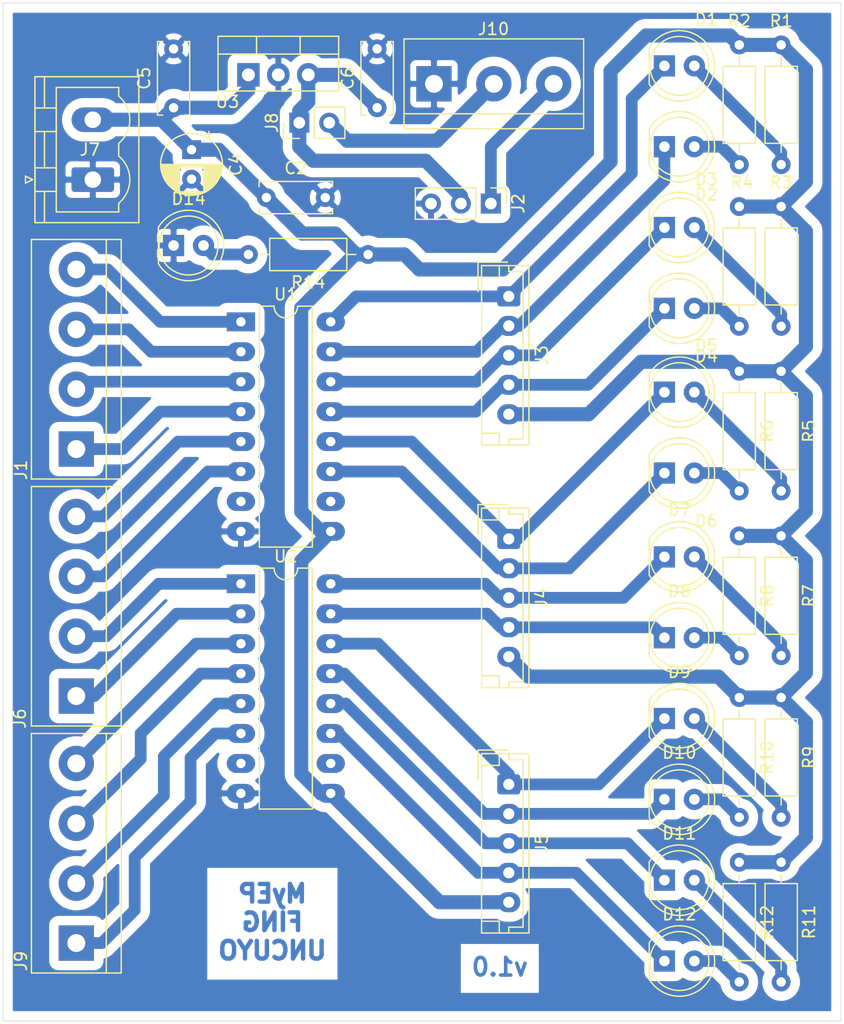
<source format=kicad_pcb>
(kicad_pcb (version 20171130) (host pcbnew 5.1.6)

  (general
    (thickness 1.6)
    (drawings 6)
    (tracks 200)
    (zones 0)
    (modules 43)
    (nets 43)
  )

  (page A4)
  (layers
    (0 F.Cu signal)
    (31 B.Cu signal)
    (32 B.Adhes user)
    (33 F.Adhes user)
    (34 B.Paste user)
    (35 F.Paste user)
    (36 B.SilkS user)
    (37 F.SilkS user)
    (38 B.Mask user)
    (39 F.Mask user)
    (40 Dwgs.User user)
    (41 Cmts.User user)
    (42 Eco1.User user)
    (43 Eco2.User user)
    (44 Edge.Cuts user)
    (45 Margin user)
    (46 B.CrtYd user)
    (47 F.CrtYd user)
    (48 B.Fab user)
    (49 F.Fab user)
  )

  (setup
    (last_trace_width 1)
    (trace_clearance 0.7)
    (zone_clearance 0.8)
    (zone_45_only no)
    (trace_min 0.8)
    (via_size 1)
    (via_drill 0.4)
    (via_min_size 0.4)
    (via_min_drill 0.3)
    (uvia_size 0.3)
    (uvia_drill 0.1)
    (uvias_allowed no)
    (uvia_min_size 0.2)
    (uvia_min_drill 0.1)
    (edge_width 0.05)
    (segment_width 0.2)
    (pcb_text_width 0.3)
    (pcb_text_size 1.5 1.5)
    (mod_edge_width 0.12)
    (mod_text_size 1 1)
    (mod_text_width 0.15)
    (pad_size 1.524 1.524)
    (pad_drill 0.762)
    (pad_to_mask_clearance 0.05)
    (aux_axis_origin 0 0)
    (visible_elements FFFFFF7F)
    (pcbplotparams
      (layerselection 0x010fc_ffffffff)
      (usegerberextensions false)
      (usegerberattributes true)
      (usegerberadvancedattributes true)
      (creategerberjobfile true)
      (excludeedgelayer true)
      (linewidth 0.100000)
      (plotframeref false)
      (viasonmask false)
      (mode 1)
      (useauxorigin false)
      (hpglpennumber 1)
      (hpglpenspeed 20)
      (hpglpendiameter 15.000000)
      (psnegative false)
      (psa4output false)
      (plotreference true)
      (plotvalue true)
      (plotinvisibletext false)
      (padsonsilk false)
      (subtractmaskfromsilk false)
      (outputformat 1)
      (mirror false)
      (drillshape 1)
      (scaleselection 1)
      (outputdirectory ""))
  )

  (net 0 "")
  (net 1 GND)
  (net 2 +12V)
  (net 3 +5V)
  (net 4 "Net-(D1-Pad2)")
  (net 5 "Net-(D1-Pad1)")
  (net 6 "Net-(D2-Pad2)")
  (net 7 "Net-(D2-Pad1)")
  (net 8 "Net-(D3-Pad2)")
  (net 9 "Net-(D3-Pad1)")
  (net 10 "Net-(D4-Pad2)")
  (net 11 "Net-(D4-Pad1)")
  (net 12 "Net-(D5-Pad2)")
  (net 13 "Net-(D5-Pad1)")
  (net 14 "Net-(D6-Pad2)")
  (net 15 "Net-(D6-Pad1)")
  (net 16 "Net-(D7-Pad2)")
  (net 17 "Net-(D7-Pad1)")
  (net 18 "Net-(D8-Pad2)")
  (net 19 "Net-(D8-Pad1)")
  (net 20 "Net-(D9-Pad2)")
  (net 21 "Net-(D9-Pad1)")
  (net 22 "Net-(D10-Pad2)")
  (net 23 "Net-(D10-Pad1)")
  (net 24 "Net-(D11-Pad2)")
  (net 25 "Net-(D11-Pad1)")
  (net 26 "Net-(D12-Pad2)")
  (net 27 "Net-(D12-Pad1)")
  (net 28 "Net-(D14-Pad2)")
  (net 29 "Net-(J1-Pad4)")
  (net 30 "Net-(J1-Pad1)")
  (net 31 "Net-(J1-Pad3)")
  (net 32 "Net-(J1-Pad2)")
  (net 33 SERVO_PWM)
  (net 34 "Net-(J6-Pad4)")
  (net 35 "Net-(J6-Pad1)")
  (net 36 "Net-(J6-Pad3)")
  (net 37 "Net-(J6-Pad2)")
  (net 38 5V_uC)
  (net 39 "Net-(J9-Pad4)")
  (net 40 "Net-(J9-Pad1)")
  (net 41 "Net-(J9-Pad3)")
  (net 42 "Net-(J9-Pad2)")

  (net_class Default "This is the default net class."
    (clearance 0.7)
    (trace_width 1)
    (via_dia 1)
    (via_drill 0.4)
    (uvia_dia 0.3)
    (uvia_drill 0.1)
    (diff_pair_width 0.8)
    (diff_pair_gap 0.25)
    (add_net GND)
    (add_net "Net-(D1-Pad1)")
    (add_net "Net-(D1-Pad2)")
    (add_net "Net-(D10-Pad1)")
    (add_net "Net-(D10-Pad2)")
    (add_net "Net-(D11-Pad1)")
    (add_net "Net-(D11-Pad2)")
    (add_net "Net-(D12-Pad1)")
    (add_net "Net-(D12-Pad2)")
    (add_net "Net-(D14-Pad2)")
    (add_net "Net-(D2-Pad1)")
    (add_net "Net-(D2-Pad2)")
    (add_net "Net-(D3-Pad1)")
    (add_net "Net-(D3-Pad2)")
    (add_net "Net-(D4-Pad1)")
    (add_net "Net-(D4-Pad2)")
    (add_net "Net-(D5-Pad1)")
    (add_net "Net-(D5-Pad2)")
    (add_net "Net-(D6-Pad1)")
    (add_net "Net-(D6-Pad2)")
    (add_net "Net-(D7-Pad1)")
    (add_net "Net-(D7-Pad2)")
    (add_net "Net-(D8-Pad1)")
    (add_net "Net-(D8-Pad2)")
    (add_net "Net-(D9-Pad1)")
    (add_net "Net-(D9-Pad2)")
    (add_net "Net-(J1-Pad1)")
    (add_net "Net-(J1-Pad2)")
    (add_net "Net-(J1-Pad3)")
    (add_net "Net-(J1-Pad4)")
    (add_net "Net-(J6-Pad1)")
    (add_net "Net-(J6-Pad2)")
    (add_net "Net-(J6-Pad3)")
    (add_net "Net-(J6-Pad4)")
    (add_net "Net-(J9-Pad1)")
    (add_net "Net-(J9-Pad2)")
    (add_net "Net-(J9-Pad3)")
    (add_net "Net-(J9-Pad4)")
    (add_net SERVO_PWM)
  )

  (net_class MOT_POWER ""
    (clearance 0.7)
    (trace_width 1.8)
    (via_dia 2.5)
    (via_drill 0.4)
    (uvia_dia 0.3)
    (uvia_drill 0.1)
    (diff_pair_width 0.8)
    (diff_pair_gap 0.25)
  )

  (net_class POWER ""
    (clearance 0.5)
    (trace_width 1.2)
    (via_dia 1.5)
    (via_drill 0.4)
    (uvia_dia 0.3)
    (uvia_drill 0.1)
    (diff_pair_width 0.8)
    (diff_pair_gap 0.25)
    (add_net +12V)
    (add_net +5V)
    (add_net 5V_uC)
  )

  (net_class SIGNAL ""
    (clearance 0.4)
    (trace_width 0.8)
    (via_dia 0.8)
    (via_drill 0.4)
    (uvia_dia 0.3)
    (uvia_drill 0.1)
    (diff_pair_width 0.8)
    (diff_pair_gap 0.25)
  )

  (module Package_TO_SOT_THT:TO-220-3_Vertical (layer F.Cu) (tedit 5AC8BA0D) (tstamp 5F4648F9)
    (at 129.794 58.928)
    (descr "TO-220-3, Vertical, RM 2.54mm, see https://www.vishay.com/docs/66542/to-220-1.pdf")
    (tags "TO-220-3 Vertical RM 2.54mm")
    (path /5FDBFB20)
    (fp_text reference U3 (at -1.778 2.286) (layer F.SilkS)
      (effects (font (size 1 1) (thickness 0.15)))
    )
    (fp_text value LM7805_TO220 (at 2.794 -4.064) (layer F.Fab)
      (effects (font (size 1 1) (thickness 0.15)))
    )
    (fp_text user %R (at -1.778 2.286) (layer F.Fab)
      (effects (font (size 1 1) (thickness 0.15)))
    )
    (fp_line (start -2.46 -3.15) (end -2.46 1.25) (layer F.Fab) (width 0.1))
    (fp_line (start -2.46 1.25) (end 7.54 1.25) (layer F.Fab) (width 0.1))
    (fp_line (start 7.54 1.25) (end 7.54 -3.15) (layer F.Fab) (width 0.1))
    (fp_line (start 7.54 -3.15) (end -2.46 -3.15) (layer F.Fab) (width 0.1))
    (fp_line (start -2.46 -1.88) (end 7.54 -1.88) (layer F.Fab) (width 0.1))
    (fp_line (start 0.69 -3.15) (end 0.69 -1.88) (layer F.Fab) (width 0.1))
    (fp_line (start 4.39 -3.15) (end 4.39 -1.88) (layer F.Fab) (width 0.1))
    (fp_line (start -2.58 -3.27) (end 7.66 -3.27) (layer F.SilkS) (width 0.12))
    (fp_line (start -2.58 1.371) (end 7.66 1.371) (layer F.SilkS) (width 0.12))
    (fp_line (start -2.58 -3.27) (end -2.58 1.371) (layer F.SilkS) (width 0.12))
    (fp_line (start 7.66 -3.27) (end 7.66 1.371) (layer F.SilkS) (width 0.12))
    (fp_line (start -2.58 -1.76) (end 7.66 -1.76) (layer F.SilkS) (width 0.12))
    (fp_line (start 0.69 -3.27) (end 0.69 -1.76) (layer F.SilkS) (width 0.12))
    (fp_line (start 4.391 -3.27) (end 4.391 -1.76) (layer F.SilkS) (width 0.12))
    (fp_line (start -2.71 -3.4) (end -2.71 1.51) (layer F.CrtYd) (width 0.05))
    (fp_line (start -2.71 1.51) (end 7.79 1.51) (layer F.CrtYd) (width 0.05))
    (fp_line (start 7.79 1.51) (end 7.79 -3.4) (layer F.CrtYd) (width 0.05))
    (fp_line (start 7.79 -3.4) (end -2.71 -3.4) (layer F.CrtYd) (width 0.05))
    (pad 3 thru_hole oval (at 5.08 0) (size 1.905 2) (drill 1.1) (layers *.Cu *.Mask)
      (net 3 +5V))
    (pad 2 thru_hole oval (at 2.54 0) (size 1.905 2) (drill 1.1) (layers *.Cu *.Mask)
      (net 1 GND))
    (pad 1 thru_hole rect (at 0 0) (size 1.905 2) (drill 1.1) (layers *.Cu *.Mask)
      (net 2 +12V))
    (model ${KISYS3DMOD}/Package_TO_SOT_THT.3dshapes/TO-220-3_Vertical.wrl
      (at (xyz 0 0 0))
      (scale (xyz 1 1 1))
      (rotate (xyz 0 0 0))
    )
  )

  (module Package_DIP:DIP-16_W7.62mm_LongPads (layer F.Cu) (tedit 5A02E8C5) (tstamp 5F4648DF)
    (at 129.159 102.108)
    (descr "16-lead though-hole mounted DIP package, row spacing 7.62 mm (300 mils), LongPads")
    (tags "THT DIP DIL PDIP 2.54mm 7.62mm 300mil LongPads")
    (path /5F4EAC1F)
    (fp_text reference U2 (at 3.81 -2.33) (layer F.SilkS)
      (effects (font (size 1 1) (thickness 0.15)))
    )
    (fp_text value ULN2003 (at 3.81 20.11) (layer F.Fab)
      (effects (font (size 1 1) (thickness 0.15)))
    )
    (fp_text user %R (at 3.81 8.89) (layer F.Fab)
      (effects (font (size 1 1) (thickness 0.15)))
    )
    (fp_arc (start 3.81 -1.33) (end 2.81 -1.33) (angle -180) (layer F.SilkS) (width 0.12))
    (fp_line (start 1.635 -1.27) (end 6.985 -1.27) (layer F.Fab) (width 0.1))
    (fp_line (start 6.985 -1.27) (end 6.985 19.05) (layer F.Fab) (width 0.1))
    (fp_line (start 6.985 19.05) (end 0.635 19.05) (layer F.Fab) (width 0.1))
    (fp_line (start 0.635 19.05) (end 0.635 -0.27) (layer F.Fab) (width 0.1))
    (fp_line (start 0.635 -0.27) (end 1.635 -1.27) (layer F.Fab) (width 0.1))
    (fp_line (start 2.81 -1.33) (end 1.56 -1.33) (layer F.SilkS) (width 0.12))
    (fp_line (start 1.56 -1.33) (end 1.56 19.11) (layer F.SilkS) (width 0.12))
    (fp_line (start 1.56 19.11) (end 6.06 19.11) (layer F.SilkS) (width 0.12))
    (fp_line (start 6.06 19.11) (end 6.06 -1.33) (layer F.SilkS) (width 0.12))
    (fp_line (start 6.06 -1.33) (end 4.81 -1.33) (layer F.SilkS) (width 0.12))
    (fp_line (start -1.45 -1.55) (end -1.45 19.3) (layer F.CrtYd) (width 0.05))
    (fp_line (start -1.45 19.3) (end 9.1 19.3) (layer F.CrtYd) (width 0.05))
    (fp_line (start 9.1 19.3) (end 9.1 -1.55) (layer F.CrtYd) (width 0.05))
    (fp_line (start 9.1 -1.55) (end -1.45 -1.55) (layer F.CrtYd) (width 0.05))
    (pad 16 thru_hole oval (at 7.62 0) (size 2.4 1.6) (drill 0.8) (layers *.Cu *.Mask)
      (net 17 "Net-(D7-Pad1)"))
    (pad 8 thru_hole oval (at 0 17.78) (size 2.4 1.6) (drill 0.8) (layers *.Cu *.Mask)
      (net 1 GND))
    (pad 15 thru_hole oval (at 7.62 2.54) (size 2.4 1.6) (drill 0.8) (layers *.Cu *.Mask)
      (net 19 "Net-(D8-Pad1)"))
    (pad 7 thru_hole oval (at 0 15.24) (size 2.4 1.6) (drill 0.8) (layers *.Cu *.Mask))
    (pad 14 thru_hole oval (at 7.62 5.08) (size 2.4 1.6) (drill 0.8) (layers *.Cu *.Mask)
      (net 21 "Net-(D9-Pad1)"))
    (pad 6 thru_hole oval (at 0 12.7) (size 2.4 1.6) (drill 0.8) (layers *.Cu *.Mask)
      (net 40 "Net-(J9-Pad1)"))
    (pad 13 thru_hole oval (at 7.62 7.62) (size 2.4 1.6) (drill 0.8) (layers *.Cu *.Mask)
      (net 23 "Net-(D10-Pad1)"))
    (pad 5 thru_hole oval (at 0 10.16) (size 2.4 1.6) (drill 0.8) (layers *.Cu *.Mask)
      (net 42 "Net-(J9-Pad2)"))
    (pad 12 thru_hole oval (at 7.62 10.16) (size 2.4 1.6) (drill 0.8) (layers *.Cu *.Mask)
      (net 25 "Net-(D11-Pad1)"))
    (pad 4 thru_hole oval (at 0 7.62) (size 2.4 1.6) (drill 0.8) (layers *.Cu *.Mask)
      (net 41 "Net-(J9-Pad3)"))
    (pad 11 thru_hole oval (at 7.62 12.7) (size 2.4 1.6) (drill 0.8) (layers *.Cu *.Mask)
      (net 27 "Net-(D12-Pad1)"))
    (pad 3 thru_hole oval (at 0 5.08) (size 2.4 1.6) (drill 0.8) (layers *.Cu *.Mask)
      (net 39 "Net-(J9-Pad4)"))
    (pad 10 thru_hole oval (at 7.62 15.24) (size 2.4 1.6) (drill 0.8) (layers *.Cu *.Mask))
    (pad 2 thru_hole oval (at 0 2.54) (size 2.4 1.6) (drill 0.8) (layers *.Cu *.Mask)
      (net 35 "Net-(J6-Pad1)"))
    (pad 9 thru_hole oval (at 7.62 17.78) (size 2.4 1.6) (drill 0.8) (layers *.Cu *.Mask)
      (net 2 +12V))
    (pad 1 thru_hole rect (at 0 0) (size 2.4 1.6) (drill 0.8) (layers *.Cu *.Mask)
      (net 37 "Net-(J6-Pad2)"))
    (model ${KISYS3DMOD}/Package_DIP.3dshapes/DIP-16_W7.62mm.wrl
      (at (xyz 0 0 0))
      (scale (xyz 1 1 1))
      (rotate (xyz 0 0 0))
    )
  )

  (module Package_DIP:DIP-16_W7.62mm_LongPads (layer F.Cu) (tedit 5A02E8C5) (tstamp 5F4648BB)
    (at 129.159 79.883)
    (descr "16-lead though-hole mounted DIP package, row spacing 7.62 mm (300 mils), LongPads")
    (tags "THT DIP DIL PDIP 2.54mm 7.62mm 300mil LongPads")
    (path /5F4F10A4)
    (fp_text reference U1 (at 3.81 -2.33) (layer F.SilkS)
      (effects (font (size 1 1) (thickness 0.15)))
    )
    (fp_text value ULN2003 (at 3.81 20.11) (layer F.Fab)
      (effects (font (size 1 1) (thickness 0.15)))
    )
    (fp_text user %R (at 3.81 8.89) (layer F.Fab)
      (effects (font (size 1 1) (thickness 0.15)))
    )
    (fp_arc (start 3.81 -1.33) (end 2.81 -1.33) (angle -180) (layer F.SilkS) (width 0.12))
    (fp_line (start 1.635 -1.27) (end 6.985 -1.27) (layer F.Fab) (width 0.1))
    (fp_line (start 6.985 -1.27) (end 6.985 19.05) (layer F.Fab) (width 0.1))
    (fp_line (start 6.985 19.05) (end 0.635 19.05) (layer F.Fab) (width 0.1))
    (fp_line (start 0.635 19.05) (end 0.635 -0.27) (layer F.Fab) (width 0.1))
    (fp_line (start 0.635 -0.27) (end 1.635 -1.27) (layer F.Fab) (width 0.1))
    (fp_line (start 2.81 -1.33) (end 1.56 -1.33) (layer F.SilkS) (width 0.12))
    (fp_line (start 1.56 -1.33) (end 1.56 19.11) (layer F.SilkS) (width 0.12))
    (fp_line (start 1.56 19.11) (end 6.06 19.11) (layer F.SilkS) (width 0.12))
    (fp_line (start 6.06 19.11) (end 6.06 -1.33) (layer F.SilkS) (width 0.12))
    (fp_line (start 6.06 -1.33) (end 4.81 -1.33) (layer F.SilkS) (width 0.12))
    (fp_line (start -1.45 -1.55) (end -1.45 19.3) (layer F.CrtYd) (width 0.05))
    (fp_line (start -1.45 19.3) (end 9.1 19.3) (layer F.CrtYd) (width 0.05))
    (fp_line (start 9.1 19.3) (end 9.1 -1.55) (layer F.CrtYd) (width 0.05))
    (fp_line (start 9.1 -1.55) (end -1.45 -1.55) (layer F.CrtYd) (width 0.05))
    (pad 16 thru_hole oval (at 7.62 0) (size 2.4 1.6) (drill 0.8) (layers *.Cu *.Mask)
      (net 5 "Net-(D1-Pad1)"))
    (pad 8 thru_hole oval (at 0 17.78) (size 2.4 1.6) (drill 0.8) (layers *.Cu *.Mask)
      (net 1 GND))
    (pad 15 thru_hole oval (at 7.62 2.54) (size 2.4 1.6) (drill 0.8) (layers *.Cu *.Mask)
      (net 7 "Net-(D2-Pad1)"))
    (pad 7 thru_hole oval (at 0 15.24) (size 2.4 1.6) (drill 0.8) (layers *.Cu *.Mask))
    (pad 14 thru_hole oval (at 7.62 5.08) (size 2.4 1.6) (drill 0.8) (layers *.Cu *.Mask)
      (net 9 "Net-(D3-Pad1)"))
    (pad 6 thru_hole oval (at 0 12.7) (size 2.4 1.6) (drill 0.8) (layers *.Cu *.Mask)
      (net 36 "Net-(J6-Pad3)"))
    (pad 13 thru_hole oval (at 7.62 7.62) (size 2.4 1.6) (drill 0.8) (layers *.Cu *.Mask)
      (net 11 "Net-(D4-Pad1)"))
    (pad 5 thru_hole oval (at 0 10.16) (size 2.4 1.6) (drill 0.8) (layers *.Cu *.Mask)
      (net 34 "Net-(J6-Pad4)"))
    (pad 12 thru_hole oval (at 7.62 10.16) (size 2.4 1.6) (drill 0.8) (layers *.Cu *.Mask)
      (net 13 "Net-(D5-Pad1)"))
    (pad 4 thru_hole oval (at 0 7.62) (size 2.4 1.6) (drill 0.8) (layers *.Cu *.Mask)
      (net 30 "Net-(J1-Pad1)"))
    (pad 11 thru_hole oval (at 7.62 12.7) (size 2.4 1.6) (drill 0.8) (layers *.Cu *.Mask)
      (net 15 "Net-(D6-Pad1)"))
    (pad 3 thru_hole oval (at 0 5.08) (size 2.4 1.6) (drill 0.8) (layers *.Cu *.Mask)
      (net 32 "Net-(J1-Pad2)"))
    (pad 10 thru_hole oval (at 7.62 15.24) (size 2.4 1.6) (drill 0.8) (layers *.Cu *.Mask))
    (pad 2 thru_hole oval (at 0 2.54) (size 2.4 1.6) (drill 0.8) (layers *.Cu *.Mask)
      (net 31 "Net-(J1-Pad3)"))
    (pad 9 thru_hole oval (at 7.62 17.78) (size 2.4 1.6) (drill 0.8) (layers *.Cu *.Mask)
      (net 2 +12V))
    (pad 1 thru_hole rect (at 0 0) (size 2.4 1.6) (drill 0.8) (layers *.Cu *.Mask)
      (net 29 "Net-(J1-Pad4)"))
    (model ${KISYS3DMOD}/Package_DIP.3dshapes/DIP-16_W7.62mm.wrl
      (at (xyz 0 0 0))
      (scale (xyz 1 1 1))
      (rotate (xyz 0 0 0))
    )
  )

  (module Resistor_THT:R_Axial_DIN0207_L6.3mm_D2.5mm_P10.16mm_Horizontal (layer F.Cu) (tedit 5AE5139B) (tstamp 5F4651D8)
    (at 139.954 74.168 180)
    (descr "Resistor, Axial_DIN0207 series, Axial, Horizontal, pin pitch=10.16mm, 0.25W = 1/4W, length*diameter=6.3*2.5mm^2, http://cdn-reichelt.de/documents/datenblatt/B400/1_4W%23YAG.pdf")
    (tags "Resistor Axial_DIN0207 series Axial Horizontal pin pitch 10.16mm 0.25W = 1/4W length 6.3mm diameter 2.5mm")
    (path /5FA485FA)
    (fp_text reference R14 (at 5.08 -2.37) (layer F.SilkS)
      (effects (font (size 1 1) (thickness 0.15)))
    )
    (fp_text value 1k (at 5.08 2.37) (layer F.Fab)
      (effects (font (size 1 1) (thickness 0.15)))
    )
    (fp_text user %R (at 5.08 0) (layer F.Fab)
      (effects (font (size 1 1) (thickness 0.15)))
    )
    (fp_line (start 1.93 -1.25) (end 1.93 1.25) (layer F.Fab) (width 0.1))
    (fp_line (start 1.93 1.25) (end 8.23 1.25) (layer F.Fab) (width 0.1))
    (fp_line (start 8.23 1.25) (end 8.23 -1.25) (layer F.Fab) (width 0.1))
    (fp_line (start 8.23 -1.25) (end 1.93 -1.25) (layer F.Fab) (width 0.1))
    (fp_line (start 0 0) (end 1.93 0) (layer F.Fab) (width 0.1))
    (fp_line (start 10.16 0) (end 8.23 0) (layer F.Fab) (width 0.1))
    (fp_line (start 1.81 -1.37) (end 1.81 1.37) (layer F.SilkS) (width 0.12))
    (fp_line (start 1.81 1.37) (end 8.35 1.37) (layer F.SilkS) (width 0.12))
    (fp_line (start 8.35 1.37) (end 8.35 -1.37) (layer F.SilkS) (width 0.12))
    (fp_line (start 8.35 -1.37) (end 1.81 -1.37) (layer F.SilkS) (width 0.12))
    (fp_line (start 1.04 0) (end 1.81 0) (layer F.SilkS) (width 0.12))
    (fp_line (start 9.12 0) (end 8.35 0) (layer F.SilkS) (width 0.12))
    (fp_line (start -1.05 -1.5) (end -1.05 1.5) (layer F.CrtYd) (width 0.05))
    (fp_line (start -1.05 1.5) (end 11.21 1.5) (layer F.CrtYd) (width 0.05))
    (fp_line (start 11.21 1.5) (end 11.21 -1.5) (layer F.CrtYd) (width 0.05))
    (fp_line (start 11.21 -1.5) (end -1.05 -1.5) (layer F.CrtYd) (width 0.05))
    (pad 2 thru_hole oval (at 10.16 0 180) (size 1.6 1.6) (drill 0.8) (layers *.Cu *.Mask)
      (net 28 "Net-(D14-Pad2)"))
    (pad 1 thru_hole circle (at 0 0 180) (size 1.6 1.6) (drill 0.8) (layers *.Cu *.Mask)
      (net 2 +12V))
    (model ${KISYS3DMOD}/Resistor_THT.3dshapes/R_Axial_DIN0207_L6.3mm_D2.5mm_P10.16mm_Horizontal.wrl
      (at (xyz 0 0 0))
      (scale (xyz 1 1 1))
      (rotate (xyz 0 0 0))
    )
  )

  (module Resistor_THT:R_Axial_DIN0207_L6.3mm_D2.5mm_P10.16mm_Horizontal (layer F.Cu) (tedit 5AE5139B) (tstamp 5F46D408)
    (at 171.45 125.73 270)
    (descr "Resistor, Axial_DIN0207 series, Axial, Horizontal, pin pitch=10.16mm, 0.25W = 1/4W, length*diameter=6.3*2.5mm^2, http://cdn-reichelt.de/documents/datenblatt/B400/1_4W%23YAG.pdf")
    (tags "Resistor Axial_DIN0207 series Axial Horizontal pin pitch 10.16mm 0.25W = 1/4W length 6.3mm diameter 2.5mm")
    (path /5F472613)
    (fp_text reference R12 (at 5.08 -2.37 90) (layer F.SilkS)
      (effects (font (size 1 1) (thickness 0.15)))
    )
    (fp_text value 1k (at 5.08 2.37 90) (layer F.Fab)
      (effects (font (size 1 1) (thickness 0.15)))
    )
    (fp_text user %R (at 5.08 0 90) (layer F.Fab)
      (effects (font (size 1 1) (thickness 0.15)))
    )
    (fp_line (start 1.93 -1.25) (end 1.93 1.25) (layer F.Fab) (width 0.1))
    (fp_line (start 1.93 1.25) (end 8.23 1.25) (layer F.Fab) (width 0.1))
    (fp_line (start 8.23 1.25) (end 8.23 -1.25) (layer F.Fab) (width 0.1))
    (fp_line (start 8.23 -1.25) (end 1.93 -1.25) (layer F.Fab) (width 0.1))
    (fp_line (start 0 0) (end 1.93 0) (layer F.Fab) (width 0.1))
    (fp_line (start 10.16 0) (end 8.23 0) (layer F.Fab) (width 0.1))
    (fp_line (start 1.81 -1.37) (end 1.81 1.37) (layer F.SilkS) (width 0.12))
    (fp_line (start 1.81 1.37) (end 8.35 1.37) (layer F.SilkS) (width 0.12))
    (fp_line (start 8.35 1.37) (end 8.35 -1.37) (layer F.SilkS) (width 0.12))
    (fp_line (start 8.35 -1.37) (end 1.81 -1.37) (layer F.SilkS) (width 0.12))
    (fp_line (start 1.04 0) (end 1.81 0) (layer F.SilkS) (width 0.12))
    (fp_line (start 9.12 0) (end 8.35 0) (layer F.SilkS) (width 0.12))
    (fp_line (start -1.05 -1.5) (end -1.05 1.5) (layer F.CrtYd) (width 0.05))
    (fp_line (start -1.05 1.5) (end 11.21 1.5) (layer F.CrtYd) (width 0.05))
    (fp_line (start 11.21 1.5) (end 11.21 -1.5) (layer F.CrtYd) (width 0.05))
    (fp_line (start 11.21 -1.5) (end -1.05 -1.5) (layer F.CrtYd) (width 0.05))
    (pad 2 thru_hole oval (at 10.16 0 270) (size 1.6 1.6) (drill 0.8) (layers *.Cu *.Mask)
      (net 26 "Net-(D12-Pad2)"))
    (pad 1 thru_hole circle (at 0 0 270) (size 1.6 1.6) (drill 0.8) (layers *.Cu *.Mask)
      (net 2 +12V))
    (model ${KISYS3DMOD}/Resistor_THT.3dshapes/R_Axial_DIN0207_L6.3mm_D2.5mm_P10.16mm_Horizontal.wrl
      (at (xyz 0 0 0))
      (scale (xyz 1 1 1))
      (rotate (xyz 0 0 0))
    )
  )

  (module Resistor_THT:R_Axial_DIN0207_L6.3mm_D2.5mm_P10.16mm_Horizontal (layer F.Cu) (tedit 5AE5139B) (tstamp 5F464869)
    (at 175.006 125.73 270)
    (descr "Resistor, Axial_DIN0207 series, Axial, Horizontal, pin pitch=10.16mm, 0.25W = 1/4W, length*diameter=6.3*2.5mm^2, http://cdn-reichelt.de/documents/datenblatt/B400/1_4W%23YAG.pdf")
    (tags "Resistor Axial_DIN0207 series Axial Horizontal pin pitch 10.16mm 0.25W = 1/4W length 6.3mm diameter 2.5mm")
    (path /5F47237A)
    (fp_text reference R11 (at 5.08 -2.37 90) (layer F.SilkS)
      (effects (font (size 1 1) (thickness 0.15)))
    )
    (fp_text value 1k (at 5.08 2.37 90) (layer F.Fab)
      (effects (font (size 1 1) (thickness 0.15)))
    )
    (fp_text user %R (at 5.08 0 90) (layer F.Fab)
      (effects (font (size 1 1) (thickness 0.15)))
    )
    (fp_line (start 1.93 -1.25) (end 1.93 1.25) (layer F.Fab) (width 0.1))
    (fp_line (start 1.93 1.25) (end 8.23 1.25) (layer F.Fab) (width 0.1))
    (fp_line (start 8.23 1.25) (end 8.23 -1.25) (layer F.Fab) (width 0.1))
    (fp_line (start 8.23 -1.25) (end 1.93 -1.25) (layer F.Fab) (width 0.1))
    (fp_line (start 0 0) (end 1.93 0) (layer F.Fab) (width 0.1))
    (fp_line (start 10.16 0) (end 8.23 0) (layer F.Fab) (width 0.1))
    (fp_line (start 1.81 -1.37) (end 1.81 1.37) (layer F.SilkS) (width 0.12))
    (fp_line (start 1.81 1.37) (end 8.35 1.37) (layer F.SilkS) (width 0.12))
    (fp_line (start 8.35 1.37) (end 8.35 -1.37) (layer F.SilkS) (width 0.12))
    (fp_line (start 8.35 -1.37) (end 1.81 -1.37) (layer F.SilkS) (width 0.12))
    (fp_line (start 1.04 0) (end 1.81 0) (layer F.SilkS) (width 0.12))
    (fp_line (start 9.12 0) (end 8.35 0) (layer F.SilkS) (width 0.12))
    (fp_line (start -1.05 -1.5) (end -1.05 1.5) (layer F.CrtYd) (width 0.05))
    (fp_line (start -1.05 1.5) (end 11.21 1.5) (layer F.CrtYd) (width 0.05))
    (fp_line (start 11.21 1.5) (end 11.21 -1.5) (layer F.CrtYd) (width 0.05))
    (fp_line (start 11.21 -1.5) (end -1.05 -1.5) (layer F.CrtYd) (width 0.05))
    (pad 2 thru_hole oval (at 10.16 0 270) (size 1.6 1.6) (drill 0.8) (layers *.Cu *.Mask)
      (net 24 "Net-(D11-Pad2)"))
    (pad 1 thru_hole circle (at 0 0 270) (size 1.6 1.6) (drill 0.8) (layers *.Cu *.Mask)
      (net 2 +12V))
    (model ${KISYS3DMOD}/Resistor_THT.3dshapes/R_Axial_DIN0207_L6.3mm_D2.5mm_P10.16mm_Horizontal.wrl
      (at (xyz 0 0 0))
      (scale (xyz 1 1 1))
      (rotate (xyz 0 0 0))
    )
  )

  (module Resistor_THT:R_Axial_DIN0207_L6.3mm_D2.5mm_P10.16mm_Horizontal (layer F.Cu) (tedit 5AE5139B) (tstamp 5F464852)
    (at 171.45 111.76 270)
    (descr "Resistor, Axial_DIN0207 series, Axial, Horizontal, pin pitch=10.16mm, 0.25W = 1/4W, length*diameter=6.3*2.5mm^2, http://cdn-reichelt.de/documents/datenblatt/B400/1_4W%23YAG.pdf")
    (tags "Resistor Axial_DIN0207 series Axial Horizontal pin pitch 10.16mm 0.25W = 1/4W length 6.3mm diameter 2.5mm")
    (path /5F4720CF)
    (fp_text reference R10 (at 5.08 -2.37 90) (layer F.SilkS)
      (effects (font (size 1 1) (thickness 0.15)))
    )
    (fp_text value 1k (at 5.08 2.37 90) (layer F.Fab)
      (effects (font (size 1 1) (thickness 0.15)))
    )
    (fp_text user %R (at 5.08 0 90) (layer F.Fab)
      (effects (font (size 1 1) (thickness 0.15)))
    )
    (fp_line (start 1.93 -1.25) (end 1.93 1.25) (layer F.Fab) (width 0.1))
    (fp_line (start 1.93 1.25) (end 8.23 1.25) (layer F.Fab) (width 0.1))
    (fp_line (start 8.23 1.25) (end 8.23 -1.25) (layer F.Fab) (width 0.1))
    (fp_line (start 8.23 -1.25) (end 1.93 -1.25) (layer F.Fab) (width 0.1))
    (fp_line (start 0 0) (end 1.93 0) (layer F.Fab) (width 0.1))
    (fp_line (start 10.16 0) (end 8.23 0) (layer F.Fab) (width 0.1))
    (fp_line (start 1.81 -1.37) (end 1.81 1.37) (layer F.SilkS) (width 0.12))
    (fp_line (start 1.81 1.37) (end 8.35 1.37) (layer F.SilkS) (width 0.12))
    (fp_line (start 8.35 1.37) (end 8.35 -1.37) (layer F.SilkS) (width 0.12))
    (fp_line (start 8.35 -1.37) (end 1.81 -1.37) (layer F.SilkS) (width 0.12))
    (fp_line (start 1.04 0) (end 1.81 0) (layer F.SilkS) (width 0.12))
    (fp_line (start 9.12 0) (end 8.35 0) (layer F.SilkS) (width 0.12))
    (fp_line (start -1.05 -1.5) (end -1.05 1.5) (layer F.CrtYd) (width 0.05))
    (fp_line (start -1.05 1.5) (end 11.21 1.5) (layer F.CrtYd) (width 0.05))
    (fp_line (start 11.21 1.5) (end 11.21 -1.5) (layer F.CrtYd) (width 0.05))
    (fp_line (start 11.21 -1.5) (end -1.05 -1.5) (layer F.CrtYd) (width 0.05))
    (pad 2 thru_hole oval (at 10.16 0 270) (size 1.6 1.6) (drill 0.8) (layers *.Cu *.Mask)
      (net 22 "Net-(D10-Pad2)"))
    (pad 1 thru_hole circle (at 0 0 270) (size 1.6 1.6) (drill 0.8) (layers *.Cu *.Mask)
      (net 2 +12V))
    (model ${KISYS3DMOD}/Resistor_THT.3dshapes/R_Axial_DIN0207_L6.3mm_D2.5mm_P10.16mm_Horizontal.wrl
      (at (xyz 0 0 0))
      (scale (xyz 1 1 1))
      (rotate (xyz 0 0 0))
    )
  )

  (module Resistor_THT:R_Axial_DIN0207_L6.3mm_D2.5mm_P10.16mm_Horizontal (layer F.Cu) (tedit 5AE5139B) (tstamp 5F46483B)
    (at 175.006 111.76 270)
    (descr "Resistor, Axial_DIN0207 series, Axial, Horizontal, pin pitch=10.16mm, 0.25W = 1/4W, length*diameter=6.3*2.5mm^2, http://cdn-reichelt.de/documents/datenblatt/B400/1_4W%23YAG.pdf")
    (tags "Resistor Axial_DIN0207 series Axial Horizontal pin pitch 10.16mm 0.25W = 1/4W length 6.3mm diameter 2.5mm")
    (path /5F47189B)
    (fp_text reference R9 (at 5.08 -2.37 90) (layer F.SilkS)
      (effects (font (size 1 1) (thickness 0.15)))
    )
    (fp_text value 1k (at 5.08 2.37 90) (layer F.Fab)
      (effects (font (size 1 1) (thickness 0.15)))
    )
    (fp_text user %R (at 5.08 0 90) (layer F.Fab)
      (effects (font (size 1 1) (thickness 0.15)))
    )
    (fp_line (start 1.93 -1.25) (end 1.93 1.25) (layer F.Fab) (width 0.1))
    (fp_line (start 1.93 1.25) (end 8.23 1.25) (layer F.Fab) (width 0.1))
    (fp_line (start 8.23 1.25) (end 8.23 -1.25) (layer F.Fab) (width 0.1))
    (fp_line (start 8.23 -1.25) (end 1.93 -1.25) (layer F.Fab) (width 0.1))
    (fp_line (start 0 0) (end 1.93 0) (layer F.Fab) (width 0.1))
    (fp_line (start 10.16 0) (end 8.23 0) (layer F.Fab) (width 0.1))
    (fp_line (start 1.81 -1.37) (end 1.81 1.37) (layer F.SilkS) (width 0.12))
    (fp_line (start 1.81 1.37) (end 8.35 1.37) (layer F.SilkS) (width 0.12))
    (fp_line (start 8.35 1.37) (end 8.35 -1.37) (layer F.SilkS) (width 0.12))
    (fp_line (start 8.35 -1.37) (end 1.81 -1.37) (layer F.SilkS) (width 0.12))
    (fp_line (start 1.04 0) (end 1.81 0) (layer F.SilkS) (width 0.12))
    (fp_line (start 9.12 0) (end 8.35 0) (layer F.SilkS) (width 0.12))
    (fp_line (start -1.05 -1.5) (end -1.05 1.5) (layer F.CrtYd) (width 0.05))
    (fp_line (start -1.05 1.5) (end 11.21 1.5) (layer F.CrtYd) (width 0.05))
    (fp_line (start 11.21 1.5) (end 11.21 -1.5) (layer F.CrtYd) (width 0.05))
    (fp_line (start 11.21 -1.5) (end -1.05 -1.5) (layer F.CrtYd) (width 0.05))
    (pad 2 thru_hole oval (at 10.16 0 270) (size 1.6 1.6) (drill 0.8) (layers *.Cu *.Mask)
      (net 20 "Net-(D9-Pad2)"))
    (pad 1 thru_hole circle (at 0 0 270) (size 1.6 1.6) (drill 0.8) (layers *.Cu *.Mask)
      (net 2 +12V))
    (model ${KISYS3DMOD}/Resistor_THT.3dshapes/R_Axial_DIN0207_L6.3mm_D2.5mm_P10.16mm_Horizontal.wrl
      (at (xyz 0 0 0))
      (scale (xyz 1 1 1))
      (rotate (xyz 0 0 0))
    )
  )

  (module Resistor_THT:R_Axial_DIN0207_L6.3mm_D2.5mm_P10.16mm_Horizontal (layer F.Cu) (tedit 5AE5139B) (tstamp 5F464824)
    (at 171.45 98.044 270)
    (descr "Resistor, Axial_DIN0207 series, Axial, Horizontal, pin pitch=10.16mm, 0.25W = 1/4W, length*diameter=6.3*2.5mm^2, http://cdn-reichelt.de/documents/datenblatt/B400/1_4W%23YAG.pdf")
    (tags "Resistor Axial_DIN0207 series Axial Horizontal pin pitch 10.16mm 0.25W = 1/4W length 6.3mm diameter 2.5mm")
    (path /5F4EAC76)
    (fp_text reference R8 (at 5.08 -2.37 90) (layer F.SilkS)
      (effects (font (size 1 1) (thickness 0.15)))
    )
    (fp_text value 1k (at 5.08 2.37 90) (layer F.Fab)
      (effects (font (size 1 1) (thickness 0.15)))
    )
    (fp_text user %R (at 5.08 0 90) (layer F.Fab)
      (effects (font (size 1 1) (thickness 0.15)))
    )
    (fp_line (start 1.93 -1.25) (end 1.93 1.25) (layer F.Fab) (width 0.1))
    (fp_line (start 1.93 1.25) (end 8.23 1.25) (layer F.Fab) (width 0.1))
    (fp_line (start 8.23 1.25) (end 8.23 -1.25) (layer F.Fab) (width 0.1))
    (fp_line (start 8.23 -1.25) (end 1.93 -1.25) (layer F.Fab) (width 0.1))
    (fp_line (start 0 0) (end 1.93 0) (layer F.Fab) (width 0.1))
    (fp_line (start 10.16 0) (end 8.23 0) (layer F.Fab) (width 0.1))
    (fp_line (start 1.81 -1.37) (end 1.81 1.37) (layer F.SilkS) (width 0.12))
    (fp_line (start 1.81 1.37) (end 8.35 1.37) (layer F.SilkS) (width 0.12))
    (fp_line (start 8.35 1.37) (end 8.35 -1.37) (layer F.SilkS) (width 0.12))
    (fp_line (start 8.35 -1.37) (end 1.81 -1.37) (layer F.SilkS) (width 0.12))
    (fp_line (start 1.04 0) (end 1.81 0) (layer F.SilkS) (width 0.12))
    (fp_line (start 9.12 0) (end 8.35 0) (layer F.SilkS) (width 0.12))
    (fp_line (start -1.05 -1.5) (end -1.05 1.5) (layer F.CrtYd) (width 0.05))
    (fp_line (start -1.05 1.5) (end 11.21 1.5) (layer F.CrtYd) (width 0.05))
    (fp_line (start 11.21 1.5) (end 11.21 -1.5) (layer F.CrtYd) (width 0.05))
    (fp_line (start 11.21 -1.5) (end -1.05 -1.5) (layer F.CrtYd) (width 0.05))
    (pad 2 thru_hole oval (at 10.16 0 270) (size 1.6 1.6) (drill 0.8) (layers *.Cu *.Mask)
      (net 18 "Net-(D8-Pad2)"))
    (pad 1 thru_hole circle (at 0 0 270) (size 1.6 1.6) (drill 0.8) (layers *.Cu *.Mask)
      (net 2 +12V))
    (model ${KISYS3DMOD}/Resistor_THT.3dshapes/R_Axial_DIN0207_L6.3mm_D2.5mm_P10.16mm_Horizontal.wrl
      (at (xyz 0 0 0))
      (scale (xyz 1 1 1))
      (rotate (xyz 0 0 0))
    )
  )

  (module Resistor_THT:R_Axial_DIN0207_L6.3mm_D2.5mm_P10.16mm_Horizontal (layer F.Cu) (tedit 5AE5139B) (tstamp 5F46480D)
    (at 175.006 98.044 270)
    (descr "Resistor, Axial_DIN0207 series, Axial, Horizontal, pin pitch=10.16mm, 0.25W = 1/4W, length*diameter=6.3*2.5mm^2, http://cdn-reichelt.de/documents/datenblatt/B400/1_4W%23YAG.pdf")
    (tags "Resistor Axial_DIN0207 series Axial Horizontal pin pitch 10.16mm 0.25W = 1/4W length 6.3mm diameter 2.5mm")
    (path /5F4EAC70)
    (fp_text reference R7 (at 5.08 -2.37 90) (layer F.SilkS)
      (effects (font (size 1 1) (thickness 0.15)))
    )
    (fp_text value 1k (at 5.08 2.37 90) (layer F.Fab)
      (effects (font (size 1 1) (thickness 0.15)))
    )
    (fp_text user %R (at 5.08 0 90) (layer F.Fab)
      (effects (font (size 1 1) (thickness 0.15)))
    )
    (fp_line (start 1.93 -1.25) (end 1.93 1.25) (layer F.Fab) (width 0.1))
    (fp_line (start 1.93 1.25) (end 8.23 1.25) (layer F.Fab) (width 0.1))
    (fp_line (start 8.23 1.25) (end 8.23 -1.25) (layer F.Fab) (width 0.1))
    (fp_line (start 8.23 -1.25) (end 1.93 -1.25) (layer F.Fab) (width 0.1))
    (fp_line (start 0 0) (end 1.93 0) (layer F.Fab) (width 0.1))
    (fp_line (start 10.16 0) (end 8.23 0) (layer F.Fab) (width 0.1))
    (fp_line (start 1.81 -1.37) (end 1.81 1.37) (layer F.SilkS) (width 0.12))
    (fp_line (start 1.81 1.37) (end 8.35 1.37) (layer F.SilkS) (width 0.12))
    (fp_line (start 8.35 1.37) (end 8.35 -1.37) (layer F.SilkS) (width 0.12))
    (fp_line (start 8.35 -1.37) (end 1.81 -1.37) (layer F.SilkS) (width 0.12))
    (fp_line (start 1.04 0) (end 1.81 0) (layer F.SilkS) (width 0.12))
    (fp_line (start 9.12 0) (end 8.35 0) (layer F.SilkS) (width 0.12))
    (fp_line (start -1.05 -1.5) (end -1.05 1.5) (layer F.CrtYd) (width 0.05))
    (fp_line (start -1.05 1.5) (end 11.21 1.5) (layer F.CrtYd) (width 0.05))
    (fp_line (start 11.21 1.5) (end 11.21 -1.5) (layer F.CrtYd) (width 0.05))
    (fp_line (start 11.21 -1.5) (end -1.05 -1.5) (layer F.CrtYd) (width 0.05))
    (pad 2 thru_hole oval (at 10.16 0 270) (size 1.6 1.6) (drill 0.8) (layers *.Cu *.Mask)
      (net 16 "Net-(D7-Pad2)"))
    (pad 1 thru_hole circle (at 0 0 270) (size 1.6 1.6) (drill 0.8) (layers *.Cu *.Mask)
      (net 2 +12V))
    (model ${KISYS3DMOD}/Resistor_THT.3dshapes/R_Axial_DIN0207_L6.3mm_D2.5mm_P10.16mm_Horizontal.wrl
      (at (xyz 0 0 0))
      (scale (xyz 1 1 1))
      (rotate (xyz 0 0 0))
    )
  )

  (module Resistor_THT:R_Axial_DIN0207_L6.3mm_D2.5mm_P10.16mm_Horizontal (layer F.Cu) (tedit 5AE5139B) (tstamp 5F4647F6)
    (at 171.45 84.074 270)
    (descr "Resistor, Axial_DIN0207 series, Axial, Horizontal, pin pitch=10.16mm, 0.25W = 1/4W, length*diameter=6.3*2.5mm^2, http://cdn-reichelt.de/documents/datenblatt/B400/1_4W%23YAG.pdf")
    (tags "Resistor Axial_DIN0207 series Axial Horizontal pin pitch 10.16mm 0.25W = 1/4W length 6.3mm diameter 2.5mm")
    (path /5F4EAC6A)
    (fp_text reference R6 (at 5.08 -2.37 90) (layer F.SilkS)
      (effects (font (size 1 1) (thickness 0.15)))
    )
    (fp_text value 1k (at 5.08 2.37 90) (layer F.Fab)
      (effects (font (size 1 1) (thickness 0.15)))
    )
    (fp_text user %R (at 5.08 0 90) (layer F.Fab)
      (effects (font (size 1 1) (thickness 0.15)))
    )
    (fp_line (start 1.93 -1.25) (end 1.93 1.25) (layer F.Fab) (width 0.1))
    (fp_line (start 1.93 1.25) (end 8.23 1.25) (layer F.Fab) (width 0.1))
    (fp_line (start 8.23 1.25) (end 8.23 -1.25) (layer F.Fab) (width 0.1))
    (fp_line (start 8.23 -1.25) (end 1.93 -1.25) (layer F.Fab) (width 0.1))
    (fp_line (start 0 0) (end 1.93 0) (layer F.Fab) (width 0.1))
    (fp_line (start 10.16 0) (end 8.23 0) (layer F.Fab) (width 0.1))
    (fp_line (start 1.81 -1.37) (end 1.81 1.37) (layer F.SilkS) (width 0.12))
    (fp_line (start 1.81 1.37) (end 8.35 1.37) (layer F.SilkS) (width 0.12))
    (fp_line (start 8.35 1.37) (end 8.35 -1.37) (layer F.SilkS) (width 0.12))
    (fp_line (start 8.35 -1.37) (end 1.81 -1.37) (layer F.SilkS) (width 0.12))
    (fp_line (start 1.04 0) (end 1.81 0) (layer F.SilkS) (width 0.12))
    (fp_line (start 9.12 0) (end 8.35 0) (layer F.SilkS) (width 0.12))
    (fp_line (start -1.05 -1.5) (end -1.05 1.5) (layer F.CrtYd) (width 0.05))
    (fp_line (start -1.05 1.5) (end 11.21 1.5) (layer F.CrtYd) (width 0.05))
    (fp_line (start 11.21 1.5) (end 11.21 -1.5) (layer F.CrtYd) (width 0.05))
    (fp_line (start 11.21 -1.5) (end -1.05 -1.5) (layer F.CrtYd) (width 0.05))
    (pad 2 thru_hole oval (at 10.16 0 270) (size 1.6 1.6) (drill 0.8) (layers *.Cu *.Mask)
      (net 14 "Net-(D6-Pad2)"))
    (pad 1 thru_hole circle (at 0 0 270) (size 1.6 1.6) (drill 0.8) (layers *.Cu *.Mask)
      (net 2 +12V))
    (model ${KISYS3DMOD}/Resistor_THT.3dshapes/R_Axial_DIN0207_L6.3mm_D2.5mm_P10.16mm_Horizontal.wrl
      (at (xyz 0 0 0))
      (scale (xyz 1 1 1))
      (rotate (xyz 0 0 0))
    )
  )

  (module Resistor_THT:R_Axial_DIN0207_L6.3mm_D2.5mm_P10.16mm_Horizontal (layer F.Cu) (tedit 5AE5139B) (tstamp 5F4647DF)
    (at 175.006 84.074 270)
    (descr "Resistor, Axial_DIN0207 series, Axial, Horizontal, pin pitch=10.16mm, 0.25W = 1/4W, length*diameter=6.3*2.5mm^2, http://cdn-reichelt.de/documents/datenblatt/B400/1_4W%23YAG.pdf")
    (tags "Resistor Axial_DIN0207 series Axial Horizontal pin pitch 10.16mm 0.25W = 1/4W length 6.3mm diameter 2.5mm")
    (path /5F4EAC64)
    (fp_text reference R5 (at 5.08 -2.37 90) (layer F.SilkS)
      (effects (font (size 1 1) (thickness 0.15)))
    )
    (fp_text value 1k (at 5.08 2.37 90) (layer F.Fab)
      (effects (font (size 1 1) (thickness 0.15)))
    )
    (fp_text user %R (at 5.08 0 90) (layer F.Fab)
      (effects (font (size 1 1) (thickness 0.15)))
    )
    (fp_line (start 1.93 -1.25) (end 1.93 1.25) (layer F.Fab) (width 0.1))
    (fp_line (start 1.93 1.25) (end 8.23 1.25) (layer F.Fab) (width 0.1))
    (fp_line (start 8.23 1.25) (end 8.23 -1.25) (layer F.Fab) (width 0.1))
    (fp_line (start 8.23 -1.25) (end 1.93 -1.25) (layer F.Fab) (width 0.1))
    (fp_line (start 0 0) (end 1.93 0) (layer F.Fab) (width 0.1))
    (fp_line (start 10.16 0) (end 8.23 0) (layer F.Fab) (width 0.1))
    (fp_line (start 1.81 -1.37) (end 1.81 1.37) (layer F.SilkS) (width 0.12))
    (fp_line (start 1.81 1.37) (end 8.35 1.37) (layer F.SilkS) (width 0.12))
    (fp_line (start 8.35 1.37) (end 8.35 -1.37) (layer F.SilkS) (width 0.12))
    (fp_line (start 8.35 -1.37) (end 1.81 -1.37) (layer F.SilkS) (width 0.12))
    (fp_line (start 1.04 0) (end 1.81 0) (layer F.SilkS) (width 0.12))
    (fp_line (start 9.12 0) (end 8.35 0) (layer F.SilkS) (width 0.12))
    (fp_line (start -1.05 -1.5) (end -1.05 1.5) (layer F.CrtYd) (width 0.05))
    (fp_line (start -1.05 1.5) (end 11.21 1.5) (layer F.CrtYd) (width 0.05))
    (fp_line (start 11.21 1.5) (end 11.21 -1.5) (layer F.CrtYd) (width 0.05))
    (fp_line (start 11.21 -1.5) (end -1.05 -1.5) (layer F.CrtYd) (width 0.05))
    (pad 2 thru_hole oval (at 10.16 0 270) (size 1.6 1.6) (drill 0.8) (layers *.Cu *.Mask)
      (net 12 "Net-(D5-Pad2)"))
    (pad 1 thru_hole circle (at 0 0 270) (size 1.6 1.6) (drill 0.8) (layers *.Cu *.Mask)
      (net 2 +12V))
    (model ${KISYS3DMOD}/Resistor_THT.3dshapes/R_Axial_DIN0207_L6.3mm_D2.5mm_P10.16mm_Horizontal.wrl
      (at (xyz 0 0 0))
      (scale (xyz 1 1 1))
      (rotate (xyz 0 0 0))
    )
  )

  (module Resistor_THT:R_Axial_DIN0207_L6.3mm_D2.5mm_P10.16mm_Horizontal (layer F.Cu) (tedit 5AE5139B) (tstamp 5F4647C8)
    (at 171.45 70.104 270)
    (descr "Resistor, Axial_DIN0207 series, Axial, Horizontal, pin pitch=10.16mm, 0.25W = 1/4W, length*diameter=6.3*2.5mm^2, http://cdn-reichelt.de/documents/datenblatt/B400/1_4W%23YAG.pdf")
    (tags "Resistor Axial_DIN0207 series Axial Horizontal pin pitch 10.16mm 0.25W = 1/4W length 6.3mm diameter 2.5mm")
    (path /5F4F10FB)
    (fp_text reference R4 (at -2.032 -0.254 180) (layer F.SilkS)
      (effects (font (size 1 1) (thickness 0.15)))
    )
    (fp_text value 1k (at 5.08 0 90) (layer F.Fab)
      (effects (font (size 1 1) (thickness 0.15)))
    )
    (fp_text user %R (at -2.032 -0.254 180) (layer F.Fab)
      (effects (font (size 1 1) (thickness 0.15)))
    )
    (fp_line (start 1.93 -1.25) (end 1.93 1.25) (layer F.Fab) (width 0.1))
    (fp_line (start 1.93 1.25) (end 8.23 1.25) (layer F.Fab) (width 0.1))
    (fp_line (start 8.23 1.25) (end 8.23 -1.25) (layer F.Fab) (width 0.1))
    (fp_line (start 8.23 -1.25) (end 1.93 -1.25) (layer F.Fab) (width 0.1))
    (fp_line (start 0 0) (end 1.93 0) (layer F.Fab) (width 0.1))
    (fp_line (start 10.16 0) (end 8.23 0) (layer F.Fab) (width 0.1))
    (fp_line (start 1.81 -1.37) (end 1.81 1.37) (layer F.SilkS) (width 0.12))
    (fp_line (start 1.81 1.37) (end 8.35 1.37) (layer F.SilkS) (width 0.12))
    (fp_line (start 8.35 1.37) (end 8.35 -1.37) (layer F.SilkS) (width 0.12))
    (fp_line (start 8.35 -1.37) (end 1.81 -1.37) (layer F.SilkS) (width 0.12))
    (fp_line (start 1.04 0) (end 1.81 0) (layer F.SilkS) (width 0.12))
    (fp_line (start 9.12 0) (end 8.35 0) (layer F.SilkS) (width 0.12))
    (fp_line (start -1.05 -1.5) (end -1.05 1.5) (layer F.CrtYd) (width 0.05))
    (fp_line (start -1.05 1.5) (end 11.21 1.5) (layer F.CrtYd) (width 0.05))
    (fp_line (start 11.21 1.5) (end 11.21 -1.5) (layer F.CrtYd) (width 0.05))
    (fp_line (start 11.21 -1.5) (end -1.05 -1.5) (layer F.CrtYd) (width 0.05))
    (pad 2 thru_hole oval (at 10.16 0 270) (size 1.6 1.6) (drill 0.8) (layers *.Cu *.Mask)
      (net 10 "Net-(D4-Pad2)"))
    (pad 1 thru_hole circle (at 0 0 270) (size 1.6 1.6) (drill 0.8) (layers *.Cu *.Mask)
      (net 2 +12V))
    (model ${KISYS3DMOD}/Resistor_THT.3dshapes/R_Axial_DIN0207_L6.3mm_D2.5mm_P10.16mm_Horizontal.wrl
      (at (xyz 0 0 0))
      (scale (xyz 1 1 1))
      (rotate (xyz 0 0 0))
    )
  )

  (module Resistor_THT:R_Axial_DIN0207_L6.3mm_D2.5mm_P10.16mm_Horizontal (layer F.Cu) (tedit 5AE5139B) (tstamp 5F4647B1)
    (at 175.006 70.104 270)
    (descr "Resistor, Axial_DIN0207 series, Axial, Horizontal, pin pitch=10.16mm, 0.25W = 1/4W, length*diameter=6.3*2.5mm^2, http://cdn-reichelt.de/documents/datenblatt/B400/1_4W%23YAG.pdf")
    (tags "Resistor Axial_DIN0207 series Axial Horizontal pin pitch 10.16mm 0.25W = 1/4W length 6.3mm diameter 2.5mm")
    (path /5F4F10F5)
    (fp_text reference R3 (at -2.032 0 180) (layer F.SilkS)
      (effects (font (size 1 1) (thickness 0.15)))
    )
    (fp_text value 1k (at 5.08 0 90) (layer F.Fab)
      (effects (font (size 1 1) (thickness 0.15)))
    )
    (fp_text user %R (at -2.032 0 180) (layer F.Fab)
      (effects (font (size 1 1) (thickness 0.15)))
    )
    (fp_line (start 1.93 -1.25) (end 1.93 1.25) (layer F.Fab) (width 0.1))
    (fp_line (start 1.93 1.25) (end 8.23 1.25) (layer F.Fab) (width 0.1))
    (fp_line (start 8.23 1.25) (end 8.23 -1.25) (layer F.Fab) (width 0.1))
    (fp_line (start 8.23 -1.25) (end 1.93 -1.25) (layer F.Fab) (width 0.1))
    (fp_line (start 0 0) (end 1.93 0) (layer F.Fab) (width 0.1))
    (fp_line (start 10.16 0) (end 8.23 0) (layer F.Fab) (width 0.1))
    (fp_line (start 1.81 -1.37) (end 1.81 1.37) (layer F.SilkS) (width 0.12))
    (fp_line (start 1.81 1.37) (end 8.35 1.37) (layer F.SilkS) (width 0.12))
    (fp_line (start 8.35 1.37) (end 8.35 -1.37) (layer F.SilkS) (width 0.12))
    (fp_line (start 8.35 -1.37) (end 1.81 -1.37) (layer F.SilkS) (width 0.12))
    (fp_line (start 1.04 0) (end 1.81 0) (layer F.SilkS) (width 0.12))
    (fp_line (start 9.12 0) (end 8.35 0) (layer F.SilkS) (width 0.12))
    (fp_line (start -1.05 -1.5) (end -1.05 1.5) (layer F.CrtYd) (width 0.05))
    (fp_line (start -1.05 1.5) (end 11.21 1.5) (layer F.CrtYd) (width 0.05))
    (fp_line (start 11.21 1.5) (end 11.21 -1.5) (layer F.CrtYd) (width 0.05))
    (fp_line (start 11.21 -1.5) (end -1.05 -1.5) (layer F.CrtYd) (width 0.05))
    (pad 2 thru_hole oval (at 10.16 0 270) (size 1.6 1.6) (drill 0.8) (layers *.Cu *.Mask)
      (net 8 "Net-(D3-Pad2)"))
    (pad 1 thru_hole circle (at 0 0 270) (size 1.6 1.6) (drill 0.8) (layers *.Cu *.Mask)
      (net 2 +12V))
    (model ${KISYS3DMOD}/Resistor_THT.3dshapes/R_Axial_DIN0207_L6.3mm_D2.5mm_P10.16mm_Horizontal.wrl
      (at (xyz 0 0 0))
      (scale (xyz 1 1 1))
      (rotate (xyz 0 0 0))
    )
  )

  (module Resistor_THT:R_Axial_DIN0207_L6.3mm_D2.5mm_P10.16mm_Horizontal (layer F.Cu) (tedit 5AE5139B) (tstamp 5F46479A)
    (at 171.45 56.388 270)
    (descr "Resistor, Axial_DIN0207 series, Axial, Horizontal, pin pitch=10.16mm, 0.25W = 1/4W, length*diameter=6.3*2.5mm^2, http://cdn-reichelt.de/documents/datenblatt/B400/1_4W%23YAG.pdf")
    (tags "Resistor Axial_DIN0207 series Axial Horizontal pin pitch 10.16mm 0.25W = 1/4W length 6.3mm diameter 2.5mm")
    (path /5F4F10EF)
    (fp_text reference R2 (at -2.032 0 180) (layer F.SilkS)
      (effects (font (size 1 1) (thickness 0.15)))
    )
    (fp_text value 1k (at 5.08 0 270) (layer F.Fab)
      (effects (font (size 1 1) (thickness 0.15)))
    )
    (fp_text user %R (at -2.032 0 180) (layer F.Fab)
      (effects (font (size 1 1) (thickness 0.15)))
    )
    (fp_line (start 1.93 -1.25) (end 1.93 1.25) (layer F.Fab) (width 0.1))
    (fp_line (start 1.93 1.25) (end 8.23 1.25) (layer F.Fab) (width 0.1))
    (fp_line (start 8.23 1.25) (end 8.23 -1.25) (layer F.Fab) (width 0.1))
    (fp_line (start 8.23 -1.25) (end 1.93 -1.25) (layer F.Fab) (width 0.1))
    (fp_line (start 0 0) (end 1.93 0) (layer F.Fab) (width 0.1))
    (fp_line (start 10.16 0) (end 8.23 0) (layer F.Fab) (width 0.1))
    (fp_line (start 1.81 -1.37) (end 1.81 1.37) (layer F.SilkS) (width 0.12))
    (fp_line (start 1.81 1.37) (end 8.35 1.37) (layer F.SilkS) (width 0.12))
    (fp_line (start 8.35 1.37) (end 8.35 -1.37) (layer F.SilkS) (width 0.12))
    (fp_line (start 8.35 -1.37) (end 1.81 -1.37) (layer F.SilkS) (width 0.12))
    (fp_line (start 1.04 0) (end 1.81 0) (layer F.SilkS) (width 0.12))
    (fp_line (start 9.12 0) (end 8.35 0) (layer F.SilkS) (width 0.12))
    (fp_line (start -1.05 -1.5) (end -1.05 1.5) (layer F.CrtYd) (width 0.05))
    (fp_line (start -1.05 1.5) (end 11.21 1.5) (layer F.CrtYd) (width 0.05))
    (fp_line (start 11.21 1.5) (end 11.21 -1.5) (layer F.CrtYd) (width 0.05))
    (fp_line (start 11.21 -1.5) (end -1.05 -1.5) (layer F.CrtYd) (width 0.05))
    (pad 2 thru_hole oval (at 10.16 0 270) (size 1.6 1.6) (drill 0.8) (layers *.Cu *.Mask)
      (net 6 "Net-(D2-Pad2)"))
    (pad 1 thru_hole circle (at 0 0 270) (size 1.6 1.6) (drill 0.8) (layers *.Cu *.Mask)
      (net 2 +12V))
    (model ${KISYS3DMOD}/Resistor_THT.3dshapes/R_Axial_DIN0207_L6.3mm_D2.5mm_P10.16mm_Horizontal.wrl
      (at (xyz 0 0 0))
      (scale (xyz 1 1 1))
      (rotate (xyz 0 0 0))
    )
  )

  (module Resistor_THT:R_Axial_DIN0207_L6.3mm_D2.5mm_P10.16mm_Horizontal (layer F.Cu) (tedit 5AE5139B) (tstamp 5F46C553)
    (at 175.006 56.388 270)
    (descr "Resistor, Axial_DIN0207 series, Axial, Horizontal, pin pitch=10.16mm, 0.25W = 1/4W, length*diameter=6.3*2.5mm^2, http://cdn-reichelt.de/documents/datenblatt/B400/1_4W%23YAG.pdf")
    (tags "Resistor Axial_DIN0207 series Axial Horizontal pin pitch 10.16mm 0.25W = 1/4W length 6.3mm diameter 2.5mm")
    (path /5F4F10E9)
    (fp_text reference R1 (at -2.032 0 180) (layer F.SilkS)
      (effects (font (size 1 1) (thickness 0.15)))
    )
    (fp_text value 1k (at 5.08 0 90) (layer F.Fab)
      (effects (font (size 1 1) (thickness 0.15)))
    )
    (fp_text user %R (at -2.032 0 180) (layer F.Fab)
      (effects (font (size 1 1) (thickness 0.15)))
    )
    (fp_line (start 1.93 -1.25) (end 1.93 1.25) (layer F.Fab) (width 0.1))
    (fp_line (start 1.93 1.25) (end 8.23 1.25) (layer F.Fab) (width 0.1))
    (fp_line (start 8.23 1.25) (end 8.23 -1.25) (layer F.Fab) (width 0.1))
    (fp_line (start 8.23 -1.25) (end 1.93 -1.25) (layer F.Fab) (width 0.1))
    (fp_line (start 0 0) (end 1.93 0) (layer F.Fab) (width 0.1))
    (fp_line (start 10.16 0) (end 8.23 0) (layer F.Fab) (width 0.1))
    (fp_line (start 1.81 -1.37) (end 1.81 1.37) (layer F.SilkS) (width 0.12))
    (fp_line (start 1.81 1.37) (end 8.35 1.37) (layer F.SilkS) (width 0.12))
    (fp_line (start 8.35 1.37) (end 8.35 -1.37) (layer F.SilkS) (width 0.12))
    (fp_line (start 8.35 -1.37) (end 1.81 -1.37) (layer F.SilkS) (width 0.12))
    (fp_line (start 1.04 0) (end 1.81 0) (layer F.SilkS) (width 0.12))
    (fp_line (start 9.12 0) (end 8.35 0) (layer F.SilkS) (width 0.12))
    (fp_line (start -1.05 -1.5) (end -1.05 1.5) (layer F.CrtYd) (width 0.05))
    (fp_line (start -1.05 1.5) (end 11.21 1.5) (layer F.CrtYd) (width 0.05))
    (fp_line (start 11.21 1.5) (end 11.21 -1.5) (layer F.CrtYd) (width 0.05))
    (fp_line (start 11.21 -1.5) (end -1.05 -1.5) (layer F.CrtYd) (width 0.05))
    (pad 2 thru_hole oval (at 10.16 0 270) (size 1.6 1.6) (drill 0.8) (layers *.Cu *.Mask)
      (net 4 "Net-(D1-Pad2)"))
    (pad 1 thru_hole circle (at 0 0 270) (size 1.6 1.6) (drill 0.8) (layers *.Cu *.Mask)
      (net 2 +12V))
    (model ${KISYS3DMOD}/Resistor_THT.3dshapes/R_Axial_DIN0207_L6.3mm_D2.5mm_P10.16mm_Horizontal.wrl
      (at (xyz 0 0 0))
      (scale (xyz 1 1 1))
      (rotate (xyz 0 0 0))
    )
  )

  (module TerminalBlock:TerminalBlock_bornier-3_P5.08mm (layer F.Cu) (tedit 59FF03B9) (tstamp 5F46476C)
    (at 145.542 59.69)
    (descr "simple 3-pin terminal block, pitch 5.08mm, revamped version of bornier3")
    (tags "terminal block bornier3")
    (path /60059553)
    (fp_text reference J10 (at 5.05 -4.65) (layer F.SilkS)
      (effects (font (size 1 1) (thickness 0.15)))
    )
    (fp_text value IN_SERVO (at 5.08 5.08) (layer F.Fab)
      (effects (font (size 1 1) (thickness 0.15)))
    )
    (fp_text user %R (at 5.08 0) (layer F.Fab)
      (effects (font (size 1 1) (thickness 0.15)))
    )
    (fp_line (start -2.47 2.55) (end 12.63 2.55) (layer F.Fab) (width 0.1))
    (fp_line (start -2.47 -3.75) (end 12.63 -3.75) (layer F.Fab) (width 0.1))
    (fp_line (start 12.63 -3.75) (end 12.63 3.75) (layer F.Fab) (width 0.1))
    (fp_line (start 12.63 3.75) (end -2.47 3.75) (layer F.Fab) (width 0.1))
    (fp_line (start -2.47 3.75) (end -2.47 -3.75) (layer F.Fab) (width 0.1))
    (fp_line (start -2.54 3.81) (end -2.54 -3.81) (layer F.SilkS) (width 0.12))
    (fp_line (start 12.7 3.81) (end 12.7 -3.81) (layer F.SilkS) (width 0.12))
    (fp_line (start -2.54 2.54) (end 12.7 2.54) (layer F.SilkS) (width 0.12))
    (fp_line (start -2.54 -3.81) (end 12.7 -3.81) (layer F.SilkS) (width 0.12))
    (fp_line (start -2.54 3.81) (end 12.7 3.81) (layer F.SilkS) (width 0.12))
    (fp_line (start -2.72 -4) (end 12.88 -4) (layer F.CrtYd) (width 0.05))
    (fp_line (start -2.72 -4) (end -2.72 4) (layer F.CrtYd) (width 0.05))
    (fp_line (start 12.88 4) (end 12.88 -4) (layer F.CrtYd) (width 0.05))
    (fp_line (start 12.88 4) (end -2.72 4) (layer F.CrtYd) (width 0.05))
    (pad 3 thru_hole circle (at 10.16 0) (size 3 3) (drill 1.52) (layers *.Cu *.Mask)
      (net 33 SERVO_PWM))
    (pad 2 thru_hole circle (at 5.08 0) (size 3 3) (drill 1.52) (layers *.Cu *.Mask)
      (net 38 5V_uC))
    (pad 1 thru_hole rect (at 0 0) (size 3 3) (drill 1.52) (layers *.Cu *.Mask)
      (net 1 GND))
    (model ${KISYS3DMOD}/TerminalBlock.3dshapes/TerminalBlock_bornier-3_P5.08mm.wrl
      (offset (xyz 5.079999923706055 0 0))
      (scale (xyz 1 1 1))
      (rotate (xyz 0 0 0))
    )
  )

  (module TerminalBlock:TerminalBlock_bornier-4_P5.08mm (layer F.Cu) (tedit 59FF03D1) (tstamp 5F464756)
    (at 115.189 132.588 90)
    (descr "simple 4-pin terminal block, pitch 5.08mm, revamped version of bornier4")
    (tags "terminal block bornier4")
    (path /6004A19B)
    (fp_text reference J9 (at -1.524 -4.699 90) (layer F.SilkS)
      (effects (font (size 1 1) (thickness 0.15)))
    )
    (fp_text value IN_STP3 (at 7.6 -4.699 90) (layer F.Fab)
      (effects (font (size 1 1) (thickness 0.15)))
    )
    (fp_text user %R (at -1.524 -4.699 90) (layer F.Fab)
      (effects (font (size 1 1) (thickness 0.15)))
    )
    (fp_line (start -2.48 2.55) (end 17.72 2.55) (layer F.Fab) (width 0.1))
    (fp_line (start -2.43 3.75) (end -2.48 3.75) (layer F.Fab) (width 0.1))
    (fp_line (start -2.48 3.75) (end -2.48 -3.75) (layer F.Fab) (width 0.1))
    (fp_line (start -2.48 -3.75) (end 17.72 -3.75) (layer F.Fab) (width 0.1))
    (fp_line (start 17.72 -3.75) (end 17.72 3.75) (layer F.Fab) (width 0.1))
    (fp_line (start 17.72 3.75) (end -2.43 3.75) (layer F.Fab) (width 0.1))
    (fp_line (start -2.54 -3.81) (end -2.54 3.81) (layer F.SilkS) (width 0.12))
    (fp_line (start 17.78 3.81) (end 17.78 -3.81) (layer F.SilkS) (width 0.12))
    (fp_line (start 17.78 2.54) (end -2.54 2.54) (layer F.SilkS) (width 0.12))
    (fp_line (start -2.54 -3.81) (end 17.78 -3.81) (layer F.SilkS) (width 0.12))
    (fp_line (start -2.54 3.81) (end 17.78 3.81) (layer F.SilkS) (width 0.12))
    (fp_line (start -2.73 -4) (end 17.97 -4) (layer F.CrtYd) (width 0.05))
    (fp_line (start -2.73 -4) (end -2.73 4) (layer F.CrtYd) (width 0.05))
    (fp_line (start 17.97 4) (end 17.97 -4) (layer F.CrtYd) (width 0.05))
    (fp_line (start 17.97 4) (end -2.73 4) (layer F.CrtYd) (width 0.05))
    (pad 4 thru_hole circle (at 15.24 0 90) (size 3 3) (drill 1.52) (layers *.Cu *.Mask)
      (net 39 "Net-(J9-Pad4)"))
    (pad 1 thru_hole rect (at 0 0 90) (size 3 3) (drill 1.52) (layers *.Cu *.Mask)
      (net 40 "Net-(J9-Pad1)"))
    (pad 3 thru_hole circle (at 10.16 0 90) (size 3 3) (drill 1.52) (layers *.Cu *.Mask)
      (net 41 "Net-(J9-Pad3)"))
    (pad 2 thru_hole circle (at 5.08 0 90) (size 3 3) (drill 1.52) (layers *.Cu *.Mask)
      (net 42 "Net-(J9-Pad2)"))
    (model ${KISYS3DMOD}/TerminalBlock.3dshapes/TerminalBlock_bornier-4_P5.08mm.wrl
      (offset (xyz 7.619999885559082 0 0))
      (scale (xyz 1 1 1))
      (rotate (xyz 0 0 0))
    )
  )

  (module Connector_PinHeader_2.54mm:PinHeader_1x02_P2.54mm_Vertical (layer F.Cu) (tedit 59FED5CC) (tstamp 5F46473E)
    (at 134.112 62.992 90)
    (descr "Through hole straight pin header, 1x02, 2.54mm pitch, single row")
    (tags "Through hole pin header THT 1x02 2.54mm single row")
    (path /5F8B6AB3)
    (fp_text reference J8 (at 0 -2.33 90) (layer F.SilkS)
      (effects (font (size 1 1) (thickness 0.15)))
    )
    (fp_text value POWER_JUMPER_5V (at -2.286 5.08 180) (layer F.Fab)
      (effects (font (size 1 1) (thickness 0.15)))
    )
    (fp_text user %R (at 0 1.27) (layer F.Fab)
      (effects (font (size 1 1) (thickness 0.15)))
    )
    (fp_line (start -0.635 -1.27) (end 1.27 -1.27) (layer F.Fab) (width 0.1))
    (fp_line (start 1.27 -1.27) (end 1.27 3.81) (layer F.Fab) (width 0.1))
    (fp_line (start 1.27 3.81) (end -1.27 3.81) (layer F.Fab) (width 0.1))
    (fp_line (start -1.27 3.81) (end -1.27 -0.635) (layer F.Fab) (width 0.1))
    (fp_line (start -1.27 -0.635) (end -0.635 -1.27) (layer F.Fab) (width 0.1))
    (fp_line (start -1.33 3.87) (end 1.33 3.87) (layer F.SilkS) (width 0.12))
    (fp_line (start -1.33 1.27) (end -1.33 3.87) (layer F.SilkS) (width 0.12))
    (fp_line (start 1.33 1.27) (end 1.33 3.87) (layer F.SilkS) (width 0.12))
    (fp_line (start -1.33 1.27) (end 1.33 1.27) (layer F.SilkS) (width 0.12))
    (fp_line (start -1.33 0) (end -1.33 -1.33) (layer F.SilkS) (width 0.12))
    (fp_line (start -1.33 -1.33) (end 0 -1.33) (layer F.SilkS) (width 0.12))
    (fp_line (start -1.8 -1.8) (end -1.8 4.35) (layer F.CrtYd) (width 0.05))
    (fp_line (start -1.8 4.35) (end 1.8 4.35) (layer F.CrtYd) (width 0.05))
    (fp_line (start 1.8 4.35) (end 1.8 -1.8) (layer F.CrtYd) (width 0.05))
    (fp_line (start 1.8 -1.8) (end -1.8 -1.8) (layer F.CrtYd) (width 0.05))
    (pad 2 thru_hole oval (at 0 2.54 90) (size 1.7 1.7) (drill 1) (layers *.Cu *.Mask)
      (net 38 5V_uC))
    (pad 1 thru_hole rect (at 0 0 90) (size 1.7 1.7) (drill 1) (layers *.Cu *.Mask)
      (net 3 +5V))
    (model ${KISYS3DMOD}/Connector_PinHeader_2.54mm.3dshapes/PinHeader_1x02_P2.54mm_Vertical.wrl
      (at (xyz 0 0 0))
      (scale (xyz 1 1 1))
      (rotate (xyz 0 0 0))
    )
  )

  (module Connector_Phoenix_MSTB:PhoenixContact_MSTBVA_2,5_2-G-5,08_1x02_P5.08mm_Vertical (layer F.Cu) (tedit 5B785047) (tstamp 5F464728)
    (at 116.586 67.818 90)
    (descr "Generic Phoenix Contact connector footprint for: MSTBVA_2,5/2-G-5,08; number of pins: 02; pin pitch: 5.08mm; Vertical || order number: 1755736 12A || order number: 1924305 16A (HC)")
    (tags "phoenix_contact connector MSTBVA_01x02_G_5.08mm")
    (path /5F4619E5)
    (fp_text reference J7 (at 2.54 -0.254 180) (layer F.SilkS)
      (effects (font (size 1 1) (thickness 0.15)))
    )
    (fp_text value POWER_12V (at 4.826 -6.096 270) (layer F.Fab)
      (effects (font (size 1 1) (thickness 0.15)))
    )
    (fp_text user %R (at -2.54 -6.096 90) (layer F.Fab)
      (effects (font (size 1 1) (thickness 0.15)))
    )
    (fp_arc (start 5.08 0.55) (end 3.08 2.2) (angle -100.5) (layer F.SilkS) (width 0.12))
    (fp_arc (start 0 0.55) (end -2 2.2) (angle -100.5) (layer F.SilkS) (width 0.12))
    (fp_line (start -3.65 -4.91) (end -3.65 3.91) (layer F.SilkS) (width 0.12))
    (fp_line (start -3.65 3.91) (end 8.73 3.91) (layer F.SilkS) (width 0.12))
    (fp_line (start 8.73 3.91) (end 8.73 -4.91) (layer F.SilkS) (width 0.12))
    (fp_line (start 8.73 -4.91) (end -3.65 -4.91) (layer F.SilkS) (width 0.12))
    (fp_line (start -3.54 -4.8) (end -3.54 3.8) (layer F.Fab) (width 0.1))
    (fp_line (start -3.54 3.8) (end 8.62 3.8) (layer F.Fab) (width 0.1))
    (fp_line (start 8.62 3.8) (end 8.62 -4.8) (layer F.Fab) (width 0.1))
    (fp_line (start 8.62 -4.8) (end -3.54 -4.8) (layer F.Fab) (width 0.1))
    (fp_line (start -3.65 -4.1) (end -1.11 -4.1) (layer F.SilkS) (width 0.12))
    (fp_line (start 8.73 -4.1) (end 6.19 -4.1) (layer F.SilkS) (width 0.12))
    (fp_line (start 1 -4.1) (end 4.08 -4.1) (layer F.SilkS) (width 0.12))
    (fp_line (start -1 -3.1) (end -1 -4.91) (layer F.SilkS) (width 0.12))
    (fp_line (start -1 -4.91) (end 1 -4.91) (layer F.SilkS) (width 0.12))
    (fp_line (start 1 -4.91) (end 1 -3.1) (layer F.SilkS) (width 0.12))
    (fp_line (start 1 -3.1) (end -1 -3.1) (layer F.SilkS) (width 0.12))
    (fp_line (start 4.08 -3.1) (end 4.08 -4.91) (layer F.SilkS) (width 0.12))
    (fp_line (start 4.08 -4.91) (end 6.08 -4.91) (layer F.SilkS) (width 0.12))
    (fp_line (start 6.08 -4.91) (end 6.08 -3.1) (layer F.SilkS) (width 0.12))
    (fp_line (start 6.08 -3.1) (end 4.08 -3.1) (layer F.SilkS) (width 0.12))
    (fp_line (start 2 2.2) (end 3.08 2.2) (layer F.SilkS) (width 0.12))
    (fp_line (start -2 2.2) (end -2.74 2.2) (layer F.SilkS) (width 0.12))
    (fp_line (start -2.74 2.2) (end -2.74 -3.1) (layer F.SilkS) (width 0.12))
    (fp_line (start -2.74 -3.1) (end 7.82 -3.1) (layer F.SilkS) (width 0.12))
    (fp_line (start 7.82 -3.1) (end 7.82 2.2) (layer F.SilkS) (width 0.12))
    (fp_line (start 7.82 2.2) (end 7.08 2.2) (layer F.SilkS) (width 0.12))
    (fp_line (start -4.04 -5.3) (end -4.04 4.3) (layer F.CrtYd) (width 0.05))
    (fp_line (start -4.04 4.3) (end 9.12 4.3) (layer F.CrtYd) (width 0.05))
    (fp_line (start 9.12 4.3) (end 9.12 -5.3) (layer F.CrtYd) (width 0.05))
    (fp_line (start 9.12 -5.3) (end -4.04 -5.3) (layer F.CrtYd) (width 0.05))
    (fp_line (start 0.3 -5.71) (end 0 -5.11) (layer F.SilkS) (width 0.12))
    (fp_line (start 0 -5.11) (end -0.3 -5.71) (layer F.SilkS) (width 0.12))
    (fp_line (start -0.3 -5.71) (end 0.3 -5.71) (layer F.SilkS) (width 0.12))
    (fp_line (start 0.5 -3.55) (end 0 -2.55) (layer F.Fab) (width 0.1))
    (fp_line (start 0 -2.55) (end -0.5 -3.55) (layer F.Fab) (width 0.1))
    (fp_line (start -0.5 -3.55) (end 0.5 -3.55) (layer F.Fab) (width 0.1))
    (pad 2 thru_hole oval (at 5.08 0 90) (size 2.08 3.6) (drill 1.4) (layers *.Cu *.Mask)
      (net 2 +12V))
    (pad 1 thru_hole roundrect (at 0 0 90) (size 2.08 3.6) (drill 1.4) (layers *.Cu *.Mask) (roundrect_rratio 0.120192)
      (net 1 GND))
    (model ${KISYS3DMOD}/Connector_Phoenix_MSTB.3dshapes/PhoenixContact_MSTBVA_2,5_2-G-5,08_1x02_P5.08mm_Vertical.wrl
      (at (xyz 0 0 0))
      (scale (xyz 1 1 1))
      (rotate (xyz 0 0 0))
    )
  )

  (module TerminalBlock:TerminalBlock_bornier-4_P5.08mm (layer F.Cu) (tedit 59FF03D1) (tstamp 5F4646FC)
    (at 115.189 111.633 90)
    (descr "simple 4-pin terminal block, pitch 5.08mm, revamped version of bornier4")
    (tags "terminal block bornier4")
    (path /600498E2)
    (fp_text reference J6 (at -1.905 -4.8 90) (layer F.SilkS)
      (effects (font (size 1 1) (thickness 0.15)))
    )
    (fp_text value IN_STP2 (at 7.239 -4.699 90) (layer F.Fab)
      (effects (font (size 1 1) (thickness 0.15)))
    )
    (fp_text user %R (at -1.905 -4.699 90) (layer F.Fab)
      (effects (font (size 1 1) (thickness 0.15)))
    )
    (fp_line (start -2.48 2.55) (end 17.72 2.55) (layer F.Fab) (width 0.1))
    (fp_line (start -2.43 3.75) (end -2.48 3.75) (layer F.Fab) (width 0.1))
    (fp_line (start -2.48 3.75) (end -2.48 -3.75) (layer F.Fab) (width 0.1))
    (fp_line (start -2.48 -3.75) (end 17.72 -3.75) (layer F.Fab) (width 0.1))
    (fp_line (start 17.72 -3.75) (end 17.72 3.75) (layer F.Fab) (width 0.1))
    (fp_line (start 17.72 3.75) (end -2.43 3.75) (layer F.Fab) (width 0.1))
    (fp_line (start -2.54 -3.81) (end -2.54 3.81) (layer F.SilkS) (width 0.12))
    (fp_line (start 17.78 3.81) (end 17.78 -3.81) (layer F.SilkS) (width 0.12))
    (fp_line (start 17.78 2.54) (end -2.54 2.54) (layer F.SilkS) (width 0.12))
    (fp_line (start -2.54 -3.81) (end 17.78 -3.81) (layer F.SilkS) (width 0.12))
    (fp_line (start -2.54 3.81) (end 17.78 3.81) (layer F.SilkS) (width 0.12))
    (fp_line (start -2.73 -4) (end 17.97 -4) (layer F.CrtYd) (width 0.05))
    (fp_line (start -2.73 -4) (end -2.73 4) (layer F.CrtYd) (width 0.05))
    (fp_line (start 17.97 4) (end 17.97 -4) (layer F.CrtYd) (width 0.05))
    (fp_line (start 17.97 4) (end -2.73 4) (layer F.CrtYd) (width 0.05))
    (pad 4 thru_hole circle (at 15.24 0 90) (size 3 3) (drill 1.52) (layers *.Cu *.Mask)
      (net 34 "Net-(J6-Pad4)"))
    (pad 1 thru_hole rect (at 0 0 90) (size 3 3) (drill 1.52) (layers *.Cu *.Mask)
      (net 35 "Net-(J6-Pad1)"))
    (pad 3 thru_hole circle (at 10.16 0 90) (size 3 3) (drill 1.52) (layers *.Cu *.Mask)
      (net 36 "Net-(J6-Pad3)"))
    (pad 2 thru_hole circle (at 5.08 0 90) (size 3 3) (drill 1.52) (layers *.Cu *.Mask)
      (net 37 "Net-(J6-Pad2)"))
    (model ${KISYS3DMOD}/TerminalBlock.3dshapes/TerminalBlock_bornier-4_P5.08mm.wrl
      (offset (xyz 7.619999885559082 0 0))
      (scale (xyz 1 1 1))
      (rotate (xyz 0 0 0))
    )
  )

  (module Connector_JST:JST_EH_B5B-EH-A_1x05_P2.50mm_Vertical (layer F.Cu) (tedit 5C28142C) (tstamp 5F4646E4)
    (at 151.892 119.126 270)
    (descr "JST EH series connector, B5B-EH-A (http://www.jst-mfg.com/product/pdf/eng/eEH.pdf), generated with kicad-footprint-generator")
    (tags "connector JST EH vertical")
    (path /5F4746C0)
    (fp_text reference J5 (at 5 -2.8 90) (layer F.SilkS)
      (effects (font (size 1 1) (thickness 0.15)))
    )
    (fp_text value OUT_STP3 (at 5 3.4 90) (layer F.Fab)
      (effects (font (size 1 1) (thickness 0.15)))
    )
    (fp_text user %R (at 5 1.5 90) (layer F.Fab)
      (effects (font (size 1 1) (thickness 0.15)))
    )
    (fp_line (start -2.5 -1.6) (end -2.5 2.2) (layer F.Fab) (width 0.1))
    (fp_line (start -2.5 2.2) (end 12.5 2.2) (layer F.Fab) (width 0.1))
    (fp_line (start 12.5 2.2) (end 12.5 -1.6) (layer F.Fab) (width 0.1))
    (fp_line (start 12.5 -1.6) (end -2.5 -1.6) (layer F.Fab) (width 0.1))
    (fp_line (start -3 -2.1) (end -3 2.7) (layer F.CrtYd) (width 0.05))
    (fp_line (start -3 2.7) (end 13 2.7) (layer F.CrtYd) (width 0.05))
    (fp_line (start 13 2.7) (end 13 -2.1) (layer F.CrtYd) (width 0.05))
    (fp_line (start 13 -2.1) (end -3 -2.1) (layer F.CrtYd) (width 0.05))
    (fp_line (start -2.61 -1.71) (end -2.61 2.31) (layer F.SilkS) (width 0.12))
    (fp_line (start -2.61 2.31) (end 12.61 2.31) (layer F.SilkS) (width 0.12))
    (fp_line (start 12.61 2.31) (end 12.61 -1.71) (layer F.SilkS) (width 0.12))
    (fp_line (start 12.61 -1.71) (end -2.61 -1.71) (layer F.SilkS) (width 0.12))
    (fp_line (start -2.61 0) (end -2.11 0) (layer F.SilkS) (width 0.12))
    (fp_line (start -2.11 0) (end -2.11 -1.21) (layer F.SilkS) (width 0.12))
    (fp_line (start -2.11 -1.21) (end 12.11 -1.21) (layer F.SilkS) (width 0.12))
    (fp_line (start 12.11 -1.21) (end 12.11 0) (layer F.SilkS) (width 0.12))
    (fp_line (start 12.11 0) (end 12.61 0) (layer F.SilkS) (width 0.12))
    (fp_line (start -2.61 0.81) (end -1.61 0.81) (layer F.SilkS) (width 0.12))
    (fp_line (start -1.61 0.81) (end -1.61 2.31) (layer F.SilkS) (width 0.12))
    (fp_line (start 12.61 0.81) (end 11.61 0.81) (layer F.SilkS) (width 0.12))
    (fp_line (start 11.61 0.81) (end 11.61 2.31) (layer F.SilkS) (width 0.12))
    (fp_line (start -2.91 0.11) (end -2.91 2.61) (layer F.SilkS) (width 0.12))
    (fp_line (start -2.91 2.61) (end -0.41 2.61) (layer F.SilkS) (width 0.12))
    (fp_line (start -2.91 0.11) (end -2.91 2.61) (layer F.Fab) (width 0.1))
    (fp_line (start -2.91 2.61) (end -0.41 2.61) (layer F.Fab) (width 0.1))
    (pad 5 thru_hole oval (at 10 0 270) (size 1.7 1.95) (drill 0.95) (layers *.Cu *.Mask)
      (net 2 +12V))
    (pad 4 thru_hole oval (at 7.5 0 270) (size 1.7 1.95) (drill 0.95) (layers *.Cu *.Mask)
      (net 27 "Net-(D12-Pad1)"))
    (pad 3 thru_hole oval (at 5 0 270) (size 1.7 1.95) (drill 0.95) (layers *.Cu *.Mask)
      (net 25 "Net-(D11-Pad1)"))
    (pad 2 thru_hole oval (at 2.5 0 270) (size 1.7 1.95) (drill 0.95) (layers *.Cu *.Mask)
      (net 23 "Net-(D10-Pad1)"))
    (pad 1 thru_hole roundrect (at 0 0 270) (size 1.7 1.95) (drill 0.95) (layers *.Cu *.Mask) (roundrect_rratio 0.147059)
      (net 21 "Net-(D9-Pad1)"))
    (model ${KISYS3DMOD}/Connector_JST.3dshapes/JST_EH_B5B-EH-A_1x05_P2.50mm_Vertical.wrl
      (at (xyz 0 0 0))
      (scale (xyz 1 1 1))
      (rotate (xyz 0 0 0))
    )
  )

  (module Connector_JST:JST_EH_B5B-EH-A_1x05_P2.50mm_Vertical (layer F.Cu) (tedit 5C28142C) (tstamp 5F4646C1)
    (at 151.892 98.298 270)
    (descr "JST EH series connector, B5B-EH-A (http://www.jst-mfg.com/product/pdf/eng/eEH.pdf), generated with kicad-footprint-generator")
    (tags "connector JST EH vertical")
    (path /5F4EAC80)
    (fp_text reference J4 (at 5 -2.8 90) (layer F.SilkS)
      (effects (font (size 1 1) (thickness 0.15)))
    )
    (fp_text value OUT_STP2 (at 5 3.4 90) (layer F.Fab)
      (effects (font (size 1 1) (thickness 0.15)))
    )
    (fp_text user %R (at 5 1.5 90) (layer F.Fab)
      (effects (font (size 1 1) (thickness 0.15)))
    )
    (fp_line (start -2.5 -1.6) (end -2.5 2.2) (layer F.Fab) (width 0.1))
    (fp_line (start -2.5 2.2) (end 12.5 2.2) (layer F.Fab) (width 0.1))
    (fp_line (start 12.5 2.2) (end 12.5 -1.6) (layer F.Fab) (width 0.1))
    (fp_line (start 12.5 -1.6) (end -2.5 -1.6) (layer F.Fab) (width 0.1))
    (fp_line (start -3 -2.1) (end -3 2.7) (layer F.CrtYd) (width 0.05))
    (fp_line (start -3 2.7) (end 13 2.7) (layer F.CrtYd) (width 0.05))
    (fp_line (start 13 2.7) (end 13 -2.1) (layer F.CrtYd) (width 0.05))
    (fp_line (start 13 -2.1) (end -3 -2.1) (layer F.CrtYd) (width 0.05))
    (fp_line (start -2.61 -1.71) (end -2.61 2.31) (layer F.SilkS) (width 0.12))
    (fp_line (start -2.61 2.31) (end 12.61 2.31) (layer F.SilkS) (width 0.12))
    (fp_line (start 12.61 2.31) (end 12.61 -1.71) (layer F.SilkS) (width 0.12))
    (fp_line (start 12.61 -1.71) (end -2.61 -1.71) (layer F.SilkS) (width 0.12))
    (fp_line (start -2.61 0) (end -2.11 0) (layer F.SilkS) (width 0.12))
    (fp_line (start -2.11 0) (end -2.11 -1.21) (layer F.SilkS) (width 0.12))
    (fp_line (start -2.11 -1.21) (end 12.11 -1.21) (layer F.SilkS) (width 0.12))
    (fp_line (start 12.11 -1.21) (end 12.11 0) (layer F.SilkS) (width 0.12))
    (fp_line (start 12.11 0) (end 12.61 0) (layer F.SilkS) (width 0.12))
    (fp_line (start -2.61 0.81) (end -1.61 0.81) (layer F.SilkS) (width 0.12))
    (fp_line (start -1.61 0.81) (end -1.61 2.31) (layer F.SilkS) (width 0.12))
    (fp_line (start 12.61 0.81) (end 11.61 0.81) (layer F.SilkS) (width 0.12))
    (fp_line (start 11.61 0.81) (end 11.61 2.31) (layer F.SilkS) (width 0.12))
    (fp_line (start -2.91 0.11) (end -2.91 2.61) (layer F.SilkS) (width 0.12))
    (fp_line (start -2.91 2.61) (end -0.41 2.61) (layer F.SilkS) (width 0.12))
    (fp_line (start -2.91 0.11) (end -2.91 2.61) (layer F.Fab) (width 0.1))
    (fp_line (start -2.91 2.61) (end -0.41 2.61) (layer F.Fab) (width 0.1))
    (pad 5 thru_hole oval (at 10 0 270) (size 1.7 1.95) (drill 0.95) (layers *.Cu *.Mask)
      (net 2 +12V))
    (pad 4 thru_hole oval (at 7.5 0 270) (size 1.7 1.95) (drill 0.95) (layers *.Cu *.Mask)
      (net 19 "Net-(D8-Pad1)"))
    (pad 3 thru_hole oval (at 5 0 270) (size 1.7 1.95) (drill 0.95) (layers *.Cu *.Mask)
      (net 17 "Net-(D7-Pad1)"))
    (pad 2 thru_hole oval (at 2.5 0 270) (size 1.7 1.95) (drill 0.95) (layers *.Cu *.Mask)
      (net 15 "Net-(D6-Pad1)"))
    (pad 1 thru_hole roundrect (at 0 0 270) (size 1.7 1.95) (drill 0.95) (layers *.Cu *.Mask) (roundrect_rratio 0.147059)
      (net 13 "Net-(D5-Pad1)"))
    (model ${KISYS3DMOD}/Connector_JST.3dshapes/JST_EH_B5B-EH-A_1x05_P2.50mm_Vertical.wrl
      (at (xyz 0 0 0))
      (scale (xyz 1 1 1))
      (rotate (xyz 0 0 0))
    )
  )

  (module Connector_JST:JST_EH_B5B-EH-A_1x05_P2.50mm_Vertical (layer F.Cu) (tedit 5C28142C) (tstamp 5F46469E)
    (at 151.892 77.724 270)
    (descr "JST EH series connector, B5B-EH-A (http://www.jst-mfg.com/product/pdf/eng/eEH.pdf), generated with kicad-footprint-generator")
    (tags "connector JST EH vertical")
    (path /5F4F1105)
    (fp_text reference J3 (at 5 -2.8 90) (layer F.SilkS)
      (effects (font (size 1 1) (thickness 0.15)))
    )
    (fp_text value OUT_STP1 (at 5 3.4 90) (layer F.Fab)
      (effects (font (size 1 1) (thickness 0.15)))
    )
    (fp_text user %R (at 5 1.5 90) (layer F.Fab)
      (effects (font (size 1 1) (thickness 0.15)))
    )
    (fp_line (start -2.5 -1.6) (end -2.5 2.2) (layer F.Fab) (width 0.1))
    (fp_line (start -2.5 2.2) (end 12.5 2.2) (layer F.Fab) (width 0.1))
    (fp_line (start 12.5 2.2) (end 12.5 -1.6) (layer F.Fab) (width 0.1))
    (fp_line (start 12.5 -1.6) (end -2.5 -1.6) (layer F.Fab) (width 0.1))
    (fp_line (start -3 -2.1) (end -3 2.7) (layer F.CrtYd) (width 0.05))
    (fp_line (start -3 2.7) (end 13 2.7) (layer F.CrtYd) (width 0.05))
    (fp_line (start 13 2.7) (end 13 -2.1) (layer F.CrtYd) (width 0.05))
    (fp_line (start 13 -2.1) (end -3 -2.1) (layer F.CrtYd) (width 0.05))
    (fp_line (start -2.61 -1.71) (end -2.61 2.31) (layer F.SilkS) (width 0.12))
    (fp_line (start -2.61 2.31) (end 12.61 2.31) (layer F.SilkS) (width 0.12))
    (fp_line (start 12.61 2.31) (end 12.61 -1.71) (layer F.SilkS) (width 0.12))
    (fp_line (start 12.61 -1.71) (end -2.61 -1.71) (layer F.SilkS) (width 0.12))
    (fp_line (start -2.61 0) (end -2.11 0) (layer F.SilkS) (width 0.12))
    (fp_line (start -2.11 0) (end -2.11 -1.21) (layer F.SilkS) (width 0.12))
    (fp_line (start -2.11 -1.21) (end 12.11 -1.21) (layer F.SilkS) (width 0.12))
    (fp_line (start 12.11 -1.21) (end 12.11 0) (layer F.SilkS) (width 0.12))
    (fp_line (start 12.11 0) (end 12.61 0) (layer F.SilkS) (width 0.12))
    (fp_line (start -2.61 0.81) (end -1.61 0.81) (layer F.SilkS) (width 0.12))
    (fp_line (start -1.61 0.81) (end -1.61 2.31) (layer F.SilkS) (width 0.12))
    (fp_line (start 12.61 0.81) (end 11.61 0.81) (layer F.SilkS) (width 0.12))
    (fp_line (start 11.61 0.81) (end 11.61 2.31) (layer F.SilkS) (width 0.12))
    (fp_line (start -2.91 0.11) (end -2.91 2.61) (layer F.SilkS) (width 0.12))
    (fp_line (start -2.91 2.61) (end -0.41 2.61) (layer F.SilkS) (width 0.12))
    (fp_line (start -2.91 0.11) (end -2.91 2.61) (layer F.Fab) (width 0.1))
    (fp_line (start -2.91 2.61) (end -0.41 2.61) (layer F.Fab) (width 0.1))
    (pad 5 thru_hole oval (at 10 0 270) (size 1.7 1.95) (drill 0.95) (layers *.Cu *.Mask)
      (net 2 +12V))
    (pad 4 thru_hole oval (at 7.5 0 270) (size 1.7 1.95) (drill 0.95) (layers *.Cu *.Mask)
      (net 11 "Net-(D4-Pad1)"))
    (pad 3 thru_hole oval (at 5 0 270) (size 1.7 1.95) (drill 0.95) (layers *.Cu *.Mask)
      (net 9 "Net-(D3-Pad1)"))
    (pad 2 thru_hole oval (at 2.5 0 270) (size 1.7 1.95) (drill 0.95) (layers *.Cu *.Mask)
      (net 7 "Net-(D2-Pad1)"))
    (pad 1 thru_hole roundrect (at 0 0 270) (size 1.7 1.95) (drill 0.95) (layers *.Cu *.Mask) (roundrect_rratio 0.147059)
      (net 5 "Net-(D1-Pad1)"))
    (model ${KISYS3DMOD}/Connector_JST.3dshapes/JST_EH_B5B-EH-A_1x05_P2.50mm_Vertical.wrl
      (at (xyz 0 0 0))
      (scale (xyz 1 1 1))
      (rotate (xyz 0 0 0))
    )
  )

  (module Connector_PinHeader_2.54mm:PinHeader_1x03_P2.54mm_Vertical (layer F.Cu) (tedit 59FED5CC) (tstamp 5F46467B)
    (at 150.368 69.85 270)
    (descr "Through hole straight pin header, 1x03, 2.54mm pitch, single row")
    (tags "Through hole pin header THT 1x03 2.54mm single row")
    (path /5F8C1480)
    (fp_text reference J2 (at 0 -2.33 90) (layer F.SilkS)
      (effects (font (size 1 1) (thickness 0.15)))
    )
    (fp_text value OUT_SERVO (at 0 7.41 90) (layer F.Fab)
      (effects (font (size 1 1) (thickness 0.15)))
    )
    (fp_text user %R (at 0 2.54) (layer F.Fab)
      (effects (font (size 1 1) (thickness 0.15)))
    )
    (fp_line (start -0.635 -1.27) (end 1.27 -1.27) (layer F.Fab) (width 0.1))
    (fp_line (start 1.27 -1.27) (end 1.27 6.35) (layer F.Fab) (width 0.1))
    (fp_line (start 1.27 6.35) (end -1.27 6.35) (layer F.Fab) (width 0.1))
    (fp_line (start -1.27 6.35) (end -1.27 -0.635) (layer F.Fab) (width 0.1))
    (fp_line (start -1.27 -0.635) (end -0.635 -1.27) (layer F.Fab) (width 0.1))
    (fp_line (start -1.33 6.41) (end 1.33 6.41) (layer F.SilkS) (width 0.12))
    (fp_line (start -1.33 1.27) (end -1.33 6.41) (layer F.SilkS) (width 0.12))
    (fp_line (start 1.33 1.27) (end 1.33 6.41) (layer F.SilkS) (width 0.12))
    (fp_line (start -1.33 1.27) (end 1.33 1.27) (layer F.SilkS) (width 0.12))
    (fp_line (start -1.33 0) (end -1.33 -1.33) (layer F.SilkS) (width 0.12))
    (fp_line (start -1.33 -1.33) (end 0 -1.33) (layer F.SilkS) (width 0.12))
    (fp_line (start -1.8 -1.8) (end -1.8 6.85) (layer F.CrtYd) (width 0.05))
    (fp_line (start -1.8 6.85) (end 1.8 6.85) (layer F.CrtYd) (width 0.05))
    (fp_line (start 1.8 6.85) (end 1.8 -1.8) (layer F.CrtYd) (width 0.05))
    (fp_line (start 1.8 -1.8) (end -1.8 -1.8) (layer F.CrtYd) (width 0.05))
    (pad 3 thru_hole oval (at 0 5.08 270) (size 1.7 1.7) (drill 1) (layers *.Cu *.Mask)
      (net 1 GND))
    (pad 2 thru_hole oval (at 0 2.54 270) (size 1.7 1.7) (drill 1) (layers *.Cu *.Mask)
      (net 3 +5V))
    (pad 1 thru_hole rect (at 0 0 270) (size 1.7 1.7) (drill 1) (layers *.Cu *.Mask)
      (net 33 SERVO_PWM))
    (model ${KISYS3DMOD}/Connector_PinHeader_2.54mm.3dshapes/PinHeader_1x03_P2.54mm_Vertical.wrl
      (at (xyz 0 0 0))
      (scale (xyz 1 1 1))
      (rotate (xyz 0 0 0))
    )
  )

  (module TerminalBlock:TerminalBlock_bornier-4_P5.08mm (layer F.Cu) (tedit 59FF03D1) (tstamp 5F464664)
    (at 115.189 90.678 90)
    (descr "simple 4-pin terminal block, pitch 5.08mm, revamped version of bornier4")
    (tags "terminal block bornier4")
    (path /600478E4)
    (fp_text reference J1 (at -1.778 -4.699 90) (layer F.SilkS)
      (effects (font (size 1 1) (thickness 0.15)))
    )
    (fp_text value IN_STP1 (at 8.128 -4.953 90) (layer F.Fab)
      (effects (font (size 1 1) (thickness 0.15)))
    )
    (fp_text user %R (at -1.778 -4.699 90) (layer F.Fab)
      (effects (font (size 1 1) (thickness 0.15)))
    )
    (fp_line (start -2.48 2.55) (end 17.72 2.55) (layer F.Fab) (width 0.1))
    (fp_line (start -2.43 3.75) (end -2.48 3.75) (layer F.Fab) (width 0.1))
    (fp_line (start -2.48 3.75) (end -2.48 -3.75) (layer F.Fab) (width 0.1))
    (fp_line (start -2.48 -3.75) (end 17.72 -3.75) (layer F.Fab) (width 0.1))
    (fp_line (start 17.72 -3.75) (end 17.72 3.75) (layer F.Fab) (width 0.1))
    (fp_line (start 17.72 3.75) (end -2.43 3.75) (layer F.Fab) (width 0.1))
    (fp_line (start -2.54 -3.81) (end -2.54 3.81) (layer F.SilkS) (width 0.12))
    (fp_line (start 17.78 3.81) (end 17.78 -3.81) (layer F.SilkS) (width 0.12))
    (fp_line (start 17.78 2.54) (end -2.54 2.54) (layer F.SilkS) (width 0.12))
    (fp_line (start -2.54 -3.81) (end 17.78 -3.81) (layer F.SilkS) (width 0.12))
    (fp_line (start -2.54 3.81) (end 17.78 3.81) (layer F.SilkS) (width 0.12))
    (fp_line (start -2.73 -4) (end 17.97 -4) (layer F.CrtYd) (width 0.05))
    (fp_line (start -2.73 -4) (end -2.73 4) (layer F.CrtYd) (width 0.05))
    (fp_line (start 17.97 4) (end 17.97 -4) (layer F.CrtYd) (width 0.05))
    (fp_line (start 17.97 4) (end -2.73 4) (layer F.CrtYd) (width 0.05))
    (pad 4 thru_hole circle (at 15.24 0 90) (size 3 3) (drill 1.52) (layers *.Cu *.Mask)
      (net 29 "Net-(J1-Pad4)"))
    (pad 1 thru_hole rect (at 0 0 90) (size 3 3) (drill 1.52) (layers *.Cu *.Mask)
      (net 30 "Net-(J1-Pad1)"))
    (pad 3 thru_hole circle (at 10.16 0 90) (size 3 3) (drill 1.52) (layers *.Cu *.Mask)
      (net 31 "Net-(J1-Pad3)"))
    (pad 2 thru_hole circle (at 5.08 0 90) (size 3 3) (drill 1.52) (layers *.Cu *.Mask)
      (net 32 "Net-(J1-Pad2)"))
    (model ${KISYS3DMOD}/TerminalBlock.3dshapes/TerminalBlock_bornier-4_P5.08mm.wrl
      (offset (xyz 7.619999885559082 0 0))
      (scale (xyz 1 1 1))
      (rotate (xyz 0 0 0))
    )
  )

  (module LED_THT:LED_D5.0mm (layer F.Cu) (tedit 5995936A) (tstamp 5F46464C)
    (at 123.444 73.406)
    (descr "LED, diameter 5.0mm, 2 pins, http://cdn-reichelt.de/documents/datenblatt/A500/LL-504BC2E-009.pdf")
    (tags "LED diameter 5.0mm 2 pins")
    (path /5FA56A36)
    (fp_text reference D14 (at 1.27 -3.96) (layer F.SilkS)
      (effects (font (size 1 1) (thickness 0.15)))
    )
    (fp_text value LED (at 1.27 3.96) (layer F.Fab)
      (effects (font (size 1 1) (thickness 0.15)))
    )
    (fp_text user %R (at 1.25 0) (layer F.Fab)
      (effects (font (size 0.8 0.8) (thickness 0.2)))
    )
    (fp_arc (start 1.27 0) (end -1.29 1.54483) (angle -148.9) (layer F.SilkS) (width 0.12))
    (fp_arc (start 1.27 0) (end -1.29 -1.54483) (angle 148.9) (layer F.SilkS) (width 0.12))
    (fp_arc (start 1.27 0) (end -1.23 -1.469694) (angle 299.1) (layer F.Fab) (width 0.1))
    (fp_circle (center 1.27 0) (end 3.77 0) (layer F.Fab) (width 0.1))
    (fp_circle (center 1.27 0) (end 3.77 0) (layer F.SilkS) (width 0.12))
    (fp_line (start -1.23 -1.469694) (end -1.23 1.469694) (layer F.Fab) (width 0.1))
    (fp_line (start -1.29 -1.545) (end -1.29 1.545) (layer F.SilkS) (width 0.12))
    (fp_line (start -1.95 -3.25) (end -1.95 3.25) (layer F.CrtYd) (width 0.05))
    (fp_line (start -1.95 3.25) (end 4.5 3.25) (layer F.CrtYd) (width 0.05))
    (fp_line (start 4.5 3.25) (end 4.5 -3.25) (layer F.CrtYd) (width 0.05))
    (fp_line (start 4.5 -3.25) (end -1.95 -3.25) (layer F.CrtYd) (width 0.05))
    (pad 2 thru_hole circle (at 2.54 0) (size 1.8 1.8) (drill 0.9) (layers *.Cu *.Mask)
      (net 28 "Net-(D14-Pad2)"))
    (pad 1 thru_hole rect (at 0 0) (size 1.8 1.8) (drill 0.9) (layers *.Cu *.Mask)
      (net 1 GND))
    (model ${KISYS3DMOD}/LED_THT.3dshapes/LED_D5.0mm.wrl
      (at (xyz 0 0 0))
      (scale (xyz 1 1 1))
      (rotate (xyz 0 0 0))
    )
  )

  (module LED_THT:LED_D5.0mm (layer F.Cu) (tedit 5995936A) (tstamp 5F46463A)
    (at 165.1 134.112)
    (descr "LED, diameter 5.0mm, 2 pins, http://cdn-reichelt.de/documents/datenblatt/A500/LL-504BC2E-009.pdf")
    (tags "LED diameter 5.0mm 2 pins")
    (path /5F470439)
    (fp_text reference D12 (at 1.27 -3.96) (layer F.SilkS)
      (effects (font (size 1 1) (thickness 0.15)))
    )
    (fp_text value LED (at 1.27 3.96) (layer F.Fab)
      (effects (font (size 1 1) (thickness 0.15)))
    )
    (fp_text user %R (at 1.25 0) (layer F.Fab)
      (effects (font (size 0.8 0.8) (thickness 0.2)))
    )
    (fp_arc (start 1.27 0) (end -1.29 1.54483) (angle -148.9) (layer F.SilkS) (width 0.12))
    (fp_arc (start 1.27 0) (end -1.29 -1.54483) (angle 148.9) (layer F.SilkS) (width 0.12))
    (fp_arc (start 1.27 0) (end -1.23 -1.469694) (angle 299.1) (layer F.Fab) (width 0.1))
    (fp_circle (center 1.27 0) (end 3.77 0) (layer F.Fab) (width 0.1))
    (fp_circle (center 1.27 0) (end 3.77 0) (layer F.SilkS) (width 0.12))
    (fp_line (start -1.23 -1.469694) (end -1.23 1.469694) (layer F.Fab) (width 0.1))
    (fp_line (start -1.29 -1.545) (end -1.29 1.545) (layer F.SilkS) (width 0.12))
    (fp_line (start -1.95 -3.25) (end -1.95 3.25) (layer F.CrtYd) (width 0.05))
    (fp_line (start -1.95 3.25) (end 4.5 3.25) (layer F.CrtYd) (width 0.05))
    (fp_line (start 4.5 3.25) (end 4.5 -3.25) (layer F.CrtYd) (width 0.05))
    (fp_line (start 4.5 -3.25) (end -1.95 -3.25) (layer F.CrtYd) (width 0.05))
    (pad 2 thru_hole circle (at 2.54 0) (size 1.8 1.8) (drill 0.9) (layers *.Cu *.Mask)
      (net 26 "Net-(D12-Pad2)"))
    (pad 1 thru_hole rect (at 0 0) (size 1.8 1.8) (drill 0.9) (layers *.Cu *.Mask)
      (net 27 "Net-(D12-Pad1)"))
    (model ${KISYS3DMOD}/LED_THT.3dshapes/LED_D5.0mm.wrl
      (at (xyz 0 0 0))
      (scale (xyz 1 1 1))
      (rotate (xyz 0 0 0))
    )
  )

  (module LED_THT:LED_D5.0mm (layer F.Cu) (tedit 5995936A) (tstamp 5F464628)
    (at 165.1 127.254)
    (descr "LED, diameter 5.0mm, 2 pins, http://cdn-reichelt.de/documents/datenblatt/A500/LL-504BC2E-009.pdf")
    (tags "LED diameter 5.0mm 2 pins")
    (path /5F4700BD)
    (fp_text reference D11 (at 1.27 -3.96) (layer F.SilkS)
      (effects (font (size 1 1) (thickness 0.15)))
    )
    (fp_text value LED (at 1.27 3.96) (layer F.Fab)
      (effects (font (size 1 1) (thickness 0.15)))
    )
    (fp_text user %R (at 1.25 0) (layer F.Fab)
      (effects (font (size 0.8 0.8) (thickness 0.2)))
    )
    (fp_arc (start 1.27 0) (end -1.29 1.54483) (angle -148.9) (layer F.SilkS) (width 0.12))
    (fp_arc (start 1.27 0) (end -1.29 -1.54483) (angle 148.9) (layer F.SilkS) (width 0.12))
    (fp_arc (start 1.27 0) (end -1.23 -1.469694) (angle 299.1) (layer F.Fab) (width 0.1))
    (fp_circle (center 1.27 0) (end 3.77 0) (layer F.Fab) (width 0.1))
    (fp_circle (center 1.27 0) (end 3.77 0) (layer F.SilkS) (width 0.12))
    (fp_line (start -1.23 -1.469694) (end -1.23 1.469694) (layer F.Fab) (width 0.1))
    (fp_line (start -1.29 -1.545) (end -1.29 1.545) (layer F.SilkS) (width 0.12))
    (fp_line (start -1.95 -3.25) (end -1.95 3.25) (layer F.CrtYd) (width 0.05))
    (fp_line (start -1.95 3.25) (end 4.5 3.25) (layer F.CrtYd) (width 0.05))
    (fp_line (start 4.5 3.25) (end 4.5 -3.25) (layer F.CrtYd) (width 0.05))
    (fp_line (start 4.5 -3.25) (end -1.95 -3.25) (layer F.CrtYd) (width 0.05))
    (pad 2 thru_hole circle (at 2.54 0) (size 1.8 1.8) (drill 0.9) (layers *.Cu *.Mask)
      (net 24 "Net-(D11-Pad2)"))
    (pad 1 thru_hole rect (at 0 0) (size 1.8 1.8) (drill 0.9) (layers *.Cu *.Mask)
      (net 25 "Net-(D11-Pad1)"))
    (model ${KISYS3DMOD}/LED_THT.3dshapes/LED_D5.0mm.wrl
      (at (xyz 0 0 0))
      (scale (xyz 1 1 1))
      (rotate (xyz 0 0 0))
    )
  )

  (module LED_THT:LED_D5.0mm (layer F.Cu) (tedit 5995936A) (tstamp 5F464616)
    (at 165.1 120.396)
    (descr "LED, diameter 5.0mm, 2 pins, http://cdn-reichelt.de/documents/datenblatt/A500/LL-504BC2E-009.pdf")
    (tags "LED diameter 5.0mm 2 pins")
    (path /5F46F812)
    (fp_text reference D10 (at 1.27 -3.96) (layer F.SilkS)
      (effects (font (size 1 1) (thickness 0.15)))
    )
    (fp_text value LED (at 1.27 3.96) (layer F.Fab)
      (effects (font (size 1 1) (thickness 0.15)))
    )
    (fp_text user %R (at 1.25 0) (layer F.Fab)
      (effects (font (size 0.8 0.8) (thickness 0.2)))
    )
    (fp_arc (start 1.27 0) (end -1.29 1.54483) (angle -148.9) (layer F.SilkS) (width 0.12))
    (fp_arc (start 1.27 0) (end -1.29 -1.54483) (angle 148.9) (layer F.SilkS) (width 0.12))
    (fp_arc (start 1.27 0) (end -1.23 -1.469694) (angle 299.1) (layer F.Fab) (width 0.1))
    (fp_circle (center 1.27 0) (end 3.77 0) (layer F.Fab) (width 0.1))
    (fp_circle (center 1.27 0) (end 3.77 0) (layer F.SilkS) (width 0.12))
    (fp_line (start -1.23 -1.469694) (end -1.23 1.469694) (layer F.Fab) (width 0.1))
    (fp_line (start -1.29 -1.545) (end -1.29 1.545) (layer F.SilkS) (width 0.12))
    (fp_line (start -1.95 -3.25) (end -1.95 3.25) (layer F.CrtYd) (width 0.05))
    (fp_line (start -1.95 3.25) (end 4.5 3.25) (layer F.CrtYd) (width 0.05))
    (fp_line (start 4.5 3.25) (end 4.5 -3.25) (layer F.CrtYd) (width 0.05))
    (fp_line (start 4.5 -3.25) (end -1.95 -3.25) (layer F.CrtYd) (width 0.05))
    (pad 2 thru_hole circle (at 2.54 0) (size 1.8 1.8) (drill 0.9) (layers *.Cu *.Mask)
      (net 22 "Net-(D10-Pad2)"))
    (pad 1 thru_hole rect (at 0 0) (size 1.8 1.8) (drill 0.9) (layers *.Cu *.Mask)
      (net 23 "Net-(D10-Pad1)"))
    (model ${KISYS3DMOD}/LED_THT.3dshapes/LED_D5.0mm.wrl
      (at (xyz 0 0 0))
      (scale (xyz 1 1 1))
      (rotate (xyz 0 0 0))
    )
  )

  (module LED_THT:LED_D5.0mm (layer F.Cu) (tedit 5995936A) (tstamp 5F464604)
    (at 165.1 113.538)
    (descr "LED, diameter 5.0mm, 2 pins, http://cdn-reichelt.de/documents/datenblatt/A500/LL-504BC2E-009.pdf")
    (tags "LED diameter 5.0mm 2 pins")
    (path /5F46E71D)
    (fp_text reference D9 (at 1.27 -3.96) (layer F.SilkS)
      (effects (font (size 1 1) (thickness 0.15)))
    )
    (fp_text value LED (at 1.27 3.96) (layer F.Fab)
      (effects (font (size 1 1) (thickness 0.15)))
    )
    (fp_text user %R (at 1.25 0) (layer F.Fab)
      (effects (font (size 0.8 0.8) (thickness 0.2)))
    )
    (fp_arc (start 1.27 0) (end -1.29 1.54483) (angle -148.9) (layer F.SilkS) (width 0.12))
    (fp_arc (start 1.27 0) (end -1.29 -1.54483) (angle 148.9) (layer F.SilkS) (width 0.12))
    (fp_arc (start 1.27 0) (end -1.23 -1.469694) (angle 299.1) (layer F.Fab) (width 0.1))
    (fp_circle (center 1.27 0) (end 3.77 0) (layer F.Fab) (width 0.1))
    (fp_circle (center 1.27 0) (end 3.77 0) (layer F.SilkS) (width 0.12))
    (fp_line (start -1.23 -1.469694) (end -1.23 1.469694) (layer F.Fab) (width 0.1))
    (fp_line (start -1.29 -1.545) (end -1.29 1.545) (layer F.SilkS) (width 0.12))
    (fp_line (start -1.95 -3.25) (end -1.95 3.25) (layer F.CrtYd) (width 0.05))
    (fp_line (start -1.95 3.25) (end 4.5 3.25) (layer F.CrtYd) (width 0.05))
    (fp_line (start 4.5 3.25) (end 4.5 -3.25) (layer F.CrtYd) (width 0.05))
    (fp_line (start 4.5 -3.25) (end -1.95 -3.25) (layer F.CrtYd) (width 0.05))
    (pad 2 thru_hole circle (at 2.54 0) (size 1.8 1.8) (drill 0.9) (layers *.Cu *.Mask)
      (net 20 "Net-(D9-Pad2)"))
    (pad 1 thru_hole rect (at 0 0) (size 1.8 1.8) (drill 0.9) (layers *.Cu *.Mask)
      (net 21 "Net-(D9-Pad1)"))
    (model ${KISYS3DMOD}/LED_THT.3dshapes/LED_D5.0mm.wrl
      (at (xyz 0 0 0))
      (scale (xyz 1 1 1))
      (rotate (xyz 0 0 0))
    )
  )

  (module LED_THT:LED_D5.0mm (layer F.Cu) (tedit 5995936A) (tstamp 5F4645F2)
    (at 165.1 106.68)
    (descr "LED, diameter 5.0mm, 2 pins, http://cdn-reichelt.de/documents/datenblatt/A500/LL-504BC2E-009.pdf")
    (tags "LED diameter 5.0mm 2 pins")
    (path /5F4EAC55)
    (fp_text reference D8 (at 1.27 -3.96) (layer F.SilkS)
      (effects (font (size 1 1) (thickness 0.15)))
    )
    (fp_text value LED (at 1.27 3.96) (layer F.Fab)
      (effects (font (size 1 1) (thickness 0.15)))
    )
    (fp_text user %R (at 1.25 0) (layer F.Fab)
      (effects (font (size 0.8 0.8) (thickness 0.2)))
    )
    (fp_arc (start 1.27 0) (end -1.29 1.54483) (angle -148.9) (layer F.SilkS) (width 0.12))
    (fp_arc (start 1.27 0) (end -1.29 -1.54483) (angle 148.9) (layer F.SilkS) (width 0.12))
    (fp_arc (start 1.27 0) (end -1.23 -1.469694) (angle 299.1) (layer F.Fab) (width 0.1))
    (fp_circle (center 1.27 0) (end 3.77 0) (layer F.Fab) (width 0.1))
    (fp_circle (center 1.27 0) (end 3.77 0) (layer F.SilkS) (width 0.12))
    (fp_line (start -1.23 -1.469694) (end -1.23 1.469694) (layer F.Fab) (width 0.1))
    (fp_line (start -1.29 -1.545) (end -1.29 1.545) (layer F.SilkS) (width 0.12))
    (fp_line (start -1.95 -3.25) (end -1.95 3.25) (layer F.CrtYd) (width 0.05))
    (fp_line (start -1.95 3.25) (end 4.5 3.25) (layer F.CrtYd) (width 0.05))
    (fp_line (start 4.5 3.25) (end 4.5 -3.25) (layer F.CrtYd) (width 0.05))
    (fp_line (start 4.5 -3.25) (end -1.95 -3.25) (layer F.CrtYd) (width 0.05))
    (pad 2 thru_hole circle (at 2.54 0) (size 1.8 1.8) (drill 0.9) (layers *.Cu *.Mask)
      (net 18 "Net-(D8-Pad2)"))
    (pad 1 thru_hole rect (at 0 0) (size 1.8 1.8) (drill 0.9) (layers *.Cu *.Mask)
      (net 19 "Net-(D8-Pad1)"))
    (model ${KISYS3DMOD}/LED_THT.3dshapes/LED_D5.0mm.wrl
      (at (xyz 0 0 0))
      (scale (xyz 1 1 1))
      (rotate (xyz 0 0 0))
    )
  )

  (module LED_THT:LED_D5.0mm (layer F.Cu) (tedit 5995936A) (tstamp 5F4645E0)
    (at 165.1 99.822)
    (descr "LED, diameter 5.0mm, 2 pins, http://cdn-reichelt.de/documents/datenblatt/A500/LL-504BC2E-009.pdf")
    (tags "LED diameter 5.0mm 2 pins")
    (path /5F4EAC4F)
    (fp_text reference D7 (at 1.27 -3.96) (layer F.SilkS)
      (effects (font (size 1 1) (thickness 0.15)))
    )
    (fp_text value LED (at 1.27 3.96) (layer F.Fab)
      (effects (font (size 1 1) (thickness 0.15)))
    )
    (fp_text user %R (at 1.25 0) (layer F.Fab)
      (effects (font (size 0.8 0.8) (thickness 0.2)))
    )
    (fp_arc (start 1.27 0) (end -1.29 1.54483) (angle -148.9) (layer F.SilkS) (width 0.12))
    (fp_arc (start 1.27 0) (end -1.29 -1.54483) (angle 148.9) (layer F.SilkS) (width 0.12))
    (fp_arc (start 1.27 0) (end -1.23 -1.469694) (angle 299.1) (layer F.Fab) (width 0.1))
    (fp_circle (center 1.27 0) (end 3.77 0) (layer F.Fab) (width 0.1))
    (fp_circle (center 1.27 0) (end 3.77 0) (layer F.SilkS) (width 0.12))
    (fp_line (start -1.23 -1.469694) (end -1.23 1.469694) (layer F.Fab) (width 0.1))
    (fp_line (start -1.29 -1.545) (end -1.29 1.545) (layer F.SilkS) (width 0.12))
    (fp_line (start -1.95 -3.25) (end -1.95 3.25) (layer F.CrtYd) (width 0.05))
    (fp_line (start -1.95 3.25) (end 4.5 3.25) (layer F.CrtYd) (width 0.05))
    (fp_line (start 4.5 3.25) (end 4.5 -3.25) (layer F.CrtYd) (width 0.05))
    (fp_line (start 4.5 -3.25) (end -1.95 -3.25) (layer F.CrtYd) (width 0.05))
    (pad 2 thru_hole circle (at 2.54 0) (size 1.8 1.8) (drill 0.9) (layers *.Cu *.Mask)
      (net 16 "Net-(D7-Pad2)"))
    (pad 1 thru_hole rect (at 0 0) (size 1.8 1.8) (drill 0.9) (layers *.Cu *.Mask)
      (net 17 "Net-(D7-Pad1)"))
    (model ${KISYS3DMOD}/LED_THT.3dshapes/LED_D5.0mm.wrl
      (at (xyz 0 0 0))
      (scale (xyz 1 1 1))
      (rotate (xyz 0 0 0))
    )
  )

  (module LED_THT:LED_D5.0mm (layer F.Cu) (tedit 5995936A) (tstamp 5F4645CE)
    (at 165.1 92.71)
    (descr "LED, diameter 5.0mm, 2 pins, http://cdn-reichelt.de/documents/datenblatt/A500/LL-504BC2E-009.pdf")
    (tags "LED diameter 5.0mm 2 pins")
    (path /5F4EAC49)
    (fp_text reference D6 (at 3.556 4.064) (layer F.SilkS)
      (effects (font (size 1 1) (thickness 0.15)))
    )
    (fp_text value LED (at -0.762 4.064) (layer F.Fab)
      (effects (font (size 1 1) (thickness 0.15)))
    )
    (fp_text user %R (at 3.556 4.064) (layer F.Fab)
      (effects (font (size 0.8 0.8) (thickness 0.2)))
    )
    (fp_arc (start 1.27 0) (end -1.29 1.54483) (angle -148.9) (layer F.SilkS) (width 0.12))
    (fp_arc (start 1.27 0) (end -1.29 -1.54483) (angle 148.9) (layer F.SilkS) (width 0.12))
    (fp_arc (start 1.27 0) (end -1.23 -1.469694) (angle 299.1) (layer F.Fab) (width 0.1))
    (fp_circle (center 1.27 0) (end 3.77 0) (layer F.Fab) (width 0.1))
    (fp_circle (center 1.27 0) (end 3.77 0) (layer F.SilkS) (width 0.12))
    (fp_line (start -1.23 -1.469694) (end -1.23 1.469694) (layer F.Fab) (width 0.1))
    (fp_line (start -1.29 -1.545) (end -1.29 1.545) (layer F.SilkS) (width 0.12))
    (fp_line (start -1.95 -3.25) (end -1.95 3.25) (layer F.CrtYd) (width 0.05))
    (fp_line (start -1.95 3.25) (end 4.5 3.25) (layer F.CrtYd) (width 0.05))
    (fp_line (start 4.5 3.25) (end 4.5 -3.25) (layer F.CrtYd) (width 0.05))
    (fp_line (start 4.5 -3.25) (end -1.95 -3.25) (layer F.CrtYd) (width 0.05))
    (pad 2 thru_hole circle (at 2.54 0) (size 1.8 1.8) (drill 0.9) (layers *.Cu *.Mask)
      (net 14 "Net-(D6-Pad2)"))
    (pad 1 thru_hole rect (at 0 0) (size 1.8 1.8) (drill 0.9) (layers *.Cu *.Mask)
      (net 15 "Net-(D6-Pad1)"))
    (model ${KISYS3DMOD}/LED_THT.3dshapes/LED_D5.0mm.wrl
      (at (xyz 0 0 0))
      (scale (xyz 1 1 1))
      (rotate (xyz 0 0 0))
    )
  )

  (module LED_THT:LED_D5.0mm (layer F.Cu) (tedit 5995936A) (tstamp 5F4645BC)
    (at 165.1 85.852)
    (descr "LED, diameter 5.0mm, 2 pins, http://cdn-reichelt.de/documents/datenblatt/A500/LL-504BC2E-009.pdf")
    (tags "LED diameter 5.0mm 2 pins")
    (path /5F4EAC40)
    (fp_text reference D5 (at 3.556 -3.96) (layer F.SilkS)
      (effects (font (size 1 1) (thickness 0.15)))
    )
    (fp_text value LED (at -0.762 -4.064) (layer F.Fab)
      (effects (font (size 1 1) (thickness 0.15)))
    )
    (fp_text user %R (at 3.556 -3.81) (layer F.Fab)
      (effects (font (size 0.8 0.8) (thickness 0.2)))
    )
    (fp_arc (start 1.27 0) (end -1.29 1.54483) (angle -148.9) (layer F.SilkS) (width 0.12))
    (fp_arc (start 1.27 0) (end -1.29 -1.54483) (angle 148.9) (layer F.SilkS) (width 0.12))
    (fp_arc (start 1.27 0) (end -1.23 -1.469694) (angle 299.1) (layer F.Fab) (width 0.1))
    (fp_circle (center 1.27 0) (end 3.77 0) (layer F.Fab) (width 0.1))
    (fp_circle (center 1.27 0) (end 3.77 0) (layer F.SilkS) (width 0.12))
    (fp_line (start -1.23 -1.469694) (end -1.23 1.469694) (layer F.Fab) (width 0.1))
    (fp_line (start -1.29 -1.545) (end -1.29 1.545) (layer F.SilkS) (width 0.12))
    (fp_line (start -1.95 -3.25) (end -1.95 3.25) (layer F.CrtYd) (width 0.05))
    (fp_line (start -1.95 3.25) (end 4.5 3.25) (layer F.CrtYd) (width 0.05))
    (fp_line (start 4.5 3.25) (end 4.5 -3.25) (layer F.CrtYd) (width 0.05))
    (fp_line (start 4.5 -3.25) (end -1.95 -3.25) (layer F.CrtYd) (width 0.05))
    (pad 2 thru_hole circle (at 2.54 0) (size 1.8 1.8) (drill 0.9) (layers *.Cu *.Mask)
      (net 12 "Net-(D5-Pad2)"))
    (pad 1 thru_hole rect (at 0 0) (size 1.8 1.8) (drill 0.9) (layers *.Cu *.Mask)
      (net 13 "Net-(D5-Pad1)"))
    (model ${KISYS3DMOD}/LED_THT.3dshapes/LED_D5.0mm.wrl
      (at (xyz 0 0 0))
      (scale (xyz 1 1 1))
      (rotate (xyz 0 0 0))
    )
  )

  (module LED_THT:LED_D5.0mm (layer F.Cu) (tedit 5995936A) (tstamp 5F4645AA)
    (at 165.1 78.74)
    (descr "LED, diameter 5.0mm, 2 pins, http://cdn-reichelt.de/documents/datenblatt/A500/LL-504BC2E-009.pdf")
    (tags "LED diameter 5.0mm 2 pins")
    (path /5F4F10DA)
    (fp_text reference D4 (at 3.556 4.064) (layer F.SilkS)
      (effects (font (size 1 1) (thickness 0.15)))
    )
    (fp_text value LED (at -0.762 4.064) (layer F.Fab)
      (effects (font (size 1 1) (thickness 0.15)))
    )
    (fp_text user %R (at 3.556 4.064) (layer F.Fab)
      (effects (font (size 0.8 0.8) (thickness 0.2)))
    )
    (fp_arc (start 1.27 0) (end -1.29 1.54483) (angle -148.9) (layer F.SilkS) (width 0.12))
    (fp_arc (start 1.27 0) (end -1.29 -1.54483) (angle 148.9) (layer F.SilkS) (width 0.12))
    (fp_arc (start 1.27 0) (end -1.23 -1.469694) (angle 299.1) (layer F.Fab) (width 0.1))
    (fp_circle (center 1.27 0) (end 3.77 0) (layer F.Fab) (width 0.1))
    (fp_circle (center 1.27 0) (end 3.77 0) (layer F.SilkS) (width 0.12))
    (fp_line (start -1.23 -1.469694) (end -1.23 1.469694) (layer F.Fab) (width 0.1))
    (fp_line (start -1.29 -1.545) (end -1.29 1.545) (layer F.SilkS) (width 0.12))
    (fp_line (start -1.95 -3.25) (end -1.95 3.25) (layer F.CrtYd) (width 0.05))
    (fp_line (start -1.95 3.25) (end 4.5 3.25) (layer F.CrtYd) (width 0.05))
    (fp_line (start 4.5 3.25) (end 4.5 -3.25) (layer F.CrtYd) (width 0.05))
    (fp_line (start 4.5 -3.25) (end -1.95 -3.25) (layer F.CrtYd) (width 0.05))
    (pad 2 thru_hole circle (at 2.54 0) (size 1.8 1.8) (drill 0.9) (layers *.Cu *.Mask)
      (net 10 "Net-(D4-Pad2)"))
    (pad 1 thru_hole rect (at 0 0) (size 1.8 1.8) (drill 0.9) (layers *.Cu *.Mask)
      (net 11 "Net-(D4-Pad1)"))
    (model ${KISYS3DMOD}/LED_THT.3dshapes/LED_D5.0mm.wrl
      (at (xyz 0 0 0))
      (scale (xyz 1 1 1))
      (rotate (xyz 0 0 0))
    )
  )

  (module LED_THT:LED_D5.0mm (layer F.Cu) (tedit 5995936A) (tstamp 5F46C877)
    (at 165.1 71.882)
    (descr "LED, diameter 5.0mm, 2 pins, http://cdn-reichelt.de/documents/datenblatt/A500/LL-504BC2E-009.pdf")
    (tags "LED diameter 5.0mm 2 pins")
    (path /5F4F10D4)
    (fp_text reference D3 (at 3.556 -4.064) (layer F.SilkS)
      (effects (font (size 1 1) (thickness 0.15)))
    )
    (fp_text value LED (at -0.762 -4.064) (layer F.Fab)
      (effects (font (size 1 1) (thickness 0.15)))
    )
    (fp_text user %R (at 1.25 0) (layer F.Fab)
      (effects (font (size 0.8 0.8) (thickness 0.2)))
    )
    (fp_arc (start 1.27 0) (end -1.29 1.54483) (angle -148.9) (layer F.SilkS) (width 0.12))
    (fp_arc (start 1.27 0) (end -1.29 -1.54483) (angle 148.9) (layer F.SilkS) (width 0.12))
    (fp_arc (start 1.27 0) (end -1.23 -1.469694) (angle 299.1) (layer F.Fab) (width 0.1))
    (fp_circle (center 1.27 0) (end 3.77 0) (layer F.Fab) (width 0.1))
    (fp_circle (center 1.27 0) (end 3.77 0) (layer F.SilkS) (width 0.12))
    (fp_line (start -1.23 -1.469694) (end -1.23 1.469694) (layer F.Fab) (width 0.1))
    (fp_line (start -1.29 -1.545) (end -1.29 1.545) (layer F.SilkS) (width 0.12))
    (fp_line (start -1.95 -3.25) (end -1.95 3.25) (layer F.CrtYd) (width 0.05))
    (fp_line (start -1.95 3.25) (end 4.5 3.25) (layer F.CrtYd) (width 0.05))
    (fp_line (start 4.5 3.25) (end 4.5 -3.25) (layer F.CrtYd) (width 0.05))
    (fp_line (start 4.5 -3.25) (end -1.95 -3.25) (layer F.CrtYd) (width 0.05))
    (pad 2 thru_hole circle (at 2.54 0) (size 1.8 1.8) (drill 0.9) (layers *.Cu *.Mask)
      (net 8 "Net-(D3-Pad2)"))
    (pad 1 thru_hole rect (at 0 0) (size 1.8 1.8) (drill 0.9) (layers *.Cu *.Mask)
      (net 9 "Net-(D3-Pad1)"))
    (model ${KISYS3DMOD}/LED_THT.3dshapes/LED_D5.0mm.wrl
      (at (xyz 0 0 0))
      (scale (xyz 1 1 1))
      (rotate (xyz 0 0 0))
    )
  )

  (module LED_THT:LED_D5.0mm (layer F.Cu) (tedit 5995936A) (tstamp 5F464586)
    (at 165.1 65.024)
    (descr "LED, diameter 5.0mm, 2 pins, http://cdn-reichelt.de/documents/datenblatt/A500/LL-504BC2E-009.pdf")
    (tags "LED diameter 5.0mm 2 pins")
    (path /5F4F10CE)
    (fp_text reference D2 (at 3.556 4.064) (layer F.SilkS)
      (effects (font (size 1 1) (thickness 0.15)))
    )
    (fp_text value LED (at -0.762 3.96) (layer F.Fab)
      (effects (font (size 1 1) (thickness 0.15)))
    )
    (fp_text user %R (at 3.556 4.064) (layer F.Fab)
      (effects (font (size 0.8 0.8) (thickness 0.2)))
    )
    (fp_arc (start 1.27 0) (end -1.29 1.54483) (angle -148.9) (layer F.SilkS) (width 0.12))
    (fp_arc (start 1.27 0) (end -1.29 -1.54483) (angle 148.9) (layer F.SilkS) (width 0.12))
    (fp_arc (start 1.27 0) (end -1.23 -1.469694) (angle 299.1) (layer F.Fab) (width 0.1))
    (fp_circle (center 1.27 0) (end 3.77 0) (layer F.Fab) (width 0.1))
    (fp_circle (center 1.27 0) (end 3.77 0) (layer F.SilkS) (width 0.12))
    (fp_line (start -1.23 -1.469694) (end -1.23 1.469694) (layer F.Fab) (width 0.1))
    (fp_line (start -1.29 -1.545) (end -1.29 1.545) (layer F.SilkS) (width 0.12))
    (fp_line (start -1.95 -3.25) (end -1.95 3.25) (layer F.CrtYd) (width 0.05))
    (fp_line (start -1.95 3.25) (end 4.5 3.25) (layer F.CrtYd) (width 0.05))
    (fp_line (start 4.5 3.25) (end 4.5 -3.25) (layer F.CrtYd) (width 0.05))
    (fp_line (start 4.5 -3.25) (end -1.95 -3.25) (layer F.CrtYd) (width 0.05))
    (pad 2 thru_hole circle (at 2.54 0) (size 1.8 1.8) (drill 0.9) (layers *.Cu *.Mask)
      (net 6 "Net-(D2-Pad2)"))
    (pad 1 thru_hole rect (at 0 0) (size 1.8 1.8) (drill 0.9) (layers *.Cu *.Mask)
      (net 7 "Net-(D2-Pad1)"))
    (model ${KISYS3DMOD}/LED_THT.3dshapes/LED_D5.0mm.wrl
      (at (xyz 0 0 0))
      (scale (xyz 1 1 1))
      (rotate (xyz 0 0 0))
    )
  )

  (module LED_THT:LED_D5.0mm (layer F.Cu) (tedit 5995936A) (tstamp 5F464574)
    (at 165.1 58.166)
    (descr "LED, diameter 5.0mm, 2 pins, http://cdn-reichelt.de/documents/datenblatt/A500/LL-504BC2E-009.pdf")
    (tags "LED diameter 5.0mm 2 pins")
    (path /5F4F10C5)
    (fp_text reference D1 (at 3.556 -3.96) (layer F.SilkS)
      (effects (font (size 1 1) (thickness 0.15)))
    )
    (fp_text value LED (at -0.762 -4.064) (layer F.Fab)
      (effects (font (size 1 1) (thickness 0.15)))
    )
    (fp_text user %R (at 3.556 -4.064) (layer F.Fab)
      (effects (font (size 0.8 0.8) (thickness 0.2)))
    )
    (fp_arc (start 1.27 0) (end -1.29 1.54483) (angle -148.9) (layer F.SilkS) (width 0.12))
    (fp_arc (start 1.27 0) (end -1.29 -1.54483) (angle 148.9) (layer F.SilkS) (width 0.12))
    (fp_arc (start 1.27 0) (end -1.23 -1.469694) (angle 299.1) (layer F.Fab) (width 0.1))
    (fp_circle (center 1.27 0) (end 3.77 0) (layer F.Fab) (width 0.1))
    (fp_circle (center 1.27 0) (end 3.77 0) (layer F.SilkS) (width 0.12))
    (fp_line (start -1.23 -1.469694) (end -1.23 1.469694) (layer F.Fab) (width 0.1))
    (fp_line (start -1.29 -1.545) (end -1.29 1.545) (layer F.SilkS) (width 0.12))
    (fp_line (start -1.95 -3.25) (end -1.95 3.25) (layer F.CrtYd) (width 0.05))
    (fp_line (start -1.95 3.25) (end 4.5 3.25) (layer F.CrtYd) (width 0.05))
    (fp_line (start 4.5 3.25) (end 4.5 -3.25) (layer F.CrtYd) (width 0.05))
    (fp_line (start 4.5 -3.25) (end -1.95 -3.25) (layer F.CrtYd) (width 0.05))
    (pad 2 thru_hole circle (at 2.54 0) (size 1.8 1.8) (drill 0.9) (layers *.Cu *.Mask)
      (net 4 "Net-(D1-Pad2)"))
    (pad 1 thru_hole rect (at 0 0) (size 1.8 1.8) (drill 0.9) (layers *.Cu *.Mask)
      (net 5 "Net-(D1-Pad1)"))
    (model ${KISYS3DMOD}/LED_THT.3dshapes/LED_D5.0mm.wrl
      (at (xyz 0 0 0))
      (scale (xyz 1 1 1))
      (rotate (xyz 0 0 0))
    )
  )

  (module Capacitor_THT:C_Disc_D6.0mm_W2.5mm_P5.00mm (layer F.Cu) (tedit 5AE50EF0) (tstamp 5F464562)
    (at 140.716 61.722 90)
    (descr "C, Disc series, Radial, pin pitch=5.00mm, , diameter*width=6*2.5mm^2, Capacitor, http://cdn-reichelt.de/documents/datenblatt/B300/DS_KERKO_TC.pdf")
    (tags "C Disc series Radial pin pitch 5.00mm  diameter 6mm width 2.5mm Capacitor")
    (path /5FE5BBC2)
    (fp_text reference C6 (at 2.5 -2.5 90) (layer F.SilkS)
      (effects (font (size 1 1) (thickness 0.15)))
    )
    (fp_text value 0.1uF (at 2.5 2.5 90) (layer F.Fab)
      (effects (font (size 1 1) (thickness 0.15)))
    )
    (fp_text user %R (at 2.5 0 90) (layer F.Fab)
      (effects (font (size 1 1) (thickness 0.15)))
    )
    (fp_line (start -0.5 -1.25) (end -0.5 1.25) (layer F.Fab) (width 0.1))
    (fp_line (start -0.5 1.25) (end 5.5 1.25) (layer F.Fab) (width 0.1))
    (fp_line (start 5.5 1.25) (end 5.5 -1.25) (layer F.Fab) (width 0.1))
    (fp_line (start 5.5 -1.25) (end -0.5 -1.25) (layer F.Fab) (width 0.1))
    (fp_line (start -0.62 -1.37) (end 5.62 -1.37) (layer F.SilkS) (width 0.12))
    (fp_line (start -0.62 1.37) (end 5.62 1.37) (layer F.SilkS) (width 0.12))
    (fp_line (start -0.62 -1.37) (end -0.62 -0.925) (layer F.SilkS) (width 0.12))
    (fp_line (start -0.62 0.925) (end -0.62 1.37) (layer F.SilkS) (width 0.12))
    (fp_line (start 5.62 -1.37) (end 5.62 -0.925) (layer F.SilkS) (width 0.12))
    (fp_line (start 5.62 0.925) (end 5.62 1.37) (layer F.SilkS) (width 0.12))
    (fp_line (start -1.05 -1.5) (end -1.05 1.5) (layer F.CrtYd) (width 0.05))
    (fp_line (start -1.05 1.5) (end 6.05 1.5) (layer F.CrtYd) (width 0.05))
    (fp_line (start 6.05 1.5) (end 6.05 -1.5) (layer F.CrtYd) (width 0.05))
    (fp_line (start 6.05 -1.5) (end -1.05 -1.5) (layer F.CrtYd) (width 0.05))
    (pad 2 thru_hole circle (at 5 0 90) (size 1.6 1.6) (drill 0.8) (layers *.Cu *.Mask)
      (net 1 GND))
    (pad 1 thru_hole circle (at 0 0 90) (size 1.6 1.6) (drill 0.8) (layers *.Cu *.Mask)
      (net 3 +5V))
    (model ${KISYS3DMOD}/Capacitor_THT.3dshapes/C_Disc_D6.0mm_W2.5mm_P5.00mm.wrl
      (at (xyz 0 0 0))
      (scale (xyz 1 1 1))
      (rotate (xyz 0 0 0))
    )
  )

  (module Capacitor_THT:C_Disc_D6.0mm_W2.5mm_P5.00mm (layer F.Cu) (tedit 5AE50EF0) (tstamp 5F46454D)
    (at 123.444 61.722 90)
    (descr "C, Disc series, Radial, pin pitch=5.00mm, , diameter*width=6*2.5mm^2, Capacitor, http://cdn-reichelt.de/documents/datenblatt/B300/DS_KERKO_TC.pdf")
    (tags "C Disc series Radial pin pitch 5.00mm  diameter 6mm width 2.5mm Capacitor")
    (path /5FE42433)
    (fp_text reference C5 (at 2.5 -2.5 90) (layer F.SilkS)
      (effects (font (size 1 1) (thickness 0.15)))
    )
    (fp_text value 0.33uF (at 2.5 2.5 90) (layer F.Fab)
      (effects (font (size 1 1) (thickness 0.15)))
    )
    (fp_text user %R (at 2.5 0 90) (layer F.Fab)
      (effects (font (size 1 1) (thickness 0.15)))
    )
    (fp_line (start -0.5 -1.25) (end -0.5 1.25) (layer F.Fab) (width 0.1))
    (fp_line (start -0.5 1.25) (end 5.5 1.25) (layer F.Fab) (width 0.1))
    (fp_line (start 5.5 1.25) (end 5.5 -1.25) (layer F.Fab) (width 0.1))
    (fp_line (start 5.5 -1.25) (end -0.5 -1.25) (layer F.Fab) (width 0.1))
    (fp_line (start -0.62 -1.37) (end 5.62 -1.37) (layer F.SilkS) (width 0.12))
    (fp_line (start -0.62 1.37) (end 5.62 1.37) (layer F.SilkS) (width 0.12))
    (fp_line (start -0.62 -1.37) (end -0.62 -0.925) (layer F.SilkS) (width 0.12))
    (fp_line (start -0.62 0.925) (end -0.62 1.37) (layer F.SilkS) (width 0.12))
    (fp_line (start 5.62 -1.37) (end 5.62 -0.925) (layer F.SilkS) (width 0.12))
    (fp_line (start 5.62 0.925) (end 5.62 1.37) (layer F.SilkS) (width 0.12))
    (fp_line (start -1.05 -1.5) (end -1.05 1.5) (layer F.CrtYd) (width 0.05))
    (fp_line (start -1.05 1.5) (end 6.05 1.5) (layer F.CrtYd) (width 0.05))
    (fp_line (start 6.05 1.5) (end 6.05 -1.5) (layer F.CrtYd) (width 0.05))
    (fp_line (start 6.05 -1.5) (end -1.05 -1.5) (layer F.CrtYd) (width 0.05))
    (pad 2 thru_hole circle (at 5 0 90) (size 1.6 1.6) (drill 0.8) (layers *.Cu *.Mask)
      (net 1 GND))
    (pad 1 thru_hole circle (at 0 0 90) (size 1.6 1.6) (drill 0.8) (layers *.Cu *.Mask)
      (net 2 +12V))
    (model ${KISYS3DMOD}/Capacitor_THT.3dshapes/C_Disc_D6.0mm_W2.5mm_P5.00mm.wrl
      (at (xyz 0 0 0))
      (scale (xyz 1 1 1))
      (rotate (xyz 0 0 0))
    )
  )

  (module Capacitor_THT:CP_Radial_D5.0mm_P2.50mm (layer F.Cu) (tedit 5AE50EF0) (tstamp 5F464538)
    (at 124.968 65.278 270)
    (descr "CP, Radial series, Radial, pin pitch=2.50mm, , diameter=5mm, Electrolytic Capacitor")
    (tags "CP Radial series Radial pin pitch 2.50mm  diameter 5mm Electrolytic Capacitor")
    (path /5F4AA5B1)
    (fp_text reference C4 (at 1.25 -3.75 90) (layer F.SilkS)
      (effects (font (size 1 1) (thickness 0.15)))
    )
    (fp_text value 10uF (at 1.25 3.75 90) (layer F.Fab)
      (effects (font (size 1 1) (thickness 0.15)))
    )
    (fp_text user %R (at 1.25 0 90) (layer F.Fab)
      (effects (font (size 1 1) (thickness 0.15)))
    )
    (fp_circle (center 1.25 0) (end 3.75 0) (layer F.Fab) (width 0.1))
    (fp_circle (center 1.25 0) (end 3.87 0) (layer F.SilkS) (width 0.12))
    (fp_circle (center 1.25 0) (end 4 0) (layer F.CrtYd) (width 0.05))
    (fp_line (start -0.883605 -1.0875) (end -0.383605 -1.0875) (layer F.Fab) (width 0.1))
    (fp_line (start -0.633605 -1.3375) (end -0.633605 -0.8375) (layer F.Fab) (width 0.1))
    (fp_line (start 1.25 -2.58) (end 1.25 2.58) (layer F.SilkS) (width 0.12))
    (fp_line (start 1.29 -2.58) (end 1.29 2.58) (layer F.SilkS) (width 0.12))
    (fp_line (start 1.33 -2.579) (end 1.33 2.579) (layer F.SilkS) (width 0.12))
    (fp_line (start 1.37 -2.578) (end 1.37 2.578) (layer F.SilkS) (width 0.12))
    (fp_line (start 1.41 -2.576) (end 1.41 2.576) (layer F.SilkS) (width 0.12))
    (fp_line (start 1.45 -2.573) (end 1.45 2.573) (layer F.SilkS) (width 0.12))
    (fp_line (start 1.49 -2.569) (end 1.49 -1.04) (layer F.SilkS) (width 0.12))
    (fp_line (start 1.49 1.04) (end 1.49 2.569) (layer F.SilkS) (width 0.12))
    (fp_line (start 1.53 -2.565) (end 1.53 -1.04) (layer F.SilkS) (width 0.12))
    (fp_line (start 1.53 1.04) (end 1.53 2.565) (layer F.SilkS) (width 0.12))
    (fp_line (start 1.57 -2.561) (end 1.57 -1.04) (layer F.SilkS) (width 0.12))
    (fp_line (start 1.57 1.04) (end 1.57 2.561) (layer F.SilkS) (width 0.12))
    (fp_line (start 1.61 -2.556) (end 1.61 -1.04) (layer F.SilkS) (width 0.12))
    (fp_line (start 1.61 1.04) (end 1.61 2.556) (layer F.SilkS) (width 0.12))
    (fp_line (start 1.65 -2.55) (end 1.65 -1.04) (layer F.SilkS) (width 0.12))
    (fp_line (start 1.65 1.04) (end 1.65 2.55) (layer F.SilkS) (width 0.12))
    (fp_line (start 1.69 -2.543) (end 1.69 -1.04) (layer F.SilkS) (width 0.12))
    (fp_line (start 1.69 1.04) (end 1.69 2.543) (layer F.SilkS) (width 0.12))
    (fp_line (start 1.73 -2.536) (end 1.73 -1.04) (layer F.SilkS) (width 0.12))
    (fp_line (start 1.73 1.04) (end 1.73 2.536) (layer F.SilkS) (width 0.12))
    (fp_line (start 1.77 -2.528) (end 1.77 -1.04) (layer F.SilkS) (width 0.12))
    (fp_line (start 1.77 1.04) (end 1.77 2.528) (layer F.SilkS) (width 0.12))
    (fp_line (start 1.81 -2.52) (end 1.81 -1.04) (layer F.SilkS) (width 0.12))
    (fp_line (start 1.81 1.04) (end 1.81 2.52) (layer F.SilkS) (width 0.12))
    (fp_line (start 1.85 -2.511) (end 1.85 -1.04) (layer F.SilkS) (width 0.12))
    (fp_line (start 1.85 1.04) (end 1.85 2.511) (layer F.SilkS) (width 0.12))
    (fp_line (start 1.89 -2.501) (end 1.89 -1.04) (layer F.SilkS) (width 0.12))
    (fp_line (start 1.89 1.04) (end 1.89 2.501) (layer F.SilkS) (width 0.12))
    (fp_line (start 1.93 -2.491) (end 1.93 -1.04) (layer F.SilkS) (width 0.12))
    (fp_line (start 1.93 1.04) (end 1.93 2.491) (layer F.SilkS) (width 0.12))
    (fp_line (start 1.971 -2.48) (end 1.971 -1.04) (layer F.SilkS) (width 0.12))
    (fp_line (start 1.971 1.04) (end 1.971 2.48) (layer F.SilkS) (width 0.12))
    (fp_line (start 2.011 -2.468) (end 2.011 -1.04) (layer F.SilkS) (width 0.12))
    (fp_line (start 2.011 1.04) (end 2.011 2.468) (layer F.SilkS) (width 0.12))
    (fp_line (start 2.051 -2.455) (end 2.051 -1.04) (layer F.SilkS) (width 0.12))
    (fp_line (start 2.051 1.04) (end 2.051 2.455) (layer F.SilkS) (width 0.12))
    (fp_line (start 2.091 -2.442) (end 2.091 -1.04) (layer F.SilkS) (width 0.12))
    (fp_line (start 2.091 1.04) (end 2.091 2.442) (layer F.SilkS) (width 0.12))
    (fp_line (start 2.131 -2.428) (end 2.131 -1.04) (layer F.SilkS) (width 0.12))
    (fp_line (start 2.131 1.04) (end 2.131 2.428) (layer F.SilkS) (width 0.12))
    (fp_line (start 2.171 -2.414) (end 2.171 -1.04) (layer F.SilkS) (width 0.12))
    (fp_line (start 2.171 1.04) (end 2.171 2.414) (layer F.SilkS) (width 0.12))
    (fp_line (start 2.211 -2.398) (end 2.211 -1.04) (layer F.SilkS) (width 0.12))
    (fp_line (start 2.211 1.04) (end 2.211 2.398) (layer F.SilkS) (width 0.12))
    (fp_line (start 2.251 -2.382) (end 2.251 -1.04) (layer F.SilkS) (width 0.12))
    (fp_line (start 2.251 1.04) (end 2.251 2.382) (layer F.SilkS) (width 0.12))
    (fp_line (start 2.291 -2.365) (end 2.291 -1.04) (layer F.SilkS) (width 0.12))
    (fp_line (start 2.291 1.04) (end 2.291 2.365) (layer F.SilkS) (width 0.12))
    (fp_line (start 2.331 -2.348) (end 2.331 -1.04) (layer F.SilkS) (width 0.12))
    (fp_line (start 2.331 1.04) (end 2.331 2.348) (layer F.SilkS) (width 0.12))
    (fp_line (start 2.371 -2.329) (end 2.371 -1.04) (layer F.SilkS) (width 0.12))
    (fp_line (start 2.371 1.04) (end 2.371 2.329) (layer F.SilkS) (width 0.12))
    (fp_line (start 2.411 -2.31) (end 2.411 -1.04) (layer F.SilkS) (width 0.12))
    (fp_line (start 2.411 1.04) (end 2.411 2.31) (layer F.SilkS) (width 0.12))
    (fp_line (start 2.451 -2.29) (end 2.451 -1.04) (layer F.SilkS) (width 0.12))
    (fp_line (start 2.451 1.04) (end 2.451 2.29) (layer F.SilkS) (width 0.12))
    (fp_line (start 2.491 -2.268) (end 2.491 -1.04) (layer F.SilkS) (width 0.12))
    (fp_line (start 2.491 1.04) (end 2.491 2.268) (layer F.SilkS) (width 0.12))
    (fp_line (start 2.531 -2.247) (end 2.531 -1.04) (layer F.SilkS) (width 0.12))
    (fp_line (start 2.531 1.04) (end 2.531 2.247) (layer F.SilkS) (width 0.12))
    (fp_line (start 2.571 -2.224) (end 2.571 -1.04) (layer F.SilkS) (width 0.12))
    (fp_line (start 2.571 1.04) (end 2.571 2.224) (layer F.SilkS) (width 0.12))
    (fp_line (start 2.611 -2.2) (end 2.611 -1.04) (layer F.SilkS) (width 0.12))
    (fp_line (start 2.611 1.04) (end 2.611 2.2) (layer F.SilkS) (width 0.12))
    (fp_line (start 2.651 -2.175) (end 2.651 -1.04) (layer F.SilkS) (width 0.12))
    (fp_line (start 2.651 1.04) (end 2.651 2.175) (layer F.SilkS) (width 0.12))
    (fp_line (start 2.691 -2.149) (end 2.691 -1.04) (layer F.SilkS) (width 0.12))
    (fp_line (start 2.691 1.04) (end 2.691 2.149) (layer F.SilkS) (width 0.12))
    (fp_line (start 2.731 -2.122) (end 2.731 -1.04) (layer F.SilkS) (width 0.12))
    (fp_line (start 2.731 1.04) (end 2.731 2.122) (layer F.SilkS) (width 0.12))
    (fp_line (start 2.771 -2.095) (end 2.771 -1.04) (layer F.SilkS) (width 0.12))
    (fp_line (start 2.771 1.04) (end 2.771 2.095) (layer F.SilkS) (width 0.12))
    (fp_line (start 2.811 -2.065) (end 2.811 -1.04) (layer F.SilkS) (width 0.12))
    (fp_line (start 2.811 1.04) (end 2.811 2.065) (layer F.SilkS) (width 0.12))
    (fp_line (start 2.851 -2.035) (end 2.851 -1.04) (layer F.SilkS) (width 0.12))
    (fp_line (start 2.851 1.04) (end 2.851 2.035) (layer F.SilkS) (width 0.12))
    (fp_line (start 2.891 -2.004) (end 2.891 -1.04) (layer F.SilkS) (width 0.12))
    (fp_line (start 2.891 1.04) (end 2.891 2.004) (layer F.SilkS) (width 0.12))
    (fp_line (start 2.931 -1.971) (end 2.931 -1.04) (layer F.SilkS) (width 0.12))
    (fp_line (start 2.931 1.04) (end 2.931 1.971) (layer F.SilkS) (width 0.12))
    (fp_line (start 2.971 -1.937) (end 2.971 -1.04) (layer F.SilkS) (width 0.12))
    (fp_line (start 2.971 1.04) (end 2.971 1.937) (layer F.SilkS) (width 0.12))
    (fp_line (start 3.011 -1.901) (end 3.011 -1.04) (layer F.SilkS) (width 0.12))
    (fp_line (start 3.011 1.04) (end 3.011 1.901) (layer F.SilkS) (width 0.12))
    (fp_line (start 3.051 -1.864) (end 3.051 -1.04) (layer F.SilkS) (width 0.12))
    (fp_line (start 3.051 1.04) (end 3.051 1.864) (layer F.SilkS) (width 0.12))
    (fp_line (start 3.091 -1.826) (end 3.091 -1.04) (layer F.SilkS) (width 0.12))
    (fp_line (start 3.091 1.04) (end 3.091 1.826) (layer F.SilkS) (width 0.12))
    (fp_line (start 3.131 -1.785) (end 3.131 -1.04) (layer F.SilkS) (width 0.12))
    (fp_line (start 3.131 1.04) (end 3.131 1.785) (layer F.SilkS) (width 0.12))
    (fp_line (start 3.171 -1.743) (end 3.171 -1.04) (layer F.SilkS) (width 0.12))
    (fp_line (start 3.171 1.04) (end 3.171 1.743) (layer F.SilkS) (width 0.12))
    (fp_line (start 3.211 -1.699) (end 3.211 -1.04) (layer F.SilkS) (width 0.12))
    (fp_line (start 3.211 1.04) (end 3.211 1.699) (layer F.SilkS) (width 0.12))
    (fp_line (start 3.251 -1.653) (end 3.251 -1.04) (layer F.SilkS) (width 0.12))
    (fp_line (start 3.251 1.04) (end 3.251 1.653) (layer F.SilkS) (width 0.12))
    (fp_line (start 3.291 -1.605) (end 3.291 -1.04) (layer F.SilkS) (width 0.12))
    (fp_line (start 3.291 1.04) (end 3.291 1.605) (layer F.SilkS) (width 0.12))
    (fp_line (start 3.331 -1.554) (end 3.331 -1.04) (layer F.SilkS) (width 0.12))
    (fp_line (start 3.331 1.04) (end 3.331 1.554) (layer F.SilkS) (width 0.12))
    (fp_line (start 3.371 -1.5) (end 3.371 -1.04) (layer F.SilkS) (width 0.12))
    (fp_line (start 3.371 1.04) (end 3.371 1.5) (layer F.SilkS) (width 0.12))
    (fp_line (start 3.411 -1.443) (end 3.411 -1.04) (layer F.SilkS) (width 0.12))
    (fp_line (start 3.411 1.04) (end 3.411 1.443) (layer F.SilkS) (width 0.12))
    (fp_line (start 3.451 -1.383) (end 3.451 -1.04) (layer F.SilkS) (width 0.12))
    (fp_line (start 3.451 1.04) (end 3.451 1.383) (layer F.SilkS) (width 0.12))
    (fp_line (start 3.491 -1.319) (end 3.491 -1.04) (layer F.SilkS) (width 0.12))
    (fp_line (start 3.491 1.04) (end 3.491 1.319) (layer F.SilkS) (width 0.12))
    (fp_line (start 3.531 -1.251) (end 3.531 -1.04) (layer F.SilkS) (width 0.12))
    (fp_line (start 3.531 1.04) (end 3.531 1.251) (layer F.SilkS) (width 0.12))
    (fp_line (start 3.571 -1.178) (end 3.571 1.178) (layer F.SilkS) (width 0.12))
    (fp_line (start 3.611 -1.098) (end 3.611 1.098) (layer F.SilkS) (width 0.12))
    (fp_line (start 3.651 -1.011) (end 3.651 1.011) (layer F.SilkS) (width 0.12))
    (fp_line (start 3.691 -0.915) (end 3.691 0.915) (layer F.SilkS) (width 0.12))
    (fp_line (start 3.731 -0.805) (end 3.731 0.805) (layer F.SilkS) (width 0.12))
    (fp_line (start 3.771 -0.677) (end 3.771 0.677) (layer F.SilkS) (width 0.12))
    (fp_line (start 3.811 -0.518) (end 3.811 0.518) (layer F.SilkS) (width 0.12))
    (fp_line (start 3.851 -0.284) (end 3.851 0.284) (layer F.SilkS) (width 0.12))
    (fp_line (start -1.554775 -1.475) (end -1.054775 -1.475) (layer F.SilkS) (width 0.12))
    (fp_line (start -1.304775 -1.725) (end -1.304775 -1.225) (layer F.SilkS) (width 0.12))
    (pad 2 thru_hole circle (at 2.5 0 270) (size 1.6 1.6) (drill 0.8) (layers *.Cu *.Mask)
      (net 1 GND))
    (pad 1 thru_hole rect (at 0 0 270) (size 1.6 1.6) (drill 0.8) (layers *.Cu *.Mask)
      (net 2 +12V))
    (model ${KISYS3DMOD}/Capacitor_THT.3dshapes/CP_Radial_D5.0mm_P2.50mm.wrl
      (at (xyz 0 0 0))
      (scale (xyz 1 1 1))
      (rotate (xyz 0 0 0))
    )
  )

  (module Capacitor_THT:C_Disc_D6.0mm_W2.5mm_P5.00mm (layer F.Cu) (tedit 5AE50EF0) (tstamp 5F46519A)
    (at 131.318 69.342)
    (descr "C, Disc series, Radial, pin pitch=5.00mm, , diameter*width=6*2.5mm^2, Capacitor, http://cdn-reichelt.de/documents/datenblatt/B300/DS_KERKO_TC.pdf")
    (tags "C Disc series Radial pin pitch 5.00mm  diameter 6mm width 2.5mm Capacitor")
    (path /5F466489)
    (fp_text reference C2 (at 2.5 -2.5) (layer F.SilkS)
      (effects (font (size 1 1) (thickness 0.15)))
    )
    (fp_text value 0.1uF (at 2.5 2.5) (layer F.Fab)
      (effects (font (size 1 1) (thickness 0.15)))
    )
    (fp_text user %R (at 2.5 0) (layer F.Fab)
      (effects (font (size 1 1) (thickness 0.15)))
    )
    (fp_line (start -0.5 -1.25) (end -0.5 1.25) (layer F.Fab) (width 0.1))
    (fp_line (start -0.5 1.25) (end 5.5 1.25) (layer F.Fab) (width 0.1))
    (fp_line (start 5.5 1.25) (end 5.5 -1.25) (layer F.Fab) (width 0.1))
    (fp_line (start 5.5 -1.25) (end -0.5 -1.25) (layer F.Fab) (width 0.1))
    (fp_line (start -0.62 -1.37) (end 5.62 -1.37) (layer F.SilkS) (width 0.12))
    (fp_line (start -0.62 1.37) (end 5.62 1.37) (layer F.SilkS) (width 0.12))
    (fp_line (start -0.62 -1.37) (end -0.62 -0.925) (layer F.SilkS) (width 0.12))
    (fp_line (start -0.62 0.925) (end -0.62 1.37) (layer F.SilkS) (width 0.12))
    (fp_line (start 5.62 -1.37) (end 5.62 -0.925) (layer F.SilkS) (width 0.12))
    (fp_line (start 5.62 0.925) (end 5.62 1.37) (layer F.SilkS) (width 0.12))
    (fp_line (start -1.05 -1.5) (end -1.05 1.5) (layer F.CrtYd) (width 0.05))
    (fp_line (start -1.05 1.5) (end 6.05 1.5) (layer F.CrtYd) (width 0.05))
    (fp_line (start 6.05 1.5) (end 6.05 -1.5) (layer F.CrtYd) (width 0.05))
    (fp_line (start 6.05 -1.5) (end -1.05 -1.5) (layer F.CrtYd) (width 0.05))
    (pad 2 thru_hole circle (at 5 0) (size 1.6 1.6) (drill 0.8) (layers *.Cu *.Mask)
      (net 1 GND))
    (pad 1 thru_hole circle (at 0 0) (size 1.6 1.6) (drill 0.8) (layers *.Cu *.Mask)
      (net 2 +12V))
    (model ${KISYS3DMOD}/Capacitor_THT.3dshapes/C_Disc_D6.0mm_W2.5mm_P5.00mm.wrl
      (at (xyz 0 0 0))
      (scale (xyz 1 1 1))
      (rotate (xyz 0 0 0))
    )
  )

  (gr_text v1.0 (at 151.13 134.62) (layer B.Cu)
    (effects (font (size 1.5 1.5) (thickness 0.3)) (justify mirror))
  )
  (gr_text "MyEP\nFING\nUNCUYO" (at 131.826 130.81) (layer B.Cu) (tstamp 5F46DDCC)
    (effects (font (size 1.5 1.5) (thickness 0.375)) (justify mirror))
  )
  (gr_line (start 180.086 52.832) (end 108.966 52.832) (layer Edge.Cuts) (width 0.05) (tstamp 5F46DDBA))
  (gr_line (start 180.086 139.192) (end 180.086 52.832) (layer Edge.Cuts) (width 0.05))
  (gr_line (start 108.966 139.192) (end 180.086 139.192) (layer Edge.Cuts) (width 0.05))
  (gr_line (start 108.966 52.832) (end 108.966 139.192) (layer Edge.Cuts) (width 0.05))

  (segment (start 128.27 61.722) (end 123.444 61.722) (width 1.2) (layer B.Cu) (net 2))
  (segment (start 129.794 60.198) (end 129.794 58.928) (width 1.2) (layer B.Cu) (net 2))
  (segment (start 128.27 61.722) (end 129.794 60.198) (width 1.2) (layer B.Cu) (net 2))
  (segment (start 146.017 129.126) (end 151.892 129.126) (width 1.2) (layer B.Cu) (net 2))
  (segment (start 136.779 119.888) (end 146.017 129.126) (width 1.2) (layer B.Cu) (net 2))
  (segment (start 171.45 56.388) (end 175.006 56.388) (width 1.2) (layer B.Cu) (net 2))
  (segment (start 171.45 70.104) (end 175.006 70.104) (width 1.2) (layer B.Cu) (net 2))
  (segment (start 171.45 84.074) (end 175.006 84.074) (width 1.2) (layer B.Cu) (net 2))
  (segment (start 171.45 98.044) (end 175.006 98.044) (width 1.2) (layer B.Cu) (net 2))
  (segment (start 171.45 111.76) (end 175.006 111.76) (width 1.2) (layer B.Cu) (net 2))
  (segment (start 171.45 125.73) (end 175.006 125.73) (width 1.2) (layer B.Cu) (net 2))
  (segment (start 177.106001 68.003999) (end 175.006 70.104) (width 1.2) (layer B.Cu) (net 2))
  (segment (start 177.106001 58.488001) (end 177.106001 68.003999) (width 1.2) (layer B.Cu) (net 2))
  (segment (start 175.006 56.388) (end 177.106001 58.488001) (width 1.2) (layer B.Cu) (net 2))
  (segment (start 177.106001 72.204001) (end 177.106001 81.973999) (width 1.2) (layer B.Cu) (net 2))
  (segment (start 177.106001 81.973999) (end 175.006 84.074) (width 1.2) (layer B.Cu) (net 2))
  (segment (start 175.006 70.104) (end 177.106001 72.204001) (width 1.2) (layer B.Cu) (net 2))
  (segment (start 177.106001 95.943999) (end 175.006 98.044) (width 1.2) (layer B.Cu) (net 2))
  (segment (start 177.106001 86.174001) (end 177.106001 95.943999) (width 1.2) (layer B.Cu) (net 2))
  (segment (start 175.006 84.074) (end 177.106001 86.174001) (width 1.2) (layer B.Cu) (net 2))
  (segment (start 177.106001 109.659999) (end 175.006 111.76) (width 1.2) (layer B.Cu) (net 2))
  (segment (start 177.106001 100.144001) (end 177.106001 109.659999) (width 1.2) (layer B.Cu) (net 2))
  (segment (start 175.006 98.044) (end 177.106001 100.144001) (width 1.2) (layer B.Cu) (net 2))
  (segment (start 177.106001 123.629999) (end 175.006 125.73) (width 1.2) (layer B.Cu) (net 2))
  (segment (start 177.106001 113.860001) (end 177.106001 123.629999) (width 1.2) (layer B.Cu) (net 2))
  (segment (start 175.006 111.76) (end 177.106001 113.860001) (width 1.2) (layer B.Cu) (net 2))
  (segment (start 171.45 111.76) (end 169.672 109.982) (width 1.2) (layer B.Cu) (net 2))
  (segment (start 153.576 109.982) (end 151.892 108.298) (width 1.2) (layer B.Cu) (net 2))
  (segment (start 169.672 109.982) (end 153.576 109.982) (width 1.2) (layer B.Cu) (net 2))
  (segment (start 158.661598 87.724) (end 151.892 87.724) (width 1.2) (layer B.Cu) (net 2))
  (segment (start 163.111597 83.274001) (end 158.661598 87.724) (width 1.2) (layer B.Cu) (net 2))
  (segment (start 170.650001 83.274001) (end 163.111597 83.274001) (width 1.2) (layer B.Cu) (net 2))
  (segment (start 171.45 84.074) (end 170.650001 83.274001) (width 1.2) (layer B.Cu) (net 2))
  (segment (start 134.27899 95.992852) (end 134.27899 78.71164) (width 1.2) (layer B.Cu) (net 2))
  (segment (start 135.949138 97.663) (end 134.27899 95.992852) (width 1.2) (layer B.Cu) (net 2))
  (segment (start 136.779 97.663) (end 135.949138 97.663) (width 1.2) (layer B.Cu) (net 2))
  (segment (start 136.779 119.888) (end 135.949138 119.888) (width 1.2) (layer B.Cu) (net 2))
  (segment (start 134.27899 100.16301) (end 136.779 97.663) (width 1.2) (layer B.Cu) (net 2))
  (segment (start 134.27899 118.217852) (end 134.27899 100.16301) (width 1.2) (layer B.Cu) (net 2))
  (segment (start 135.949138 119.888) (end 134.27899 118.217852) (width 1.2) (layer B.Cu) (net 2))
  (segment (start 170.650001 55.588001) (end 171.45 56.388) (width 1.2) (layer B.Cu) (net 2))
  (segment (start 163.537997 55.588001) (end 170.650001 55.588001) (width 1.2) (layer B.Cu) (net 2))
  (segment (start 160.528 58.597998) (end 163.537997 55.588001) (width 1.2) (layer B.Cu) (net 2))
  (segment (start 127.254 65.278) (end 124.968 65.278) (width 1.2) (layer B.Cu) (net 2))
  (segment (start 131.318 69.342) (end 127.254 65.278) (width 1.2) (layer B.Cu) (net 2))
  (segment (start 138.82263 74.168) (end 139.954 74.168) (width 1.2) (layer B.Cu) (net 2))
  (segment (start 134.27899 78.71164) (end 138.82263 74.168) (width 1.2) (layer B.Cu) (net 2))
  (segment (start 138.82263 74.168) (end 138.82263 74.05263) (width 1.2) (layer B.Cu) (net 2))
  (segment (start 138.82263 74.05263) (end 137.16 72.39) (width 1.2) (layer B.Cu) (net 2))
  (segment (start 134.366 72.39) (end 131.318 69.342) (width 1.2) (layer B.Cu) (net 2))
  (segment (start 137.16 72.39) (end 134.366 72.39) (width 1.2) (layer B.Cu) (net 2))
  (segment (start 122.428 62.738) (end 123.444 61.722) (width 1.2) (layer B.Cu) (net 2))
  (segment (start 116.586 62.738) (end 122.428 62.738) (width 1.2) (layer B.Cu) (net 2))
  (segment (start 122.428 62.738) (end 124.968 65.278) (width 1.2) (layer B.Cu) (net 2))
  (segment (start 139.954 74.168) (end 143.02401 74.168) (width 1.2) (layer B.Cu) (net 2))
  (segment (start 151.384 75.438) (end 160.528 66.294) (width 1.2) (layer B.Cu) (net 2))
  (segment (start 144.29401 75.438) (end 151.384 75.438) (width 1.2) (layer B.Cu) (net 2))
  (segment (start 160.528 66.294) (end 160.528 58.597998) (width 1.2) (layer B.Cu) (net 2))
  (segment (start 143.02401 74.168) (end 144.29401 75.438) (width 1.2) (layer B.Cu) (net 2))
  (segment (start 137.922 58.928) (end 140.716 61.722) (width 1.2) (layer B.Cu) (net 3))
  (segment (start 134.874 58.928) (end 137.922 58.928) (width 1.2) (layer B.Cu) (net 3))
  (segment (start 134.112 62.992) (end 134.112 61.976) (width 1.2) (layer B.Cu) (net 3))
  (segment (start 134.874 61.214) (end 134.874 58.928) (width 1.2) (layer B.Cu) (net 3))
  (segment (start 134.112 61.976) (end 134.874 61.214) (width 1.2) (layer B.Cu) (net 3))
  (segment (start 134.112 65.042) (end 134.112 62.992) (width 1.2) (layer B.Cu) (net 3))
  (segment (start 135.28601 66.21601) (end 134.112 65.042) (width 1.2) (layer B.Cu) (net 3))
  (segment (start 147.828 69.207998) (end 144.836012 66.21601) (width 1.2) (layer B.Cu) (net 3))
  (segment (start 144.836012 66.21601) (end 135.28601 66.21601) (width 1.2) (layer B.Cu) (net 3))
  (segment (start 147.828 69.85) (end 147.828 69.207998) (width 1.2) (layer B.Cu) (net 3))
  (segment (start 175.006 65.532) (end 175.006 66.548) (width 1) (layer B.Cu) (net 4))
  (segment (start 167.64 58.166) (end 175.006 65.532) (width 1) (layer B.Cu) (net 4))
  (segment (start 138.938 77.724) (end 151.892 77.724) (width 1) (layer B.Cu) (net 5))
  (segment (start 136.779 79.883) (end 138.938 77.724) (width 1) (layer B.Cu) (net 5))
  (segment (start 162.328009 60.937991) (end 165.1 58.166) (width 1) (layer B.Cu) (net 5))
  (segment (start 162.328009 67.287991) (end 162.328009 60.937991) (width 1) (layer B.Cu) (net 5))
  (segment (start 151.892 77.724) (end 162.328009 67.287991) (width 1) (layer B.Cu) (net 5))
  (segment (start 169.926 65.024) (end 171.45 66.548) (width 1) (layer B.Cu) (net 6))
  (segment (start 167.64 65.024) (end 169.926 65.024) (width 1) (layer B.Cu) (net 6))
  (segment (start 152.767626 80.224) (end 165.1 67.891626) (width 1) (layer B.Cu) (net 7))
  (segment (start 165.1 67.891626) (end 165.1 65.024) (width 1) (layer B.Cu) (net 7))
  (segment (start 151.892 80.224) (end 152.767626 80.224) (width 1) (layer B.Cu) (net 7))
  (segment (start 151.367849 80.224) (end 151.892 80.224) (width 1) (layer B.Cu) (net 7))
  (segment (start 149.168849 82.423) (end 151.367849 80.224) (width 1) (layer B.Cu) (net 7))
  (segment (start 136.779 82.423) (end 149.168849 82.423) (width 1) (layer B.Cu) (net 7))
  (segment (start 175.006 79.248) (end 175.006 80.264) (width 1) (layer B.Cu) (net 8))
  (segment (start 167.64 71.882) (end 175.006 79.248) (width 1) (layer B.Cu) (net 8))
  (segment (start 154.258 82.724) (end 165.1 71.882) (width 1) (layer B.Cu) (net 9))
  (segment (start 151.892 82.724) (end 154.258 82.724) (width 1) (layer B.Cu) (net 9))
  (segment (start 151.367849 82.724) (end 151.892 82.724) (width 1) (layer B.Cu) (net 9))
  (segment (start 149.128849 84.963) (end 151.367849 82.724) (width 1) (layer B.Cu) (net 9))
  (segment (start 136.779 84.963) (end 149.128849 84.963) (width 1) (layer B.Cu) (net 9))
  (segment (start 169.926 78.74) (end 171.45 80.264) (width 1) (layer B.Cu) (net 10))
  (segment (start 167.64 78.74) (end 169.926 78.74) (width 1) (layer B.Cu) (net 10))
  (segment (start 158.616 85.224) (end 165.1 78.74) (width 1) (layer B.Cu) (net 11))
  (segment (start 151.892 85.224) (end 158.616 85.224) (width 1) (layer B.Cu) (net 11))
  (segment (start 151.367849 85.224) (end 151.892 85.224) (width 1) (layer B.Cu) (net 11))
  (segment (start 149.088849 87.503) (end 151.367849 85.224) (width 1) (layer B.Cu) (net 11))
  (segment (start 136.779 87.503) (end 149.088849 87.503) (width 1) (layer B.Cu) (net 11))
  (segment (start 175.006 93.218) (end 175.006 94.234) (width 1) (layer B.Cu) (net 12))
  (segment (start 167.64 85.852) (end 175.006 93.218) (width 1) (layer B.Cu) (net 12))
  (segment (start 152.654 98.298) (end 165.1 85.852) (width 1) (layer B.Cu) (net 13))
  (segment (start 151.892 98.298) (end 152.654 98.298) (width 1) (layer B.Cu) (net 13))
  (segment (start 143.637 90.043) (end 136.779 90.043) (width 1) (layer B.Cu) (net 13))
  (segment (start 151.892 98.298) (end 143.637 90.043) (width 1) (layer B.Cu) (net 13))
  (segment (start 169.926 92.71) (end 171.45 94.234) (width 1) (layer B.Cu) (net 14))
  (segment (start 167.64 92.71) (end 169.926 92.71) (width 1) (layer B.Cu) (net 14))
  (segment (start 157.012 100.798) (end 165.1 92.71) (width 1) (layer B.Cu) (net 15))
  (segment (start 151.892 100.798) (end 157.012 100.798) (width 1) (layer B.Cu) (net 15))
  (segment (start 151.016374 100.798) (end 151.892 100.798) (width 1) (layer B.Cu) (net 15))
  (segment (start 142.801374 92.583) (end 151.016374 100.798) (width 1) (layer B.Cu) (net 15))
  (segment (start 136.779 92.583) (end 142.801374 92.583) (width 1) (layer B.Cu) (net 15))
  (segment (start 175.006 107.188) (end 175.006 108.204) (width 1) (layer B.Cu) (net 16))
  (segment (start 167.64 99.822) (end 175.006 107.188) (width 1) (layer B.Cu) (net 16))
  (segment (start 161.624 103.298) (end 165.1 99.822) (width 1) (layer B.Cu) (net 17))
  (segment (start 151.892 103.298) (end 161.624 103.298) (width 1) (layer B.Cu) (net 17))
  (segment (start 151.112197 103.298) (end 151.892 103.298) (width 1) (layer B.Cu) (net 17))
  (segment (start 149.922197 102.108) (end 151.112197 103.298) (width 1) (layer B.Cu) (net 17))
  (segment (start 136.779 102.108) (end 149.922197 102.108) (width 1) (layer B.Cu) (net 17))
  (segment (start 169.926 106.68) (end 171.45 108.204) (width 1) (layer B.Cu) (net 18))
  (segment (start 167.64 106.68) (end 169.926 106.68) (width 1) (layer B.Cu) (net 18))
  (segment (start 164.218 105.798) (end 165.1 106.68) (width 1) (layer B.Cu) (net 19))
  (segment (start 151.892 105.798) (end 164.218 105.798) (width 1) (layer B.Cu) (net 19))
  (segment (start 151.20802 105.798) (end 151.892 105.798) (width 1) (layer B.Cu) (net 19))
  (segment (start 150.05802 104.648) (end 151.20802 105.798) (width 1) (layer B.Cu) (net 19))
  (segment (start 136.779 104.648) (end 150.05802 104.648) (width 1) (layer B.Cu) (net 19))
  (segment (start 175.006 120.904) (end 175.006 121.92) (width 1) (layer B.Cu) (net 20))
  (segment (start 167.64 113.538) (end 175.006 120.904) (width 1) (layer B.Cu) (net 20))
  (segment (start 140.804 107.188) (end 136.779 107.188) (width 1) (layer B.Cu) (net 21))
  (segment (start 151.892 118.276) (end 140.804 107.188) (width 1) (layer B.Cu) (net 21))
  (segment (start 151.892 119.126) (end 151.892 118.276) (width 1) (layer B.Cu) (net 21))
  (segment (start 159.512 119.126) (end 165.1 113.538) (width 1) (layer B.Cu) (net 21))
  (segment (start 151.892 119.126) (end 159.512 119.126) (width 1) (layer B.Cu) (net 21))
  (segment (start 169.926 120.396) (end 171.45 121.92) (width 1) (layer B.Cu) (net 22))
  (segment (start 167.64 120.396) (end 169.926 120.396) (width 1) (layer B.Cu) (net 22))
  (segment (start 137.923176 109.728) (end 136.779 109.728) (width 1) (layer B.Cu) (net 23))
  (segment (start 149.821176 121.626) (end 137.923176 109.728) (width 1) (layer B.Cu) (net 23))
  (segment (start 151.892 121.626) (end 149.821176 121.626) (width 1) (layer B.Cu) (net 23))
  (segment (start 163.87 121.626) (end 165.1 120.396) (width 1) (layer B.Cu) (net 23))
  (segment (start 151.892 121.626) (end 163.87 121.626) (width 1) (layer B.Cu) (net 23))
  (segment (start 175.006 134.62) (end 175.006 135.89) (width 1) (layer B.Cu) (net 24))
  (segment (start 167.64 127.254) (end 175.006 134.62) (width 1) (layer B.Cu) (net 24))
  (segment (start 138.059 112.268) (end 136.779 112.268) (width 1) (layer B.Cu) (net 25))
  (segment (start 149.917 124.126) (end 138.059 112.268) (width 1) (layer B.Cu) (net 25))
  (segment (start 151.892 124.126) (end 149.917 124.126) (width 1) (layer B.Cu) (net 25))
  (segment (start 161.972 124.126) (end 165.1 127.254) (width 1) (layer B.Cu) (net 25))
  (segment (start 151.892 124.126) (end 161.972 124.126) (width 1) (layer B.Cu) (net 25))
  (segment (start 169.672 134.112) (end 171.45 135.89) (width 1) (layer B.Cu) (net 26))
  (segment (start 167.64 134.112) (end 169.672 134.112) (width 1) (layer B.Cu) (net 26))
  (segment (start 137.467441 114.808) (end 136.779 114.808) (width 1) (layer B.Cu) (net 27))
  (segment (start 149.285441 126.626) (end 137.467441 114.808) (width 1) (layer B.Cu) (net 27))
  (segment (start 151.892 126.626) (end 149.285441 126.626) (width 1) (layer B.Cu) (net 27))
  (segment (start 157.614 126.626) (end 165.1 134.112) (width 1) (layer B.Cu) (net 27))
  (segment (start 151.892 126.626) (end 157.614 126.626) (width 1) (layer B.Cu) (net 27))
  (segment (start 126.746 74.168) (end 125.984 73.406) (width 1) (layer B.Cu) (net 28))
  (segment (start 129.794 74.168) (end 126.746 74.168) (width 1) (layer B.Cu) (net 28))
  (segment (start 129.159 79.883) (end 122.301 79.883) (width 1) (layer B.Cu) (net 29))
  (segment (start 117.856 75.438) (end 115.189 75.438) (width 1) (layer B.Cu) (net 29))
  (segment (start 122.301 79.883) (end 117.856 75.438) (width 1) (layer B.Cu) (net 29))
  (segment (start 129.159 87.503) (end 122.301 87.503) (width 1) (layer B.Cu) (net 30))
  (segment (start 119.126 90.678) (end 115.189 90.678) (width 1) (layer B.Cu) (net 30))
  (segment (start 122.301 87.503) (end 119.126 90.678) (width 1) (layer B.Cu) (net 30))
  (segment (start 129.159 82.423) (end 121.539 82.423) (width 1) (layer B.Cu) (net 31))
  (segment (start 119.634 80.518) (end 115.189 80.518) (width 1) (layer B.Cu) (net 31))
  (segment (start 121.539 82.423) (end 119.634 80.518) (width 1) (layer B.Cu) (net 31))
  (segment (start 115.824 84.963) (end 115.189 85.598) (width 1) (layer B.Cu) (net 32))
  (segment (start 129.159 84.963) (end 115.824 84.963) (width 1) (layer B.Cu) (net 32))
  (segment (start 150.368 65.024) (end 155.702 59.69) (width 1) (layer B.Cu) (net 33))
  (segment (start 150.368 69.85) (end 150.368 65.024) (width 1) (layer B.Cu) (net 33))
  (segment (start 129.159 90.043) (end 123.825 90.043) (width 1) (layer B.Cu) (net 34))
  (segment (start 117.475 96.393) (end 115.189 96.393) (width 1) (layer B.Cu) (net 34))
  (segment (start 123.825 90.043) (end 117.475 96.393) (width 1) (layer B.Cu) (net 34))
  (segment (start 129.159 104.648) (end 123.698 104.648) (width 1) (layer B.Cu) (net 35))
  (segment (start 116.713 111.633) (end 115.189 111.633) (width 1) (layer B.Cu) (net 35))
  (segment (start 123.698 104.648) (end 116.713 111.633) (width 1) (layer B.Cu) (net 35))
  (segment (start 115.189 101.473) (end 117.475 101.473) (width 1) (layer B.Cu) (net 36))
  (segment (start 126.365 92.583) (end 129.159 92.583) (width 1) (layer B.Cu) (net 36))
  (segment (start 117.475 101.473) (end 126.365 92.583) (width 1) (layer B.Cu) (net 36))
  (segment (start 115.189 106.553) (end 117.729 106.553) (width 1) (layer B.Cu) (net 37))
  (segment (start 122.174 102.108) (end 129.159 102.108) (width 1) (layer B.Cu) (net 37))
  (segment (start 117.729 106.553) (end 122.174 102.108) (width 1) (layer B.Cu) (net 37))
  (segment (start 138.176 64.516) (end 136.652 62.992) (width 1.2) (layer B.Cu) (net 38))
  (segment (start 145.796 64.516) (end 150.622 59.69) (width 1.2) (layer B.Cu) (net 38))
  (segment (start 138.176 64.516) (end 145.796 64.516) (width 1.2) (layer B.Cu) (net 38))
  (segment (start 125.349 107.188) (end 129.159 107.188) (width 1) (layer B.Cu) (net 39))
  (segment (start 115.189 117.348) (end 125.349 107.188) (width 1) (layer B.Cu) (net 39))
  (segment (start 126.959 114.808) (end 129.159 114.808) (width 1) (layer B.Cu) (net 40))
  (segment (start 120.142 125.309998) (end 124.884999 120.566999) (width 1) (layer B.Cu) (net 40))
  (segment (start 124.884999 120.566999) (end 124.884999 116.882001) (width 1) (layer B.Cu) (net 40))
  (segment (start 120.142 129.794) (end 120.142 125.309998) (width 1) (layer B.Cu) (net 40))
  (segment (start 124.884999 116.882001) (end 126.959 114.808) (width 1) (layer B.Cu) (net 40))
  (segment (start 117.348 132.588) (end 120.142 129.794) (width 1) (layer B.Cu) (net 40))
  (segment (start 115.189 132.588) (end 117.348 132.588) (width 1) (layer B.Cu) (net 40))
  (segment (start 115.189 122.428) (end 120.65 116.967) (width 1) (layer B.Cu) (net 41))
  (segment (start 120.65 116.967) (end 120.65 114.808) (width 1) (layer B.Cu) (net 41))
  (segment (start 125.73 109.728) (end 129.159 109.728) (width 1) (layer B.Cu) (net 41))
  (segment (start 120.65 114.808) (end 125.73 109.728) (width 1) (layer B.Cu) (net 41))
  (segment (start 127.094824 112.268) (end 129.159 112.268) (width 1) (layer B.Cu) (net 42))
  (segment (start 122.6185 116.744324) (end 127.094824 112.268) (width 1) (layer B.Cu) (net 42))
  (segment (start 122.6185 120.0785) (end 122.6185 116.744324) (width 1) (layer B.Cu) (net 42))
  (segment (start 115.189 127.508) (end 122.6185 120.0785) (width 1) (layer B.Cu) (net 42))

  (zone (net 1) (net_name GND) (layer B.Cu) (tstamp 0) (hatch edge 0.508)
    (connect_pads (clearance 0.8))
    (min_thickness 0.254)
    (fill yes (arc_segments 32) (thermal_gap 0.508) (thermal_bridge_width 0.508))
    (polygon
      (pts
        (xy 180.34 139.446) (xy 108.712 139.446) (xy 108.712 52.578) (xy 180.34 52.578)
      )
    )
    (filled_polygon
      (pts
        (xy 179.134 138.24) (xy 109.918 138.24) (xy 109.918 110.133) (xy 112.757515 110.133) (xy 112.757515 113.133)
        (xy 112.775413 113.314724) (xy 112.82842 113.489464) (xy 112.914499 113.650505) (xy 113.030341 113.791659) (xy 113.171495 113.907501)
        (xy 113.332536 113.99358) (xy 113.507276 114.046587) (xy 113.689 114.064485) (xy 116.454433 114.064485) (xy 115.569733 114.949185)
        (xy 115.428039 114.921) (xy 114.949961 114.921) (xy 114.48107 115.014268) (xy 114.039385 115.197221) (xy 113.641878 115.462826)
        (xy 113.303826 115.800878) (xy 113.038221 116.198385) (xy 112.855268 116.64007) (xy 112.762 117.108961) (xy 112.762 117.587039)
        (xy 112.855268 118.05593) (xy 113.038221 118.497615) (xy 113.303826 118.895122) (xy 113.641878 119.233174) (xy 114.039385 119.498779)
        (xy 114.48107 119.681732) (xy 114.949961 119.775) (xy 115.428039 119.775) (xy 115.89693 119.681732) (xy 115.931509 119.667409)
        (xy 115.569733 120.029185) (xy 115.428039 120.001) (xy 114.949961 120.001) (xy 114.48107 120.094268) (xy 114.039385 120.277221)
        (xy 113.641878 120.542826) (xy 113.303826 120.880878) (xy 113.038221 121.278385) (xy 112.855268 121.72007) (xy 112.762 122.188961)
        (xy 112.762 122.667039) (xy 112.855268 123.13593) (xy 113.038221 123.577615) (xy 113.303826 123.975122) (xy 113.641878 124.313174)
        (xy 114.039385 124.578779) (xy 114.48107 124.761732) (xy 114.949961 124.855) (xy 115.428039 124.855) (xy 115.89693 124.761732)
        (xy 115.931509 124.747409) (xy 115.569733 125.109185) (xy 115.428039 125.081) (xy 114.949961 125.081) (xy 114.48107 125.174268)
        (xy 114.039385 125.357221) (xy 113.641878 125.622826) (xy 113.303826 125.960878) (xy 113.038221 126.358385) (xy 112.855268 126.80007)
        (xy 112.762 127.268961) (xy 112.762 127.747039) (xy 112.855268 128.21593) (xy 113.038221 128.657615) (xy 113.303826 129.055122)
        (xy 113.641878 129.393174) (xy 114.039385 129.658779) (xy 114.48107 129.841732) (xy 114.949961 129.935) (xy 115.428039 129.935)
        (xy 115.89693 129.841732) (xy 116.338615 129.658779) (xy 116.736122 129.393174) (xy 117.074174 129.055122) (xy 117.339779 128.657615)
        (xy 117.522732 128.21593) (xy 117.616 127.747039) (xy 117.616 127.268961) (xy 117.587815 127.127267) (xy 118.715001 126.000082)
        (xy 118.715 129.202917) (xy 117.411178 130.506739) (xy 117.347659 130.429341) (xy 117.206505 130.313499) (xy 117.045464 130.22742)
        (xy 116.870724 130.174413) (xy 116.689 130.156515) (xy 113.689 130.156515) (xy 113.507276 130.174413) (xy 113.332536 130.22742)
        (xy 113.171495 130.313499) (xy 113.030341 130.429341) (xy 112.914499 130.570495) (xy 112.82842 130.731536) (xy 112.775413 130.906276)
        (xy 112.757515 131.088) (xy 112.757515 134.088) (xy 112.775413 134.269724) (xy 112.82842 134.444464) (xy 112.914499 134.605505)
        (xy 113.030341 134.746659) (xy 113.171495 134.862501) (xy 113.332536 134.94858) (xy 113.507276 135.001587) (xy 113.689 135.019485)
        (xy 116.689 135.019485) (xy 116.870724 135.001587) (xy 117.045464 134.94858) (xy 117.206505 134.862501) (xy 117.347659 134.746659)
        (xy 117.463501 134.605505) (xy 117.54958 134.444464) (xy 117.602587 134.269724) (xy 117.620485 134.088) (xy 117.620485 133.995067)
        (xy 117.627741 133.994352) (xy 117.896731 133.912755) (xy 118.144634 133.780248) (xy 118.361923 133.601923) (xy 118.406609 133.547473)
        (xy 121.101482 130.852601) (xy 121.155922 130.807923) (xy 121.200601 130.753482) (xy 121.200608 130.753475) (xy 121.334248 130.590635)
        (xy 121.420461 130.429341) (xy 121.466755 130.342731) (xy 121.548352 130.073741) (xy 121.569 129.864098) (xy 121.569 129.86409)
        (xy 121.575903 129.794) (xy 121.569 129.72391) (xy 121.569 126.08425) (xy 126.175786 126.08425) (xy 126.175786 135.81325)
        (xy 137.476215 135.81325) (xy 137.476215 132.538) (xy 147.695857 132.538) (xy 147.695857 136.942) (xy 154.564143 136.942)
        (xy 154.564143 132.538) (xy 147.695857 132.538) (xy 137.476215 132.538) (xy 137.476215 126.08425) (xy 126.175786 126.08425)
        (xy 121.569 126.08425) (xy 121.569 125.90108) (xy 125.844482 121.625599) (xy 125.898921 121.580922) (xy 125.9436 121.526481)
        (xy 125.943607 121.526474) (xy 126.077247 121.363633) (xy 126.209754 121.115731) (xy 126.291351 120.84674) (xy 126.308193 120.675741)
        (xy 126.311999 120.637097) (xy 126.311999 120.637096) (xy 126.318903 120.566999) (xy 126.311999 120.496901) (xy 126.311999 120.237039)
        (xy 127.367096 120.237039) (xy 127.384633 120.319818) (xy 127.495285 120.579646) (xy 127.6545 120.812895) (xy 127.856161 121.010601)
        (xy 128.092517 121.165166) (xy 128.354486 121.27065) (xy 128.632 121.323) (xy 129.032 121.323) (xy 129.032 120.015)
        (xy 129.286 120.015) (xy 129.286 121.323) (xy 129.686 121.323) (xy 129.963514 121.27065) (xy 130.225483 121.165166)
        (xy 130.461839 121.010601) (xy 130.6635 120.812895) (xy 130.822715 120.579646) (xy 130.933367 120.319818) (xy 130.950904 120.237039)
        (xy 130.828915 120.015) (xy 129.286 120.015) (xy 129.032 120.015) (xy 127.489085 120.015) (xy 127.367096 120.237039)
        (xy 126.311999 120.237039) (xy 126.311999 117.473083) (xy 127.218397 116.566685) (xy 127.15574 116.683908) (xy 127.056988 117.009449)
        (xy 127.023644 117.348) (xy 127.056988 117.686551) (xy 127.15574 118.012092) (xy 127.316104 118.312112) (xy 127.531918 118.575082)
        (xy 127.794888 118.790896) (xy 127.817711 118.803095) (xy 127.6545 118.963105) (xy 127.495285 119.196354) (xy 127.384633 119.456182)
        (xy 127.367096 119.538961) (xy 127.489085 119.761) (xy 129.032 119.761) (xy 129.032 119.741) (xy 129.286 119.741)
        (xy 129.286 119.761) (xy 130.828915 119.761) (xy 130.950904 119.538961) (xy 130.933367 119.456182) (xy 130.822715 119.196354)
        (xy 130.6635 118.963105) (xy 130.500289 118.803095) (xy 130.523112 118.790896) (xy 130.786082 118.575082) (xy 131.001896 118.312112)
        (xy 131.16226 118.012092) (xy 131.261012 117.686551) (xy 131.294356 117.348) (xy 131.261012 117.009449) (xy 131.16226 116.683908)
        (xy 131.001896 116.383888) (xy 130.786082 116.120918) (xy 130.733786 116.078) (xy 130.786082 116.035082) (xy 131.001896 115.772112)
        (xy 131.16226 115.472092) (xy 131.261012 115.146551) (xy 131.294356 114.808) (xy 131.261012 114.469449) (xy 131.16226 114.143908)
        (xy 131.001896 113.843888) (xy 130.786082 113.580918) (xy 130.733786 113.538) (xy 130.786082 113.495082) (xy 131.001896 113.232112)
        (xy 131.16226 112.932092) (xy 131.261012 112.606551) (xy 131.294356 112.268) (xy 131.261012 111.929449) (xy 131.16226 111.603908)
        (xy 131.001896 111.303888) (xy 130.786082 111.040918) (xy 130.733786 110.998) (xy 130.786082 110.955082) (xy 131.001896 110.692112)
        (xy 131.16226 110.392092) (xy 131.261012 110.066551) (xy 131.294356 109.728) (xy 131.261012 109.389449) (xy 131.16226 109.063908)
        (xy 131.001896 108.763888) (xy 130.786082 108.500918) (xy 130.733786 108.458) (xy 130.786082 108.415082) (xy 131.001896 108.152112)
        (xy 131.16226 107.852092) (xy 131.261012 107.526551) (xy 131.294356 107.188) (xy 131.261012 106.849449) (xy 131.16226 106.523908)
        (xy 131.001896 106.223888) (xy 130.786082 105.960918) (xy 130.733786 105.918) (xy 130.786082 105.875082) (xy 131.001896 105.612112)
        (xy 131.16226 105.312092) (xy 131.261012 104.986551) (xy 131.294356 104.648) (xy 131.261012 104.309449) (xy 131.16226 103.983908)
        (xy 131.001896 103.683888) (xy 130.950752 103.621568) (xy 131.017659 103.566659) (xy 131.133501 103.425505) (xy 131.21958 103.264464)
        (xy 131.272587 103.089724) (xy 131.290485 102.908) (xy 131.290485 101.308) (xy 131.272587 101.126276) (xy 131.21958 100.951536)
        (xy 131.133501 100.790495) (xy 131.017659 100.649341) (xy 130.876505 100.533499) (xy 130.715464 100.44742) (xy 130.540724 100.394413)
        (xy 130.359 100.376515) (xy 127.959 100.376515) (xy 127.777276 100.394413) (xy 127.602536 100.44742) (xy 127.441495 100.533499)
        (xy 127.300341 100.649341) (xy 127.274359 100.681) (xy 122.244087 100.681) (xy 122.173999 100.674097) (xy 122.103911 100.681)
        (xy 122.103902 100.681) (xy 121.894259 100.701648) (xy 121.625269 100.783245) (xy 121.377366 100.915752) (xy 121.160077 101.094077)
        (xy 121.11539 101.148528) (xy 117.14782 105.116098) (xy 117.074174 105.005878) (xy 116.736122 104.667826) (xy 116.338615 104.402221)
        (xy 115.89693 104.219268) (xy 115.428039 104.126) (xy 114.949961 104.126) (xy 114.48107 104.219268) (xy 114.039385 104.402221)
        (xy 113.641878 104.667826) (xy 113.303826 105.005878) (xy 113.038221 105.403385) (xy 112.855268 105.84507) (xy 112.762 106.313961)
        (xy 112.762 106.792039) (xy 112.855268 107.26093) (xy 113.038221 107.702615) (xy 113.303826 108.100122) (xy 113.641878 108.438174)
        (xy 114.039385 108.703779) (xy 114.48107 108.886732) (xy 114.949961 108.98) (xy 115.428039 108.98) (xy 115.89693 108.886732)
        (xy 116.338615 108.703779) (xy 116.736122 108.438174) (xy 117.074174 108.100122) (xy 117.154437 107.98) (xy 117.658912 107.98)
        (xy 117.729 107.986903) (xy 117.799088 107.98) (xy 117.799098 107.98) (xy 118.008741 107.959352) (xy 118.277731 107.877755)
        (xy 118.525634 107.745248) (xy 118.742923 107.566923) (xy 118.78761 107.512472) (xy 122.765082 103.535) (xy 122.804802 103.535)
        (xy 122.738525 103.589392) (xy 122.738522 103.589395) (xy 122.684077 103.634077) (xy 122.639395 103.688522) (xy 117.052003 109.275915)
        (xy 117.045464 109.27242) (xy 116.870724 109.219413) (xy 116.689 109.201515) (xy 113.689 109.201515) (xy 113.507276 109.219413)
        (xy 113.332536 109.27242) (xy 113.171495 109.358499) (xy 113.030341 109.474341) (xy 112.914499 109.615495) (xy 112.82842 109.776536)
        (xy 112.775413 109.951276) (xy 112.757515 110.133) (xy 109.918 110.133) (xy 109.918 89.178) (xy 112.757515 89.178)
        (xy 112.757515 92.178) (xy 112.775413 92.359724) (xy 112.82842 92.534464) (xy 112.914499 92.695505) (xy 113.030341 92.836659)
        (xy 113.171495 92.952501) (xy 113.332536 93.03858) (xy 113.507276 93.091587) (xy 113.689 93.109485) (xy 116.689 93.109485)
        (xy 116.870724 93.091587) (xy 117.045464 93.03858) (xy 117.206505 92.952501) (xy 117.347659 92.836659) (xy 117.463501 92.695505)
        (xy 117.54958 92.534464) (xy 117.602587 92.359724) (xy 117.620485 92.178) (xy 117.620485 92.105) (xy 119.055912 92.105)
        (xy 119.126 92.111903) (xy 119.196088 92.105) (xy 119.196098 92.105) (xy 119.405741 92.084352) (xy 119.674731 92.002755)
        (xy 119.922634 91.870248) (xy 120.139923 91.691923) (xy 120.184609 91.637473) (xy 122.892083 88.93) (xy 122.931802 88.93)
        (xy 122.865525 88.984392) (xy 122.865522 88.984395) (xy 122.811077 89.029077) (xy 122.766395 89.083522) (xy 117.039107 94.810811)
        (xy 116.736122 94.507826) (xy 116.338615 94.242221) (xy 115.89693 94.059268) (xy 115.428039 93.966) (xy 114.949961 93.966)
        (xy 114.48107 94.059268) (xy 114.039385 94.242221) (xy 113.641878 94.507826) (xy 113.303826 94.845878) (xy 113.038221 95.243385)
        (xy 112.855268 95.68507) (xy 112.762 96.153961) (xy 112.762 96.632039) (xy 112.855268 97.10093) (xy 113.038221 97.542615)
        (xy 113.303826 97.940122) (xy 113.641878 98.278174) (xy 114.039385 98.543779) (xy 114.48107 98.726732) (xy 114.949961 98.82)
        (xy 115.428039 98.82) (xy 115.89693 98.726732) (xy 116.338615 98.543779) (xy 116.736122 98.278174) (xy 117.074174 97.940122)
        (xy 117.154437 97.82) (xy 117.404912 97.82) (xy 117.475 97.826903) (xy 117.545088 97.82) (xy 117.545098 97.82)
        (xy 117.754741 97.799352) (xy 118.023731 97.717755) (xy 118.271634 97.585248) (xy 118.488923 97.406923) (xy 118.533609 97.352473)
        (xy 124.416083 91.47) (xy 125.471802 91.47) (xy 125.405525 91.524392) (xy 125.405522 91.524395) (xy 125.351077 91.569077)
        (xy 125.306395 91.623522) (xy 117.039107 99.890811) (xy 116.736122 99.587826) (xy 116.338615 99.322221) (xy 115.89693 99.139268)
        (xy 115.428039 99.046) (xy 114.949961 99.046) (xy 114.48107 99.139268) (xy 114.039385 99.322221) (xy 113.641878 99.587826)
        (xy 113.303826 99.925878) (xy 113.038221 100.323385) (xy 112.855268 100.76507) (xy 112.762 101.233961) (xy 112.762 101.712039)
        (xy 112.855268 102.18093) (xy 113.038221 102.622615) (xy 113.303826 103.020122) (xy 113.641878 103.358174) (xy 114.039385 103.623779)
        (xy 114.48107 103.806732) (xy 114.949961 103.9) (xy 115.428039 103.9) (xy 115.89693 103.806732) (xy 116.338615 103.623779)
        (xy 116.736122 103.358174) (xy 117.074174 103.020122) (xy 117.154437 102.9) (xy 117.404912 102.9) (xy 117.475 102.906903)
        (xy 117.545088 102.9) (xy 117.545098 102.9) (xy 117.754741 102.879352) (xy 118.023731 102.797755) (xy 118.271634 102.665248)
        (xy 118.488923 102.486923) (xy 118.533609 102.432473) (xy 122.954043 98.012039) (xy 127.367096 98.012039) (xy 127.384633 98.094818)
        (xy 127.495285 98.354646) (xy 127.6545 98.587895) (xy 127.856161 98.785601) (xy 128.092517 98.940166) (xy 128.354486 99.04565)
        (xy 128.632 99.098) (xy 129.032 99.098) (xy 129.032 97.79) (xy 129.286 97.79) (xy 129.286 99.098)
        (xy 129.686 99.098) (xy 129.963514 99.04565) (xy 130.225483 98.940166) (xy 130.461839 98.785601) (xy 130.6635 98.587895)
        (xy 130.822715 98.354646) (xy 130.933367 98.094818) (xy 130.950904 98.012039) (xy 130.828915 97.79) (xy 129.286 97.79)
        (xy 129.032 97.79) (xy 127.489085 97.79) (xy 127.367096 98.012039) (xy 122.954043 98.012039) (xy 126.956083 94.01)
        (xy 127.438293 94.01) (xy 127.316104 94.158888) (xy 127.15574 94.458908) (xy 127.056988 94.784449) (xy 127.023644 95.123)
        (xy 127.056988 95.461551) (xy 127.15574 95.787092) (xy 127.316104 96.087112) (xy 127.531918 96.350082) (xy 127.794888 96.565896)
        (xy 127.817711 96.578095) (xy 127.6545 96.738105) (xy 127.495285 96.971354) (xy 127.384633 97.231182) (xy 127.367096 97.313961)
        (xy 127.489085 97.536) (xy 129.032 97.536) (xy 129.032 97.516) (xy 129.286 97.516) (xy 129.286 97.536)
        (xy 130.828915 97.536) (xy 130.950904 97.313961) (xy 130.933367 97.231182) (xy 130.822715 96.971354) (xy 130.6635 96.738105)
        (xy 130.500289 96.578095) (xy 130.523112 96.565896) (xy 130.786082 96.350082) (xy 131.001896 96.087112) (xy 131.16226 95.787092)
        (xy 131.261012 95.461551) (xy 131.294356 95.123) (xy 131.261012 94.784449) (xy 131.16226 94.458908) (xy 131.001896 94.158888)
        (xy 130.786082 93.895918) (xy 130.733786 93.853) (xy 130.786082 93.810082) (xy 131.001896 93.547112) (xy 131.16226 93.247092)
        (xy 131.261012 92.921551) (xy 131.294356 92.583) (xy 131.261012 92.244449) (xy 131.16226 91.918908) (xy 131.001896 91.618888)
        (xy 130.786082 91.355918) (xy 130.733786 91.313) (xy 130.786082 91.270082) (xy 131.001896 91.007112) (xy 131.16226 90.707092)
        (xy 131.261012 90.381551) (xy 131.294356 90.043) (xy 131.261012 89.704449) (xy 131.16226 89.378908) (xy 131.001896 89.078888)
        (xy 130.786082 88.815918) (xy 130.733786 88.773) (xy 130.786082 88.730082) (xy 131.001896 88.467112) (xy 131.16226 88.167092)
        (xy 131.261012 87.841551) (xy 131.294356 87.503) (xy 131.261012 87.164449) (xy 131.16226 86.838908) (xy 131.001896 86.538888)
        (xy 130.786082 86.275918) (xy 130.733786 86.233) (xy 130.786082 86.190082) (xy 131.001896 85.927112) (xy 131.16226 85.627092)
        (xy 131.261012 85.301551) (xy 131.294356 84.963) (xy 131.261012 84.624449) (xy 131.16226 84.298908) (xy 131.001896 83.998888)
        (xy 130.786082 83.735918) (xy 130.733786 83.693) (xy 130.786082 83.650082) (xy 131.001896 83.387112) (xy 131.16226 83.087092)
        (xy 131.261012 82.761551) (xy 131.294356 82.423) (xy 131.261012 82.084449) (xy 131.16226 81.758908) (xy 131.001896 81.458888)
        (xy 130.950752 81.396568) (xy 131.017659 81.341659) (xy 131.133501 81.200505) (xy 131.21958 81.039464) (xy 131.272587 80.864724)
        (xy 131.290485 80.683) (xy 131.290485 79.083) (xy 131.272587 78.901276) (xy 131.21958 78.726536) (xy 131.133501 78.565495)
        (xy 131.017659 78.424341) (xy 130.876505 78.308499) (xy 130.715464 78.22242) (xy 130.540724 78.169413) (xy 130.359 78.151515)
        (xy 127.959 78.151515) (xy 127.777276 78.169413) (xy 127.602536 78.22242) (xy 127.441495 78.308499) (xy 127.300341 78.424341)
        (xy 127.274359 78.456) (xy 122.892082 78.456) (xy 118.91461 74.478528) (xy 118.869923 74.424077) (xy 118.726047 74.306)
        (xy 121.905928 74.306) (xy 121.918188 74.430482) (xy 121.954498 74.55018) (xy 122.013463 74.660494) (xy 122.092815 74.757185)
        (xy 122.189506 74.836537) (xy 122.29982 74.895502) (xy 122.419518 74.931812) (xy 122.544 74.944072) (xy 123.15825 74.941)
        (xy 123.317 74.78225) (xy 123.317 73.533) (xy 122.06775 73.533) (xy 121.909 73.69175) (xy 121.905928 74.306)
        (xy 118.726047 74.306) (xy 118.652634 74.245752) (xy 118.404731 74.113245) (xy 118.135741 74.031648) (xy 117.926098 74.011)
        (xy 117.926088 74.011) (xy 117.856 74.004097) (xy 117.785912 74.011) (xy 117.154437 74.011) (xy 117.074174 73.890878)
        (xy 116.736122 73.552826) (xy 116.338615 73.287221) (xy 115.89693 73.104268) (xy 115.428039 73.011) (xy 114.949961 73.011)
        (xy 114.48107 73.104268) (xy 114.039385 73.287221) (xy 113.641878 73.552826) (xy 113.303826 73.890878) (xy 113.038221 74.288385)
        (xy 112.855268 74.73007) (xy 112.762 75.198961) (xy 112.762 75.677039) (xy 112.855268 76.14593) (xy 113.038221 76.587615)
        (xy 113.303826 76.985122) (xy 113.641878 77.323174) (xy 114.039385 77.588779) (xy 114.48107 77.771732) (xy 114.949961 77.865)
        (xy 115.428039 77.865) (xy 115.89693 77.771732) (xy 116.338615 77.588779) (xy 116.736122 77.323174) (xy 117.074174 76.985122)
        (xy 117.154437 76.865) (xy 117.264918 76.865) (xy 119.490918 79.091) (xy 117.154437 79.091) (xy 117.074174 78.970878)
        (xy 116.736122 78.632826) (xy 116.338615 78.367221) (xy 115.89693 78.184268) (xy 115.428039 78.091) (xy 114.949961 78.091)
        (xy 114.48107 78.184268) (xy 114.039385 78.367221) (xy 113.641878 78.632826) (xy 113.303826 78.970878) (xy 113.038221 79.368385)
        (xy 112.855268 79.81007) (xy 112.762 80.278961) (xy 112.762 80.757039) (xy 112.855268 81.22593) (xy 113.038221 81.667615)
        (xy 113.303826 82.065122) (xy 113.641878 82.403174) (xy 114.039385 82.668779) (xy 114.48107 82.851732) (xy 114.949961 82.945)
        (xy 115.428039 82.945) (xy 115.89693 82.851732) (xy 116.338615 82.668779) (xy 116.736122 82.403174) (xy 117.074174 82.065122)
        (xy 117.154437 81.945) (xy 119.042918 81.945) (xy 120.480395 83.382478) (xy 120.525077 83.436923) (xy 120.579522 83.481605)
        (xy 120.579525 83.481608) (xy 120.62708 83.520635) (xy 120.645802 83.536) (xy 116.471483 83.536) (xy 116.338615 83.447221)
        (xy 115.89693 83.264268) (xy 115.428039 83.171) (xy 114.949961 83.171) (xy 114.48107 83.264268) (xy 114.039385 83.447221)
        (xy 113.641878 83.712826) (xy 113.303826 84.050878) (xy 113.038221 84.448385) (xy 112.855268 84.89007) (xy 112.762 85.358961)
        (xy 112.762 85.837039) (xy 112.855268 86.30593) (xy 113.038221 86.747615) (xy 113.303826 87.145122) (xy 113.641878 87.483174)
        (xy 114.039385 87.748779) (xy 114.48107 87.931732) (xy 114.949961 88.025) (xy 115.428039 88.025) (xy 115.89693 87.931732)
        (xy 116.338615 87.748779) (xy 116.736122 87.483174) (xy 117.074174 87.145122) (xy 117.339779 86.747615) (xy 117.487909 86.39)
        (xy 121.407802 86.39) (xy 121.341525 86.444392) (xy 121.341522 86.444395) (xy 121.287077 86.489077) (xy 121.242395 86.543522)
        (xy 118.534918 89.251) (xy 117.620485 89.251) (xy 117.620485 89.178) (xy 117.602587 88.996276) (xy 117.54958 88.821536)
        (xy 117.463501 88.660495) (xy 117.347659 88.519341) (xy 117.206505 88.403499) (xy 117.045464 88.31742) (xy 116.870724 88.264413)
        (xy 116.689 88.246515) (xy 113.689 88.246515) (xy 113.507276 88.264413) (xy 113.332536 88.31742) (xy 113.171495 88.403499)
        (xy 113.030341 88.519341) (xy 112.914499 88.660495) (xy 112.82842 88.821536) (xy 112.775413 88.996276) (xy 112.757515 89.178)
        (xy 109.918 89.178) (xy 109.918 72.506) (xy 121.905928 72.506) (xy 121.909 73.12025) (xy 122.06775 73.279)
        (xy 123.317 73.279) (xy 123.317 72.02975) (xy 123.571 72.02975) (xy 123.571 73.279) (xy 123.591 73.279)
        (xy 123.591 73.533) (xy 123.571 73.533) (xy 123.571 74.78225) (xy 123.72975 74.941) (xy 124.344 74.944072)
        (xy 124.468482 74.931812) (xy 124.58818 74.895502) (xy 124.698494 74.836537) (xy 124.771145 74.776914) (xy 124.819355 74.825124)
        (xy 125.118591 75.025066) (xy 125.451084 75.162789) (xy 125.791198 75.230442) (xy 125.949366 75.360248) (xy 126.197269 75.492755)
        (xy 126.384661 75.5496) (xy 126.466258 75.574352) (xy 126.490474 75.576737) (xy 126.675902 75.595) (xy 126.67591 75.595)
        (xy 126.746 75.601903) (xy 126.81609 75.595) (xy 128.82114 75.595) (xy 128.975959 75.698447) (xy 129.290253 75.828632)
        (xy 129.623905 75.895) (xy 129.964095 75.895) (xy 130.297747 75.828632) (xy 130.612041 75.698447) (xy 130.894898 75.509448)
        (xy 131.135448 75.268898) (xy 131.324447 74.986041) (xy 131.454632 74.671747) (xy 131.521 74.338095) (xy 131.521 73.997905)
        (xy 131.454632 73.664253) (xy 131.324447 73.349959) (xy 131.135448 73.067102) (xy 130.894898 72.826552) (xy 130.612041 72.637553)
        (xy 130.297747 72.507368) (xy 129.964095 72.441) (xy 129.623905 72.441) (xy 129.290253 72.507368) (xy 128.975959 72.637553)
        (xy 128.82114 72.741) (xy 127.686078 72.741) (xy 127.603066 72.540591) (xy 127.403124 72.241355) (xy 127.148645 71.986876)
        (xy 126.849409 71.786934) (xy 126.516916 71.649211) (xy 126.163944 71.579) (xy 125.804056 71.579) (xy 125.451084 71.649211)
        (xy 125.118591 71.786934) (xy 124.819355 71.986876) (xy 124.771145 72.035086) (xy 124.698494 71.975463) (xy 124.58818 71.916498)
        (xy 124.468482 71.880188) (xy 124.344 71.867928) (xy 123.72975 71.871) (xy 123.571 72.02975) (xy 123.317 72.02975)
        (xy 123.15825 71.871) (xy 122.544 71.867928) (xy 122.419518 71.880188) (xy 122.29982 71.916498) (xy 122.189506 71.975463)
        (xy 122.092815 72.054815) (xy 122.013463 72.151506) (xy 121.954498 72.26182) (xy 121.918188 72.381518) (xy 121.905928 72.506)
        (xy 109.918 72.506) (xy 109.918 68.858) (xy 114.147928 68.858) (xy 114.160188 68.982482) (xy 114.196498 69.10218)
        (xy 114.255463 69.212494) (xy 114.334815 69.309185) (xy 114.431506 69.388537) (xy 114.54182 69.447502) (xy 114.661518 69.483812)
        (xy 114.786 69.496072) (xy 116.30025 69.493) (xy 116.459 69.33425) (xy 116.459 67.945) (xy 116.713 67.945)
        (xy 116.713 69.33425) (xy 116.87175 69.493) (xy 118.386 69.496072) (xy 118.510482 69.483812) (xy 118.63018 69.447502)
        (xy 118.740494 69.388537) (xy 118.837185 69.309185) (xy 118.916537 69.212494) (xy 118.975502 69.10218) (xy 119.011812 68.982482)
        (xy 119.024072 68.858) (xy 119.023717 68.770702) (xy 124.154903 68.770702) (xy 124.226486 69.014671) (xy 124.481996 69.135571)
        (xy 124.756184 69.2043) (xy 125.038512 69.218217) (xy 125.31813 69.176787) (xy 125.584292 69.081603) (xy 125.709514 69.014671)
        (xy 125.781097 68.770702) (xy 124.968 67.957605) (xy 124.154903 68.770702) (xy 119.023717 68.770702) (xy 119.021 68.10375)
        (xy 118.86225 67.945) (xy 116.713 67.945) (xy 116.459 67.945) (xy 114.30975 67.945) (xy 114.151 68.10375)
        (xy 114.147928 68.858) (xy 109.918 68.858) (xy 109.918 66.778) (xy 114.147928 66.778) (xy 114.151 67.53225)
        (xy 114.30975 67.691) (xy 116.459 67.691) (xy 116.459 66.30175) (xy 116.713 66.30175) (xy 116.713 67.691)
        (xy 118.86225 67.691) (xy 119.021 67.53225) (xy 119.024072 66.778) (xy 119.011812 66.653518) (xy 118.975502 66.53382)
        (xy 118.916537 66.423506) (xy 118.837185 66.326815) (xy 118.740494 66.247463) (xy 118.63018 66.188498) (xy 118.510482 66.152188)
        (xy 118.386 66.139928) (xy 116.87175 66.143) (xy 116.713 66.30175) (xy 116.459 66.30175) (xy 116.30025 66.143)
        (xy 114.786 66.139928) (xy 114.661518 66.152188) (xy 114.54182 66.188498) (xy 114.431506 66.247463) (xy 114.334815 66.326815)
        (xy 114.255463 66.423506) (xy 114.196498 66.53382) (xy 114.160188 66.653518) (xy 114.147928 66.778) (xy 109.918 66.778)
        (xy 109.918 62.738) (xy 113.849483 62.738) (xy 113.887461 63.123599) (xy 113.999936 63.49438) (xy 114.182586 63.836094)
        (xy 114.428391 64.135609) (xy 114.727906 64.381414) (xy 115.06962 64.564064) (xy 115.440401 64.676539) (xy 115.729372 64.705)
        (xy 117.442628 64.705) (xy 117.731599 64.676539) (xy 118.10238 64.564064) (xy 118.444094 64.381414) (xy 118.585945 64.265)
        (xy 121.795497 64.265) (xy 123.236515 65.706019) (xy 123.236515 66.078) (xy 123.254413 66.259724) (xy 123.30742 66.434464)
        (xy 123.393499 66.595505) (xy 123.509341 66.736659) (xy 123.650495 66.852501) (xy 123.811536 66.93858) (xy 123.936163 66.976385)
        (xy 123.731329 67.036486) (xy 123.610429 67.291996) (xy 123.5417 67.566184) (xy 123.527783 67.848512) (xy 123.569213 68.12813)
        (xy 123.664397 68.394292) (xy 123.731329 68.519514) (xy 123.975298 68.591097) (xy 124.788395 67.778) (xy 124.774253 67.763858)
        (xy 124.953858 67.584253) (xy 124.968 67.598395) (xy 124.982143 67.584253) (xy 125.161748 67.763858) (xy 125.147605 67.778)
        (xy 125.960702 68.591097) (xy 126.204671 68.519514) (xy 126.325571 68.264004) (xy 126.3943 67.989816) (xy 126.408217 67.707488)
        (xy 126.366787 67.42787) (xy 126.271603 67.161708) (xy 126.204671 67.036486) (xy 125.999837 66.976385) (xy 126.124464 66.93858)
        (xy 126.285505 66.852501) (xy 126.343385 66.805) (xy 126.621497 66.805) (xy 129.656157 69.839661) (xy 129.657368 69.845747)
        (xy 129.787553 70.160041) (xy 129.976552 70.442898) (xy 130.217102 70.683448) (xy 130.499959 70.872447) (xy 130.814253 71.002632)
        (xy 130.820339 71.003843) (xy 133.233207 73.416711) (xy 133.281024 73.474976) (xy 133.51354 73.665797) (xy 133.594367 73.709)
        (xy 133.778815 73.80759) (xy 134.066655 73.894905) (xy 134.093955 73.897594) (xy 134.290989 73.917) (xy 134.290996 73.917)
        (xy 134.366 73.924387) (xy 134.441004 73.917) (xy 136.527497 73.917) (xy 136.720811 74.110315) (xy 133.252279 77.578848)
        (xy 133.194015 77.626664) (xy 133.146199 77.684928) (xy 133.146198 77.684929) (xy 133.003194 77.85918) (xy 132.861401 78.124455)
        (xy 132.774086 78.412296) (xy 132.744603 78.71164) (xy 132.751991 78.786651) (xy 132.75199 95.917851) (xy 132.744603 95.992852)
        (xy 132.75199 96.067853) (xy 132.75199 96.067862) (xy 132.774085 96.292195) (xy 132.8614 96.580036) (xy 133.003193 96.845311)
        (xy 133.194014 97.077828) (xy 133.252283 97.125649) (xy 134.204565 98.077931) (xy 133.252279 99.030218) (xy 133.194015 99.078034)
        (xy 133.146199 99.136298) (xy 133.146198 99.136299) (xy 133.003194 99.31055) (xy 132.861401 99.575825) (xy 132.774086 99.863666)
        (xy 132.744603 100.16301) (xy 132.751991 100.238021) (xy 132.75199 118.142851) (xy 132.744603 118.217852) (xy 132.75199 118.292853)
        (xy 132.75199 118.292862) (xy 132.774085 118.517195) (xy 132.8614 118.805036) (xy 133.003193 119.070311) (xy 133.194014 119.302828)
        (xy 133.252283 119.350649) (xy 134.816345 120.914711) (xy 134.864162 120.972976) (xy 135.096678 121.163797) (xy 135.361953 121.30559)
        (xy 135.397011 121.316225) (xy 135.414888 121.330896) (xy 135.714908 121.49126) (xy 136.040449 121.590012) (xy 136.294159 121.615)
        (xy 136.346497 121.615) (xy 144.884208 130.152712) (xy 144.932024 130.210976) (xy 145.16454 130.401797) (xy 145.429815 130.54359)
        (xy 145.717655 130.630905) (xy 145.744955 130.633594) (xy 145.941989 130.653) (xy 145.941996 130.653) (xy 146.017 130.660387)
        (xy 146.092004 130.653) (xy 150.854169 130.653) (xy 151.083681 130.775677) (xy 151.418647 130.877288) (xy 151.679704 130.903)
        (xy 152.104296 130.903) (xy 152.365353 130.877288) (xy 152.700319 130.775677) (xy 153.009025 130.61067) (xy 153.279608 130.388608)
        (xy 153.50167 130.118025) (xy 153.666677 129.809319) (xy 153.768288 129.474353) (xy 153.802598 129.126) (xy 153.768288 128.777647)
        (xy 153.666677 128.442681) (xy 153.50167 128.133975) (xy 153.435215 128.053) (xy 157.022918 128.053) (xy 163.268515 134.298598)
        (xy 163.268515 135.012) (xy 163.286413 135.193724) (xy 163.33942 135.368464) (xy 163.425499 135.529505) (xy 163.541341 135.670659)
        (xy 163.682495 135.786501) (xy 163.843536 135.87258) (xy 164.018276 135.925587) (xy 164.2 135.943485) (xy 166 135.943485)
        (xy 166.181724 135.925587) (xy 166.356464 135.87258) (xy 166.517505 135.786501) (xy 166.658659 135.670659) (xy 166.667699 135.659644)
        (xy 166.774591 135.731066) (xy 167.107084 135.868789) (xy 167.460056 135.939) (xy 167.819944 135.939) (xy 168.172916 135.868789)
        (xy 168.505409 135.731066) (xy 168.792858 135.539) (xy 169.080918 135.539) (xy 169.753042 136.211124) (xy 169.789368 136.393747)
        (xy 169.919553 136.708041) (xy 170.108552 136.990898) (xy 170.349102 137.231448) (xy 170.631959 137.420447) (xy 170.946253 137.550632)
        (xy 171.279905 137.617) (xy 171.620095 137.617) (xy 171.953747 137.550632) (xy 172.268041 137.420447) (xy 172.550898 137.231448)
        (xy 172.791448 136.990898) (xy 172.980447 136.708041) (xy 173.110632 136.393747) (xy 173.177 136.060095) (xy 173.177 135.719905)
        (xy 173.110632 135.386253) (xy 172.980447 135.071959) (xy 172.791448 134.789102) (xy 172.550898 134.548552) (xy 172.268041 134.359553)
        (xy 171.953747 134.229368) (xy 171.771124 134.193042) (xy 170.730607 133.152525) (xy 170.685923 133.098077) (xy 170.468634 132.919752)
        (xy 170.220731 132.787245) (xy 169.951741 132.705648) (xy 169.742098 132.685) (xy 169.742088 132.685) (xy 169.672 132.678097)
        (xy 169.601912 132.685) (xy 168.792858 132.685) (xy 168.505409 132.492934) (xy 168.172916 132.355211) (xy 167.819944 132.285)
        (xy 167.460056 132.285) (xy 167.107084 132.355211) (xy 166.774591 132.492934) (xy 166.667699 132.564356) (xy 166.658659 132.553341)
        (xy 166.517505 132.437499) (xy 166.356464 132.35142) (xy 166.181724 132.298413) (xy 166 132.280515) (xy 165.286598 132.280515)
        (xy 158.672607 125.666525) (xy 158.627923 125.612077) (xy 158.555938 125.553) (xy 161.380918 125.553) (xy 163.268515 127.440598)
        (xy 163.268515 128.154) (xy 163.286413 128.335724) (xy 163.33942 128.510464) (xy 163.425499 128.671505) (xy 163.541341 128.812659)
        (xy 163.682495 128.928501) (xy 163.843536 129.01458) (xy 164.018276 129.067587) (xy 164.2 129.085485) (xy 166 129.085485)
        (xy 166.181724 129.067587) (xy 166.356464 129.01458) (xy 166.517505 128.928501) (xy 166.658659 128.812659) (xy 166.667699 128.801644)
        (xy 166.774591 128.873066) (xy 167.107084 129.010789) (xy 167.446152 129.078234) (xy 173.465103 135.097186) (xy 173.345368 135.386253)
        (xy 173.279 135.719905) (xy 173.279 136.060095) (xy 173.345368 136.393747) (xy 173.475553 136.708041) (xy 173.664552 136.990898)
        (xy 173.905102 137.231448) (xy 174.187959 137.420447) (xy 174.502253 137.550632) (xy 174.835905 137.617) (xy 175.176095 137.617)
        (xy 175.509747 137.550632) (xy 175.824041 137.420447) (xy 176.106898 137.231448) (xy 176.347448 136.990898) (xy 176.536447 136.708041)
        (xy 176.666632 136.393747) (xy 176.733 136.060095) (xy 176.733 135.719905) (xy 176.666632 135.386253) (xy 176.536447 135.071959)
        (xy 176.433 134.91714) (xy 176.433 134.690087) (xy 176.439903 134.619999) (xy 176.433 134.549911) (xy 176.433 134.549902)
        (xy 176.412352 134.340259) (xy 176.330755 134.071269) (xy 176.198248 133.823366) (xy 176.162861 133.780247) (xy 176.064608 133.660525)
        (xy 176.064601 133.660518) (xy 176.019922 133.606077) (xy 175.965483 133.5614) (xy 169.464234 127.060152) (xy 169.396789 126.721084)
        (xy 169.259066 126.388591) (xy 169.059124 126.089355) (xy 168.804645 125.834876) (xy 168.505409 125.634934) (xy 168.172916 125.497211)
        (xy 167.819944 125.427) (xy 167.460056 125.427) (xy 167.107084 125.497211) (xy 166.774591 125.634934) (xy 166.667699 125.706356)
        (xy 166.658659 125.695341) (xy 166.517505 125.579499) (xy 166.356464 125.49342) (xy 166.181724 125.440413) (xy 166 125.422515)
        (xy 165.286598 125.422515) (xy 163.030607 123.166525) (xy 162.985923 123.112077) (xy 162.913938 123.053) (xy 163.799912 123.053)
        (xy 163.87 123.059903) (xy 163.940088 123.053) (xy 163.940098 123.053) (xy 164.149741 123.032352) (xy 164.418731 122.950755)
        (xy 164.666634 122.818248) (xy 164.883923 122.639923) (xy 164.928609 122.585473) (xy 165.286597 122.227485) (xy 166 122.227485)
        (xy 166.181724 122.209587) (xy 166.356464 122.15658) (xy 166.517505 122.070501) (xy 166.658659 121.954659) (xy 166.667699 121.943644)
        (xy 166.774591 122.015066) (xy 167.107084 122.152789) (xy 167.460056 122.223) (xy 167.819944 122.223) (xy 168.172916 122.152789)
        (xy 168.505409 122.015066) (xy 168.792858 121.823) (xy 169.334918 121.823) (xy 169.753042 122.241124) (xy 169.789368 122.423747)
        (xy 169.919553 122.738041) (xy 170.108552 123.020898) (xy 170.349102 123.261448) (xy 170.631959 123.450447) (xy 170.946253 123.580632)
        (xy 171.279905 123.647) (xy 171.620095 123.647) (xy 171.953747 123.580632) (xy 172.268041 123.450447) (xy 172.550898 123.261448)
        (xy 172.791448 123.020898) (xy 172.980447 122.738041) (xy 173.110632 122.423747) (xy 173.177 122.090095) (xy 173.177 121.749905)
        (xy 173.110632 121.416253) (xy 172.980447 121.101959) (xy 172.791448 120.819102) (xy 172.550898 120.578552) (xy 172.268041 120.389553)
        (xy 171.953747 120.259368) (xy 171.771124 120.223042) (xy 170.98461 119.436528) (xy 170.939923 119.382077) (xy 170.722634 119.203752)
        (xy 170.474731 119.071245) (xy 170.205741 118.989648) (xy 169.996098 118.969) (xy 169.996088 118.969) (xy 169.926 118.962097)
        (xy 169.855912 118.969) (xy 168.792858 118.969) (xy 168.505409 118.776934) (xy 168.172916 118.639211) (xy 167.819944 118.569)
        (xy 167.460056 118.569) (xy 167.107084 118.639211) (xy 166.774591 118.776934) (xy 166.667699 118.848356) (xy 166.658659 118.837341)
        (xy 166.517505 118.721499) (xy 166.356464 118.63542) (xy 166.181724 118.582413) (xy 166 118.564515) (xy 164.2 118.564515)
        (xy 164.018276 118.582413) (xy 163.843536 118.63542) (xy 163.682495 118.721499) (xy 163.541341 118.837341) (xy 163.425499 118.978495)
        (xy 163.33942 119.139536) (xy 163.286413 119.314276) (xy 163.268515 119.496) (xy 163.268515 120.199) (xy 160.453938 120.199)
        (xy 160.525923 120.139923) (xy 160.57061 120.085472) (xy 165.286597 115.369485) (xy 166 115.369485) (xy 166.181724 115.351587)
        (xy 166.356464 115.29858) (xy 166.517505 115.212501) (xy 166.658659 115.096659) (xy 166.667699 115.085644) (xy 166.774591 115.157066)
        (xy 167.107084 115.294789) (xy 167.446152 115.362234) (xy 173.390709 121.306791) (xy 173.345368 121.416253) (xy 173.279 121.749905)
        (xy 173.279 122.090095) (xy 173.345368 122.423747) (xy 173.475553 122.738041) (xy 173.664552 123.020898) (xy 173.905102 123.261448)
        (xy 174.187959 123.450447) (xy 174.502253 123.580632) (xy 174.835905 123.647) (xy 174.929497 123.647) (xy 174.508339 124.068157)
        (xy 174.502253 124.069368) (xy 174.187959 124.199553) (xy 174.1828 124.203) (xy 172.2732 124.203) (xy 172.268041 124.199553)
        (xy 171.953747 124.069368) (xy 171.620095 124.003) (xy 171.279905 124.003) (xy 170.946253 124.069368) (xy 170.631959 124.199553)
        (xy 170.349102 124.388552) (xy 170.108552 124.629102) (xy 169.919553 124.911959) (xy 169.789368 125.226253) (xy 169.723 125.559905)
        (xy 169.723 125.900095) (xy 169.789368 126.233747) (xy 169.919553 126.548041) (xy 170.108552 126.830898) (xy 170.349102 127.071448)
        (xy 170.631959 127.260447) (xy 170.946253 127.390632) (xy 171.279905 127.457) (xy 171.620095 127.457) (xy 171.953747 127.390632)
        (xy 172.268041 127.260447) (xy 172.2732 127.257) (xy 174.1828 127.257) (xy 174.187959 127.260447) (xy 174.502253 127.390632)
        (xy 174.835905 127.457) (xy 175.176095 127.457) (xy 175.509747 127.390632) (xy 175.824041 127.260447) (xy 176.106898 127.071448)
        (xy 176.347448 126.830898) (xy 176.536447 126.548041) (xy 176.666632 126.233747) (xy 176.667843 126.227661) (xy 178.132712 124.762791)
        (xy 178.190977 124.714975) (xy 178.381798 124.482459) (xy 178.523591 124.217184) (xy 178.551251 124.126) (xy 178.610906 123.929344)
        (xy 178.620262 123.834351) (xy 178.633001 123.70501) (xy 178.633001 123.705003) (xy 178.640388 123.629999) (xy 178.633001 123.554995)
        (xy 178.633001 113.935005) (xy 178.640388 113.860001) (xy 178.633001 113.784997) (xy 178.633001 113.78499) (xy 178.610906 113.560657)
        (xy 178.604034 113.538001) (xy 178.523591 113.272816) (xy 178.434419 113.105988) (xy 178.381798 113.007541) (xy 178.190977 112.775025)
        (xy 178.132714 112.72721) (xy 177.165504 111.76) (xy 178.132712 110.792791) (xy 178.190977 110.744975) (xy 178.381798 110.512459)
        (xy 178.523591 110.247184) (xy 178.528939 110.229553) (xy 178.610906 109.959344) (xy 178.620234 109.864632) (xy 178.633001 109.73501)
        (xy 178.633001 109.735003) (xy 178.640388 109.659999) (xy 178.633001 109.584995) (xy 178.633001 100.219005) (xy 178.640388 100.144001)
        (xy 178.633001 100.068997) (xy 178.633001 100.06899) (xy 178.610906 99.844657) (xy 178.604034 99.822001) (xy 178.523591 99.556816)
        (xy 178.51214 99.535392) (xy 178.381798 99.291541) (xy 178.190977 99.059025) (xy 178.132714 99.01121) (xy 177.165504 98.044)
        (xy 178.132712 97.076791) (xy 178.190977 97.028975) (xy 178.381798 96.796459) (xy 178.523591 96.531184) (xy 178.530134 96.509613)
        (xy 178.610906 96.243344) (xy 178.628989 96.05974) (xy 178.633001 96.01901) (xy 178.633001 96.019003) (xy 178.640388 95.943999)
        (xy 178.633001 95.868995) (xy 178.633001 86.249005) (xy 178.640388 86.174001) (xy 178.633001 86.098997) (xy 178.633001 86.09899)
        (xy 178.610906 85.874657) (xy 178.576015 85.759634) (xy 178.523591 85.586816) (xy 178.51581 85.572259) (xy 178.381798 85.321541)
        (xy 178.190977 85.089025) (xy 178.132714 85.04121) (xy 177.165504 84.074) (xy 178.132712 83.106791) (xy 178.190977 83.058975)
        (xy 178.381798 82.826459) (xy 178.523591 82.561184) (xy 178.55906 82.444259) (xy 178.610906 82.273344) (xy 178.613595 82.246044)
        (xy 178.633001 82.04901) (xy 178.633001 82.049003) (xy 178.640388 81.973999) (xy 178.633001 81.898995) (xy 178.633001 72.279005)
        (xy 178.640388 72.204001) (xy 178.633001 72.128997) (xy 178.633001 72.12899) (xy 178.610906 71.904657) (xy 178.604034 71.882001)
        (xy 178.523591 71.616816) (xy 178.472691 71.521589) (xy 178.381798 71.351541) (xy 178.190977 71.119025) (xy 178.132714 71.07121)
        (xy 177.165504 70.104) (xy 178.132712 69.136791) (xy 178.190977 69.088975) (xy 178.381798 68.856459) (xy 178.523591 68.591184)
        (xy 178.554424 68.48954) (xy 178.610906 68.303344) (xy 178.618573 68.225499) (xy 178.633001 68.07901) (xy 178.633001 68.079003)
        (xy 178.640388 68.003999) (xy 178.633001 67.928995) (xy 178.633001 58.563005) (xy 178.640388 58.488001) (xy 178.633001 58.412997)
        (xy 178.633001 58.41299) (xy 178.610906 58.188657) (xy 178.609826 58.185095) (xy 178.523591 57.900816) (xy 178.436999 57.738815)
        (xy 178.381798 57.635541) (xy 178.190977 57.403025) (xy 178.132714 57.35521) (xy 176.667843 55.890339) (xy 176.666632 55.884253)
        (xy 176.536447 55.569959) (xy 176.347448 55.287102) (xy 176.106898 55.046552) (xy 175.824041 54.857553) (xy 175.509747 54.727368)
        (xy 175.176095 54.661) (xy 174.835905 54.661) (xy 174.502253 54.727368) (xy 174.187959 54.857553) (xy 174.1828 54.861)
        (xy 172.2732 54.861) (xy 172.268041 54.857553) (xy 171.953747 54.727368) (xy 171.94766 54.726157) (xy 171.782798 54.561295)
        (xy 171.734977 54.503025) (xy 171.502461 54.312204) (xy 171.237186 54.170411) (xy 170.949345 54.083096) (xy 170.725012 54.061001)
        (xy 170.725002 54.061001) (xy 170.650001 54.053614) (xy 170.575 54.061001) (xy 163.613008 54.061001) (xy 163.537997 54.053613)
        (xy 163.238652 54.083096) (xy 162.950812 54.170411) (xy 162.685537 54.312204) (xy 162.453021 54.503025) (xy 162.405205 54.561289)
        (xy 159.501289 57.465206) (xy 159.443025 57.513022) (xy 159.395209 57.571286) (xy 159.395208 57.571287) (xy 159.252204 57.745538)
        (xy 159.110411 58.010813) (xy 159.023096 58.298654) (xy 158.993613 58.597998) (xy 159.001001 58.673009) (xy 159.001 65.661496)
        (xy 150.751497 73.911) (xy 144.926514 73.911) (xy 144.156806 73.141293) (xy 144.108986 73.083024) (xy 143.87647 72.892203)
        (xy 143.611195 72.75041) (xy 143.323354 72.663095) (xy 143.099021 72.641) (xy 143.099011 72.641) (xy 143.02401 72.633613)
        (xy 142.949009 72.641) (xy 140.7772 72.641) (xy 140.772041 72.637553) (xy 140.457747 72.507368) (xy 140.124095 72.441)
        (xy 139.783905 72.441) (xy 139.450253 72.507368) (xy 139.440791 72.511287) (xy 138.292797 71.363293) (xy 138.244976 71.305024)
        (xy 138.01246 71.114203) (xy 137.747185 70.97241) (xy 137.459344 70.885095) (xy 137.235011 70.863) (xy 137.235001 70.863)
        (xy 137.16 70.855613) (xy 137.084999 70.863) (xy 134.998504 70.863) (xy 134.470206 70.334702) (xy 135.504903 70.334702)
        (xy 135.576486 70.578671) (xy 135.831996 70.699571) (xy 136.106184 70.7683) (xy 136.388512 70.782217) (xy 136.66813 70.740787)
        (xy 136.934292 70.645603) (xy 137.059514 70.578671) (xy 137.131097 70.334702) (xy 137.003286 70.206891) (xy 143.846519 70.206891)
        (xy 143.943843 70.481252) (xy 144.092822 70.731355) (xy 144.287731 70.947588) (xy 144.52108 71.121641) (xy 144.783901 71.246825)
        (xy 144.93111 71.291476) (xy 145.161 71.170155) (xy 145.161 69.977) (xy 143.967186 69.977) (xy 143.846519 70.206891)
        (xy 137.003286 70.206891) (xy 136.318 69.521605) (xy 135.504903 70.334702) (xy 134.470206 70.334702) (xy 133.548016 69.412512)
        (xy 134.877783 69.412512) (xy 134.919213 69.69213) (xy 135.014397 69.958292) (xy 135.081329 70.083514) (xy 135.325298 70.155097)
        (xy 136.138395 69.342) (xy 136.497605 69.342) (xy 137.310702 70.155097) (xy 137.554671 70.083514) (xy 137.675571 69.828004)
        (xy 137.7443 69.553816) (xy 137.758217 69.271488) (xy 137.716787 68.99187) (xy 137.621603 68.725708) (xy 137.554671 68.600486)
        (xy 137.310702 68.528903) (xy 136.497605 69.342) (xy 136.138395 69.342) (xy 135.325298 68.528903) (xy 135.081329 68.600486)
        (xy 134.960429 68.855996) (xy 134.8917 69.130184) (xy 134.877783 69.412512) (xy 133.548016 69.412512) (xy 132.979843 68.844339)
        (xy 132.978632 68.838253) (xy 132.848447 68.523959) (xy 132.731743 68.349298) (xy 135.504903 68.349298) (xy 136.318 69.162395)
        (xy 137.131097 68.349298) (xy 137.059514 68.105329) (xy 136.804004 67.984429) (xy 136.529816 67.9157) (xy 136.247488 67.901783)
        (xy 135.96787 67.943213) (xy 135.701708 68.038397) (xy 135.576486 68.105329) (xy 135.504903 68.349298) (xy 132.731743 68.349298)
        (xy 132.659448 68.241102) (xy 132.418898 68.000552) (xy 132.136041 67.811553) (xy 131.821747 67.681368) (xy 131.815661 67.680157)
        (xy 128.386797 64.251294) (xy 128.338976 64.193024) (xy 128.10646 64.002203) (xy 127.841185 63.86041) (xy 127.553344 63.773095)
        (xy 127.329011 63.751) (xy 127.329001 63.751) (xy 127.254 63.743613) (xy 127.178999 63.751) (xy 126.343385 63.751)
        (xy 126.285505 63.703499) (xy 126.124464 63.61742) (xy 125.949724 63.564413) (xy 125.768 63.546515) (xy 125.396019 63.546515)
        (xy 125.098504 63.249) (xy 128.194999 63.249) (xy 128.27 63.256387) (xy 128.345001 63.249) (xy 128.345011 63.249)
        (xy 128.569344 63.226905) (xy 128.857185 63.13959) (xy 129.12246 62.997797) (xy 129.354976 62.806976) (xy 129.402797 62.748707)
        (xy 130.009504 62.142) (xy 132.330515 62.142) (xy 132.330515 63.842) (xy 132.348413 64.023724) (xy 132.40142 64.198464)
        (xy 132.487499 64.359505) (xy 132.585 64.478311) (xy 132.585 64.966998) (xy 132.577613 65.042) (xy 132.585 65.117001)
        (xy 132.585 65.11701) (xy 132.607095 65.341343) (xy 132.69441 65.629184) (xy 132.836203 65.894459) (xy 133.027024 66.126976)
        (xy 133.085293 66.174796) (xy 134.153217 67.242721) (xy 134.201034 67.300986) (xy 134.43355 67.491807) (xy 134.648325 67.606607)
        (xy 134.698825 67.6336) (xy 134.986665 67.720915) (xy 135.013965 67.723604) (xy 135.210999 67.74301) (xy 135.211006 67.74301)
        (xy 135.28601 67.750397) (xy 135.361014 67.74301) (xy 144.203509 67.74301) (xy 144.883472 68.422973) (xy 144.783901 68.453175)
        (xy 144.52108 68.578359) (xy 144.287731 68.752412) (xy 144.092822 68.968645) (xy 143.943843 69.218748) (xy 143.846519 69.493109)
        (xy 143.967186 69.723) (xy 145.161 69.723) (xy 145.161 69.703) (xy 145.415 69.703) (xy 145.415 69.723)
        (xy 145.435 69.723) (xy 145.435 69.977) (xy 145.415 69.977) (xy 145.415 71.170155) (xy 145.64489 71.291476)
        (xy 145.792099 71.246825) (xy 146.05492 71.121641) (xy 146.288269 70.947588) (xy 146.366336 70.86098) (xy 146.447714 70.982771)
        (xy 146.695229 71.230286) (xy 146.986275 71.424757) (xy 147.309668 71.558711) (xy 147.652981 71.627) (xy 148.003019 71.627)
        (xy 148.346332 71.558711) (xy 148.669725 71.424757) (xy 148.827221 71.319521) (xy 148.859341 71.358659) (xy 149.000495 71.474501)
        (xy 149.161536 71.56058) (xy 149.336276 71.613587) (xy 149.518 71.631485) (xy 151.218 71.631485) (xy 151.399724 71.613587)
        (xy 151.574464 71.56058) (xy 151.735505 71.474501) (xy 151.876659 71.358659) (xy 151.992501 71.217505) (xy 152.07858 71.056464)
        (xy 152.131587 70.881724) (xy 152.149485 70.7) (xy 152.149485 69) (xy 152.131587 68.818276) (xy 152.07858 68.643536)
        (xy 151.992501 68.482495) (xy 151.876659 68.341341) (xy 151.795 68.274325) (xy 151.795 65.615082) (xy 155.321267 62.088815)
        (xy 155.462961 62.117) (xy 155.941039 62.117) (xy 156.40993 62.023732) (xy 156.851615 61.840779) (xy 157.249122 61.575174)
        (xy 157.587174 61.237122) (xy 157.852779 60.839615) (xy 158.035732 60.39793) (xy 158.129 59.929039) (xy 158.129 59.450961)
        (xy 158.035732 58.98207) (xy 157.852779 58.540385) (xy 157.587174 58.142878) (xy 157.249122 57.804826) (xy 156.851615 57.539221)
        (xy 156.40993 57.356268) (xy 155.941039 57.263) (xy 155.462961 57.263) (xy 154.99407 57.356268) (xy 154.552385 57.539221)
        (xy 154.154878 57.804826) (xy 153.816826 58.142878) (xy 153.551221 58.540385) (xy 153.368268 58.98207) (xy 153.275 59.450961)
        (xy 153.275 59.929039) (xy 153.303185 60.070733) (xy 152.941409 60.432508) (xy 152.955732 60.39793) (xy 153.049 59.929039)
        (xy 153.049 59.450961) (xy 152.955732 58.98207) (xy 152.772779 58.540385) (xy 152.507174 58.142878) (xy 152.169122 57.804826)
        (xy 151.771615 57.539221) (xy 151.32993 57.356268) (xy 150.861039 57.263) (xy 150.382961 57.263) (xy 149.91407 57.356268)
        (xy 149.472385 57.539221) (xy 149.074878 57.804826) (xy 148.736826 58.142878) (xy 148.471221 58.540385) (xy 148.288268 58.98207)
        (xy 148.195 59.450961) (xy 148.195 59.929039) (xy 148.199721 59.952774) (xy 147.678261 60.474235) (xy 147.677 59.97575)
        (xy 147.51825 59.817) (xy 145.669 59.817) (xy 145.669 61.66625) (xy 145.82775 61.825) (xy 146.326235 61.826261)
        (xy 145.163497 62.989) (xy 141.891346 62.989) (xy 142.057448 62.822898) (xy 142.246447 62.540041) (xy 142.376632 62.225747)
        (xy 142.443 61.892095) (xy 142.443 61.551905) (xy 142.376632 61.218253) (xy 142.36493 61.19) (xy 143.403928 61.19)
        (xy 143.416188 61.314482) (xy 143.452498 61.43418) (xy 143.511463 61.544494) (xy 143.590815 61.641185) (xy 143.687506 61.720537)
        (xy 143.79782 61.779502) (xy 143.917518 61.815812) (xy 144.042 61.828072) (xy 145.25625 61.825) (xy 145.415 61.66625)
        (xy 145.415 59.817) (xy 143.56575 59.817) (xy 143.407 59.97575) (xy 143.403928 61.19) (xy 142.36493 61.19)
        (xy 142.246447 60.903959) (xy 142.057448 60.621102) (xy 141.816898 60.380552) (xy 141.534041 60.191553) (xy 141.219747 60.061368)
        (xy 141.213662 60.060158) (xy 139.343504 58.19) (xy 143.403928 58.19) (xy 143.407 59.40425) (xy 143.56575 59.563)
        (xy 145.415 59.563) (xy 145.415 57.71375) (xy 145.669 57.71375) (xy 145.669 59.563) (xy 147.51825 59.563)
        (xy 147.677 59.40425) (xy 147.680072 58.19) (xy 147.667812 58.065518) (xy 147.631502 57.94582) (xy 147.572537 57.835506)
        (xy 147.493185 57.738815) (xy 147.396494 57.659463) (xy 147.28618 57.600498) (xy 147.166482 57.564188) (xy 147.042 57.551928)
        (xy 145.82775 57.555) (xy 145.669 57.71375) (xy 145.415 57.71375) (xy 145.25625 57.555) (xy 144.042 57.551928)
        (xy 143.917518 57.564188) (xy 143.79782 57.600498) (xy 143.687506 57.659463) (xy 143.590815 57.738815) (xy 143.511463 57.835506)
        (xy 143.452498 57.94582) (xy 143.416188 58.065518) (xy 143.403928 58.19) (xy 139.343504 58.19) (xy 139.054796 57.901293)
        (xy 139.006976 57.843024) (xy 138.850616 57.714702) (xy 139.902903 57.714702) (xy 139.974486 57.958671) (xy 140.229996 58.079571)
        (xy 140.504184 58.1483) (xy 140.786512 58.162217) (xy 141.06613 58.120787) (xy 141.332292 58.025603) (xy 141.457514 57.958671)
        (xy 141.529097 57.714702) (xy 140.716 56.901605) (xy 139.902903 57.714702) (xy 138.850616 57.714702) (xy 138.77446 57.652203)
        (xy 138.509185 57.51041) (xy 138.221344 57.423095) (xy 137.997011 57.401) (xy 137.997001 57.401) (xy 137.922 57.393613)
        (xy 137.846999 57.401) (xy 136.033898 57.401) (xy 135.923247 57.310191) (xy 135.596733 57.135667) (xy 135.242445 57.028195)
        (xy 134.874 56.991906) (xy 134.505554 57.028195) (xy 134.151266 57.135667) (xy 133.824753 57.310191) (xy 133.538562 57.545062)
        (xy 133.401029 57.712646) (xy 133.200923 57.552031) (xy 132.925094 57.408429) (xy 132.70698 57.337437) (xy 132.461 57.457406)
        (xy 132.461 58.801) (xy 132.481 58.801) (xy 132.481 59.055) (xy 132.461 59.055) (xy 132.461 60.398594)
        (xy 132.70698 60.518563) (xy 132.925094 60.447571) (xy 133.200923 60.303969) (xy 133.347 60.18672) (xy 133.347 60.581496)
        (xy 133.085289 60.843208) (xy 133.027025 60.891024) (xy 132.836203 61.12354) (xy 132.69441 61.388815) (xy 132.686418 61.415162)
        (xy 132.603341 61.483341) (xy 132.487499 61.624495) (xy 132.40142 61.785536) (xy 132.348413 61.960276) (xy 132.330515 62.142)
        (xy 130.009504 62.142) (xy 130.820713 61.330791) (xy 130.878976 61.282976) (xy 131.069797 61.05046) (xy 131.21159 60.785185)
        (xy 131.231382 60.719938) (xy 131.264005 60.702501) (xy 131.405159 60.586659) (xy 131.521001 60.445505) (xy 131.568445 60.356743)
        (xy 131.742906 60.447571) (xy 131.96102 60.518563) (xy 132.207 60.398594) (xy 132.207 59.055) (xy 132.187 59.055)
        (xy 132.187 58.801) (xy 132.207 58.801) (xy 132.207 57.457406) (xy 131.96102 57.337437) (xy 131.742906 57.408429)
        (xy 131.568445 57.499257) (xy 131.521001 57.410495) (xy 131.405159 57.269341) (xy 131.264005 57.153499) (xy 131.102964 57.06742)
        (xy 130.928224 57.014413) (xy 130.7465 56.996515) (xy 128.8415 56.996515) (xy 128.659776 57.014413) (xy 128.485036 57.06742)
        (xy 128.323995 57.153499) (xy 128.182841 57.269341) (xy 128.066999 57.410495) (xy 127.98092 57.571536) (xy 127.927913 57.746276)
        (xy 127.910015 57.928) (xy 127.910015 59.922482) (xy 127.637497 60.195) (xy 124.2672 60.195) (xy 124.262041 60.191553)
        (xy 123.947747 60.061368) (xy 123.614095 59.995) (xy 123.273905 59.995) (xy 122.940253 60.061368) (xy 122.625959 60.191553)
        (xy 122.343102 60.380552) (xy 122.102552 60.621102) (xy 121.913553 60.903959) (xy 121.786372 61.211) (xy 118.585945 61.211)
        (xy 118.444094 61.094586) (xy 118.10238 60.911936) (xy 117.731599 60.799461) (xy 117.442628 60.771) (xy 115.729372 60.771)
        (xy 115.440401 60.799461) (xy 115.06962 60.911936) (xy 114.727906 61.094586) (xy 114.428391 61.340391) (xy 114.182586 61.639906)
        (xy 113.999936 61.98162) (xy 113.887461 62.352401) (xy 113.849483 62.738) (xy 109.918 62.738) (xy 109.918 57.714702)
        (xy 122.630903 57.714702) (xy 122.702486 57.958671) (xy 122.957996 58.079571) (xy 123.232184 58.1483) (xy 123.514512 58.162217)
        (xy 123.79413 58.120787) (xy 124.060292 58.025603) (xy 124.185514 57.958671) (xy 124.257097 57.714702) (xy 123.444 56.901605)
        (xy 122.630903 57.714702) (xy 109.918 57.714702) (xy 109.918 56.792512) (xy 122.003783 56.792512) (xy 122.045213 57.07213)
        (xy 122.140397 57.338292) (xy 122.207329 57.463514) (xy 122.451298 57.535097) (xy 123.264395 56.722) (xy 123.623605 56.722)
        (xy 124.436702 57.535097) (xy 124.680671 57.463514) (xy 124.801571 57.208004) (xy 124.8703 56.933816) (xy 124.877265 56.792512)
        (xy 139.275783 56.792512) (xy 139.317213 57.07213) (xy 139.412397 57.338292) (xy 139.479329 57.463514) (xy 139.723298 57.535097)
        (xy 140.536395 56.722) (xy 140.895605 56.722) (xy 141.708702 57.535097) (xy 141.952671 57.463514) (xy 142.073571 57.208004)
        (xy 142.1423 56.933816) (xy 142.156217 56.651488) (xy 142.114787 56.37187) (xy 142.019603 56.105708) (xy 141.952671 55.980486)
        (xy 141.708702 55.908903) (xy 140.895605 56.722) (xy 140.536395 56.722) (xy 139.723298 55.908903) (xy 139.479329 55.980486)
        (xy 139.358429 56.235996) (xy 139.2897 56.510184) (xy 139.275783 56.792512) (xy 124.877265 56.792512) (xy 124.884217 56.651488)
        (xy 124.842787 56.37187) (xy 124.747603 56.105708) (xy 124.680671 55.980486) (xy 124.436702 55.908903) (xy 123.623605 56.722)
        (xy 123.264395 56.722) (xy 122.451298 55.908903) (xy 122.207329 55.980486) (xy 122.086429 56.235996) (xy 122.0177 56.510184)
        (xy 122.003783 56.792512) (xy 109.918 56.792512) (xy 109.918 55.729298) (xy 122.630903 55.729298) (xy 123.444 56.542395)
        (xy 124.257097 55.729298) (xy 139.902903 55.729298) (xy 140.716 56.542395) (xy 141.529097 55.729298) (xy 141.457514 55.485329)
        (xy 141.202004 55.364429) (xy 140.927816 55.2957) (xy 140.645488 55.281783) (xy 140.36587 55.323213) (xy 140.099708 55.418397)
        (xy 139.974486 55.485329) (xy 139.902903 55.729298) (xy 124.257097 55.729298) (xy 124.185514 55.485329) (xy 123.930004 55.364429)
        (xy 123.655816 55.2957) (xy 123.373488 55.281783) (xy 123.09387 55.323213) (xy 122.827708 55.418397) (xy 122.702486 55.485329)
        (xy 122.630903 55.729298) (xy 109.918 55.729298) (xy 109.918 53.784) (xy 179.134001 53.784)
      )
    )
  )
)

</source>
